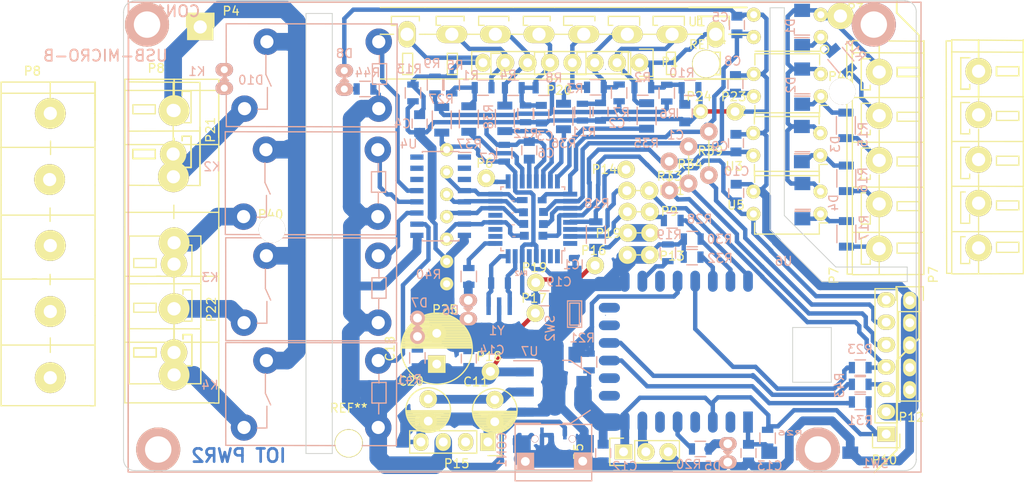
<source format=kicad_pcb>
(kicad_pcb (version 4) (host pcbnew "(after 2015-mar-04 BZR unknown)-product")
  (layers (0 F.Cu signal) (31 B.Cu signal) (34 B.Paste user) (35 F.Paste user) (36 B.SilkS user) (37 F.SilkS user) (38 B.Mask user) (39 F.Mask user) (44 Edge.Cuts user))
  (net 0 "")
  (net 1 "Net-(C6-Pad2)")
  (net 2 +5V)
  (net 3 +3V3)
  (net 4 /REST)
  (net 5 /NEUTRAL)
  (net 6 "Net-(D1-Pad2)")
  (net 7 "Net-(D2-Pad2)")
  (net 8 "Net-(D3-Pad2)")
  (net 9 "Net-(D4-Pad2)")
  (net 10 "Net-(D5-Pad1)")
  (net 11 /CH1_I)
  (net 12 /CH2_I)
  (net 13 /CH3_I)
  (net 14 /CH4_I)
  (net 15 "Net-(IC1-Pad17)")
  (net 16 /ACV_ADC0)
  (net 17 /CH4_O)
  (net 18 /CH3_O)
  (net 19 /CH2_O)
  (net 20 /CH1_O)
  (net 21 /RESET)
  (net 22 /PC_TX_MEGA)
  (net 23 /PC_RX_MEGA)
  (net 24 "Net-(K1-Pad1)")
  (net 25 /Channel4)
  (net 26 /PHASE_IN)
  (net 27 "Net-(K2-Pad1)")
  (net 28 /Channel3)
  (net 29 "Net-(K3-Pad1)")
  (net 30 /Channel2)
  (net 31 "Net-(K4-Pad1)")
  (net 32 /Channel1)
  (net 33 /PC_TX_ESP)
  (net 34 /SW1_IN)
  (net 35 /SW2_IN)
  (net 36 /SW3_IN)
  (net 37 /SW4_IN)
  (net 38 "Net-(R19-Pad1)")
  (net 39 /GPIO0)
  (net 40 "Net-(R28-Pad2)")
  (net 41 /PC_RX_ESP)
  (net 42 "Net-(R32-Pad2)")
  (net 43 /CT11)
  (net 44 /CT22)
  (net 45 /CT33)
  (net 46 /V11)
  (net 47 /CT1)
  (net 48 /CT3)
  (net 49 /CT2)
  (net 50 /V1)
  (net 51 /CT_ADC1)
  (net 52 /CT_ADC3)
  (net 53 /CT_ADC2)
  (net 54 "Net-(R1-Pad1)")
  (net 55 +5VA)
  (net 56 "Net-(D6-Pad1)")
  (net 57 /3V3_ESP)
  (net 58 "Net-(R20-Pad2)")
  (net 59 "Net-(IC1-Pad7)")
  (net 60 "Net-(IC1-Pad8)")
  (net 61 /DATA)
  (net 62 "Net-(P10-Pad3)")
  (net 63 /GP10)
  (net 64 /GP09)
  (net 65 /GP02)
  (net 66 "Net-(R43-Pad1)")
  (net 67 "Net-(IC1-Pad9)")
  (net 68 /CH31)
  (net 69 /CH41)
  (net 70 "Net-(D7-Pad1)")
  (net 71 GNDREF)
  (net 72 "Net-(D8-Pad1)")
  (module "POWER CARD_rly:TerminalBlock_WAGO-236_2Stift_RM5mm_5pol" (layer F.Cu) (at 197.8025 45.6946 270)
    (fp_text reference P7 (at 12.954 2.6035 270) (layer F.SilkS))
    (fp_text value CONN_01X05)
    (pad 1 thru_hole circle (at -10.16 -2.54) (size 2.99974 2.99974) (drill 1.5) (layers *.Cu *.Mask F.SilkS) (net 5 /NEUTRAL))
    (pad 2 thru_hole circle (at -5.207 -2.54) (size 2.99974 2.99974) (drill 1.5) (layers *.Cu *.Mask F.SilkS) (net 34 /SW1_IN))
    (pad 3 thru_hole circle (at -0.127 -2.54) (size 2.99974 2.99974) (drill 1.5) (layers *.Cu *.Mask F.SilkS) (net 35 /SW2_IN))
    (pad 4 thru_hole circle (at 4.826 -2.54) (size 2.99974 2.99974) (drill 1.5) (layers *.Cu *.Mask F.SilkS) (net 36 /SW3_IN))
    (pad 5 thru_hole circle (at 9.906 -2.54) (size 2.99974 2.99974) (drill 1.5) (layers *.Cu *.Mask F.SilkS) (net 37 /SW4_IN))
  )
  (module "POWER CARD_rly:TerminalBlock_WAGO-236_2Stift_RM5mm_5pol_OK" (layer F.Cu) (at 94.9071 40.3225 270)
    (fp_text reference P8 (at -4.8006 2.032 360) (layer F.SilkS))
    (fp_text value Teminal_Block_01X05)
    (pad 1 thru_hole circle (at 0 0) (size 3.5 3.5) (drill 1.5) (layers *.Cu *.Mask F.SilkS) (net 26 /PHASE_IN))
    (pad 2 thru_hole circle (at 7.5184 0.0762) (size 3.5 3.5) (drill 1.5) (layers *.Cu *.Mask F.SilkS) (net 25 /Channel4))
    (pad 3 thru_hole circle (at 15.0114 0) (size 3.5 3.5) (drill 1.5) (layers *.Cu *.Mask F.SilkS) (net 28 /Channel3))
    (pad 4 thru_hole circle (at 22.5044 0) (size 3.5 3.5) (drill 1.5) (layers *.Cu *.Mask F.SilkS) (net 30 /Channel2))
    (pad 5 thru_hole circle (at 30.0228 0) (size 3.5 3.5) (drill 1.5) (layers *.Cu *.Mask F.SilkS) (net 32 /Channel1))
  )
  (module "POWER CARD:Power_card_MegaSize_OK" (layer B.Cu) (at 103.7844 27.6987)
    (fp_text reference CON1 (at 5.57276 1.02362) (layer B.SilkS) (effects (font (size 1.27 1.27) (thickness 0.2032)) (justify mirror)))
    (fp_text value USB-MICRO-B (at -2.6162 6.0706) (layer B.SilkS) (effects (font (size 1.27 1.27) (thickness 0.2032)) (justify mirror)))
    (pad "" thru_hole circle (at 84.6582 2.54 90) (size 5 5) (drill 3) (layers *.Cu *.Mask B.SilkS))
    (pad "" thru_hole circle (at 78.3082 50.8 90) (size 5 5) (drill 3) (layers *.Cu *.SilkS *.Mask))
    (pad "" smd circle (at 54.1782 7.62 90) (size 0.1 0.1) (layers B.Cu B.Paste B.Mask))
    (pad "" smd circle (at 54.1782 35.56 90) (size 0.1 0.1) (layers B.Cu B.Paste B.Mask))
    (pad "" thru_hole circle (at 3.3782 50.8 90) (size 5 5) (drill 3) (layers *.Cu *.SilkS *.Mask))
    (pad "" thru_hole circle (at 2.1082 2.54 90) (size 5 5) (drill 3) (layers *.Cu *.SilkS *.Mask))
    (pad "" np_thru_hole circle (at 29.8196 27.2796 90) (size 0.01 0.01) (drill 0.01) (layers *.Cu *.Mask B.SilkS))
  )
  (module ESP8266:LED_0805_ok (layer B.Cu) (at 128.30048 36.51758 90)
    (fp_text reference D8 (at 3.00482 0.02032 180) (layer B.SilkS) (effects (justify mirror)))
    (fp_text value LED)
    (pad 2 thru_hole oval (at 1.04902 0 270) (size 1.5 2) (drill 0.8) (layers *.Cu *.Mask B.SilkS) (net 71 GNDREF))
    (pad 1 thru_hole oval (at -1.04902 0 270) (size 1.5 2) (drill 0.8) (layers *.Cu *.Mask B.SilkS) (net 72 "Net-(D8-Pad1)"))
  )
  (module ESP8266:LED_0805_ok (layer B.Cu) (at 114.66576 36.40582 90)
    (fp_text reference D10 (at -0.12954 3.02768 180) (layer B.SilkS) (effects (justify mirror)))
    (fp_text value LED)
    (pad 2 thru_hole oval (at 1.04902 0 270) (size 1.5 2) (drill 0.8) (layers *.Cu *.Mask B.SilkS) (net 71 GNDREF))
    (pad 1 thru_hole oval (at -1.04902 0 270) (size 1.5 2) (drill 0.8) (layers *.Cu *.Mask B.SilkS) (net 10 "Net-(D5-Pad1)"))
  )
  (module "POWER CARD_rly:Pin_Header_Straight_1x01_TP_SMD" (layer F.Cu) (at 184.85104 37.83076)
    (fp_text reference P40 (at -0.16002 -1.69672) (layer F.SilkS))
    (fp_text value CONN_01X01)
    (pad "" thru_hole circle (at 0 0) (size 3 3) (drill 3) (layers *.Cu *.Mask F.SilkS))
  )
  (module "POWER CARD_rly:Pin_Header_Straight_1x01_TP_SMD" (layer F.Cu) (at 120.08612 53.5051)
    (fp_text reference P40 (at -0.16002 -1.69672) (layer F.SilkS))
    (fp_text value CONN_01X01)
    (pad "" thru_hole circle (at 0 0) (size 3 3) (drill 3) (layers *.Cu *.Mask F.SilkS))
  )
  (module ESP8266:LED_0805_ok (layer B.Cu) (at 136.61136 64.6176 90)
    (fp_text reference D7 (at 2.77368 0.21336 180) (layer B.SilkS) (effects (justify mirror)))
    (fp_text value LED)
    (pad 2 thru_hole circle (at 1.04902 0 270) (size 1.7 1.7) (drill 1) (layers *.Cu *.Mask B.SilkS) (net 71 GNDREF))
    (pad 1 thru_hole circle (at -1.04902 0 270) (size 1.7 1.7) (drill 1) (layers *.Cu *.Mask B.SilkS) (net 70 "Net-(D7-Pad1)"))
  )
  (module Capacitors_ThroughHole:C_Radial_D5_L6_P2.5 (layer F.Cu) (at 145.3896 72.8472 270)
    (fp_text reference C11 (at -2.032 2.13106 360) (layer F.SilkS))
    (fp_text value 1000MFD,16V)
    (pad 1 thru_hole circle (at 0 0 270) (size 2 2) (drill 1) (layers *.Cu *.Mask F.SilkS) (net 3 +3V3))
    (pad 2 thru_hole circle (at 2.5 0 270) (size 2 2) (drill 1) (layers *.Cu *.Mask F.SilkS) (net 71 GNDREF))
  )
  (module Capacitors_ThroughHole:C_Radial_D5_L6_P2.5 (layer F.Cu) (at 137.8331 72.771 270)
    (fp_text reference C20 (at -2.03708 1.95326 360) (layer F.SilkS))
    (fp_text value 1000MFD,16V)
    (pad 1 thru_hole circle (at 0 0 270) (size 2 2) (drill 1) (layers *.Cu *.Mask F.SilkS) (net 3 +3V3))
    (pad 2 thru_hole circle (at 2.5 0 270) (size 2 2) (drill 1) (layers *.Cu *.Mask F.SilkS) (net 71 GNDREF))
  )
  (module Pin_Headers:Pin_Header_Straight_1x08 (layer F.Cu) (at 161.8234 34.5694 270)
    (fp_text reference P1 (at -0.0762 -3.4544 360) (layer F.SilkS))
    (fp_text value CONN_01X08)
    (pad 1 thru_hole circle (at 0 0 270) (size 2.032 2.032) (drill 1.016) (layers *.Cu *.Mask F.SilkS) (net 43 /CT11))
    (pad 2 thru_hole circle (at 0 2.54 270) (size 2.032 2.032) (drill 1.016) (layers *.Cu *.Mask F.SilkS) (net 47 /CT1))
    (pad 3 thru_hole circle (at 0 5.08 270) (size 2.032 2.032) (drill 1.016) (layers *.Cu *.Mask F.SilkS) (net 44 /CT22))
    (pad 4 thru_hole circle (at 0 7.62 270) (size 2.032 2.032) (drill 1.016) (layers *.Cu *.Mask F.SilkS) (net 49 /CT2))
    (pad 5 thru_hole circle (at 0 10.16 270) (size 2.032 2.032) (drill 1.016) (layers *.Cu *.Mask F.SilkS) (net 45 /CT33))
    (pad 6 thru_hole circle (at 0 12.7 270) (size 2.032 2.032) (drill 1.016) (layers *.Cu *.Mask F.SilkS) (net 48 /CT3))
    (pad 7 thru_hole circle (at 0 15.24 270) (size 2.032 2.032) (drill 1.016) (layers *.Cu *.Mask F.SilkS) (net 50 /V1))
    (pad 8 thru_hole oval (at 0 17.78 270) (size 2.032 1.7272) (drill 1.016) (layers *.Cu *.Mask F.SilkS) (net 46 /V11))
  )
  (module Terminal_Blocks:TerminalBlock_WAGO-236_2Stift_RM5mm_8pol (layer F.Cu) (at 152.7 28.8 180)
    (fp_text reference P20 (at 0 -8.89 180) (layer F.SilkS))
    (fp_text value CONN_01X08)
    (pad 1 thru_hole oval (at -17.78 -2.54 270) (size 3 2) (drill 1.5) (layers *.Cu *.Mask F.SilkS) (net 43 /CT11))
    (pad 2 thru_hole oval (at -12.827 -2.54 270) (size 2 3.5) (drill 1.5) (layers *.Cu *.Mask F.SilkS) (net 47 /CT1))
    (pad 3 thru_hole oval (at -7.747 -2.54 270) (size 2 3.5) (drill 1.5) (layers *.Cu *.Mask F.SilkS) (net 44 /CT22))
    (pad 4 thru_hole oval (at -2.794 -2.54 270) (size 2 3.5) (drill 1.5) (layers *.Cu *.Mask F.SilkS) (net 49 /CT2))
    (pad 5 thru_hole oval (at 2.286 -2.54 270) (size 2 3.5) (drill 1.5) (layers *.Cu *.Mask F.SilkS) (net 45 /CT33))
    (pad 6 thru_hole oval (at 7.239 -2.54 270) (size 2 3.5) (drill 1.5) (layers *.Cu *.Mask F.SilkS) (net 48 /CT3))
    (pad 7 thru_hole oval (at 12.192 -2.54 270) (size 2 3.5) (drill 1.5) (layers *.Cu *.Mask F.SilkS) (net 50 /V1))
    (pad 8 thru_hole oval (at 17.272 -2.54 270) (size 3 2) (drill 1.5) (layers *.Cu *.Mask F.SilkS) (net 46 /V11))
  )
  (module Mounting_Holes:MountingHole_3mm (layer F.Cu) (at 169.38752 34.70656)
    (fp_text reference REF** (at 0.2 -2.2) (layer F.SilkS))
    (fp_text value MountingHole_3mm)
    (pad "" thru_hole circle (at 0 0) (size 3.2 3.2) (drill 3) (layers *.Cu *.Mask F.SilkS))
  )
  (module Terminal_Blocks:TerminalBlock_WAGO-236_2Stift_RM5mm_2pol (layer F.Cu) (at 111.4 42.4 90)
    (fp_text reference P21 (at 0.2 1.7 90) (layer F.SilkS))
    (fp_text value CONN_01X02)
    (pad 1 thru_hole circle (at -2.54 -2.54 180) (size 2.99974 2.99974) (drill 1.5) (layers *.Cu *.Mask F.SilkS) (net 25 /Channel4))
    (pad 2 thru_hole circle (at 2.413 -2.54 180) (size 2.99974 2.99974) (drill 1.5) (layers *.Cu *.Mask F.SilkS) (net 26 /PHASE_IN))
  )
  (module Terminal_Blocks:TerminalBlock_WAGO-236_2Stift_RM5mm_3pol (layer F.Cu) (at 111.5 62.4 90)
    (fp_text reference P22 (at -0.2 1.7 90) (layer F.SilkS))
    (fp_text value CONN_01X03)
    (pad 1 thru_hole circle (at -5.08 -2.54 180) (size 2.99974 2.99974) (drill 1.5) (layers *.Cu *.Mask F.SilkS) (net 32 /Channel1))
    (pad 2 thru_hole circle (at -0.127 -2.54 180) (size 2.99974 2.99974) (drill 1.5) (layers *.Cu *.Mask F.SilkS) (net 30 /Channel2))
    (pad 3 thru_hole circle (at 4.953 -2.54 180) (size 2.99974 2.99974) (drill 1.5) (layers *.Cu *.Mask F.SilkS) (net 28 /Channel3))
  )
  (module Pin_Headers:Pin_Header_Straight_1x07 (layer F.Cu) (at 139.92352 59.67984 180)
    (fp_text reference P25 (at 0.2032 -2.9337 180) (layer F.SilkS))
    (fp_text value CONN_01X07)
    (pad 1 thru_hole circle (at 0 0 180) (size 1.5 1.5) (drill 0.8) (layers *.Cu *.Mask F.SilkS) (net 71 GNDREF))
    (pad 2 thru_hole circle (at 0 2.54 180) (size 1.5 1.5) (drill 0.8) (layers *.Cu *.Mask F.SilkS) (net 71 GNDREF))
    (pad 3 thru_hole circle (at 0 5.08 180) (size 1.5 1.5) (drill 0.8) (layers *.Cu *.Mask F.SilkS) (net 20 /CH1_O))
    (pad 4 thru_hole circle (at 0 7.62 180) (size 1.5 1.5) (drill 0.8) (layers *.Cu *.Mask F.SilkS) (net 19 /CH2_O))
    (pad 5 thru_hole circle (at 0 10.16 180) (size 1.5 1.5) (drill 0.8) (layers *.Cu *.Mask F.SilkS) (net 18 /CH3_O))
    (pad 6 thru_hole circle (at 0 12.7 180) (size 1.5 1.5) (drill 0.8) (layers *.Cu *.Mask F.SilkS) (net 17 /CH4_O))
    (pad 7 thru_hole circle (at 0 15.24 180) (size 1.5 1.5) (drill 0.8) (layers *.Cu *.Mask F.SilkS) (net 2 +5V))
  )
  (module "POWER CARD_rly:Pin_Header_Straight_1x01_TP_SMD" (layer F.Cu) (at 168.75252 40.10406)
    (fp_text reference P24 (at -0.16002 -1.69672) (layer F.SilkS))
    (fp_text value CONN_01X01)
    (pad 1 thru_hole circle (at 0 0) (size 1.7 1.7) (drill 1) (layers *.Cu *.Mask F.SilkS) (net 71 GNDREF))
  )
  (module "POWER CARD_rly:Pin_Header_Straight_1x01_TP_SMD" (layer F.Cu) (at 172.68444 40.12692)
    (fp_text reference P23 (at -0.16002 -1.69672) (layer F.SilkS))
    (fp_text value CONN_01X01)
    (pad 1 thru_hole circle (at 0 0) (size 2 2) (drill 1) (layers *.Cu *.Mask F.SilkS) (net 71 GNDREF))
  )
  (module ESP8266:LED_0805_ok (layer B.Cu) (at 142.38224 62.60592 270)
    (fp_text reference D6 (at 0.09144 2.0066 360) (layer B.SilkS) (effects (justify mirror)))
    (fp_text value LED)
    (pad 2 thru_hole oval (at 1.04902 0 90) (size 1.5 2) (drill 1) (layers *.Cu *.Mask B.SilkS) (net 71 GNDREF))
    (pad 1 thru_hole oval (at -1.04902 0 90) (size 1.5 2) (drill 1) (layers *.Cu *.Mask B.SilkS) (net 56 "Net-(D6-Pad1)"))
  )
  (module ESP8266:LED_0805_ok (layer B.Cu) (at 171.86148 78.88986 270)
    (fp_text reference D5 (at 1.47066 1.72212 360) (layer B.SilkS) (effects (justify mirror)))
    (fp_text value LED)
    (pad 2 thru_hole oval (at 1.04902 0 90) (size 1.5 2) (drill 1) (layers *.Cu *.Mask B.SilkS) (net 71 GNDREF))
    (pad 1 thru_hole oval (at -1.04902 0 90) (size 1.5 2) (drill 1) (layers *.Cu *.Mask B.SilkS) (net 10 "Net-(D5-Pad1)"))
  )
  (module Resonator_16MHz_arduino (layer B.Cu) (at 144.5895 62.22238 180)
    (fp_text reference Y1 (at -1.0287 -2.77622 180) (layer B.SilkS) (effects (justify mirror)))
    (fp_text value resonator_16MHz)
    (pad 1 smd rect (at -2.5 0 180) (size 0.5 2) (layers B.Cu B.Paste B.Mask) (net 59 "Net-(IC1-Pad7)"))
    (pad 3 smd rect (at -1.29794 0 180) (size 0.5 2) (layers B.Cu B.Paste B.Mask) (net 71 GNDREF))
    (pad 2 smd rect (at -0.09906 0 180) (size 0.5 2) (layers B.Cu B.Paste B.Mask) (net 60 "Net-(IC1-Pad8)"))
  )
  (module Pin_Headers:Pin_Header_Straight_1x02 (layer F.Cu) (at 160.5 53.9 90)
    (fp_text reference P19 (at -0.04826 -2.21996 180) (layer F.SilkS))
    (fp_text value CONN_01X02)
    (pad 1 thru_hole oval (at 0 0 90) (size 2.032 2.032) (drill 1.016) (layers *.Cu *.Mask F.SilkS) (net 2 +5V))
    (pad 2 thru_hole oval (at 0 2.54 90) (size 2.032 2.032) (drill 1.016) (layers *.Cu *.Mask F.SilkS) (net 2 +5V))
  )
  (module Resistors_SMD:R_0603 (layer B.Cu) (at 149.7838 50.1904 180)
    (fp_text reference R22 (at 2.3241 -0.0762 180) (layer B.SilkS) (effects (font (size 0.127 0.127) (thickness 0.03175)) (justify mirror)))
    (fp_text value 0E,0805)
    (pad 1 smd rect (at -0.98806 0 180) (size 1 0.7) (layers B.Cu B.Paste B.Mask) (net 14 /CH4_I))
    (pad 2 smd rect (at 1.27 0.02032 180) (size 1.2 0.7) (layers B.Cu B.Paste B.Mask) (net 17 /CH4_O))
  )
  (module Buttons_Switches_SMD:SW_SPST_FSMSM (layer B.Cu) (at 181.1655 78.867)
    (fp_text reference SW1 (at 7.45998 1.2192) (layer B.SilkS) (effects (justify mirror)))
    (fp_text value SW_PUSH)
    (pad 1 smd rect (at -4.60243 0.00232) (size 1.8 1.4) (layers B.Cu B.Paste B.Mask) (net 4 /REST))
    (pad 2 smd rect (at 4.60243 -0.00232) (size 1.8 1.4) (layers B.Cu B.Paste B.Mask) (net 71 GNDREF))
  )
  (module Buttons_Switches_SMD:SW_SPST_FSMSM (layer B.Cu) (at 154.4574 63.1317 90)
    (fp_text reference SW2 (at -1.6002 -2.7813 90) (layer B.SilkS) (effects (justify mirror)))
    (fp_text value SW_PUSH)
    (pad 1 smd rect (at -4.60243 0.00232 90) (size 1.8 1.4) (layers B.Cu B.Paste B.Mask) (net 39 /GPIO0))
    (pad 2 smd rect (at 4.60243 -0.00232 90) (size 1.8 1.6) (layers B.Cu B.Paste B.Mask) (net 71 GNDREF))
  )
  (module Resistors_SMD:R_0805 (layer B.Cu) (at 145.93062 59.59602)
    (fp_text reference R42 (at 2.46126 -1.08966) (layer B.SilkS) (effects (font (size 0.5 0.5) (thickness 0.125)) (justify mirror)))
    (fp_text value 1M,0805)
    (pad 1 smd rect (at -0.95 0) (size 0.7 1.3) (layers B.Cu B.Paste B.Mask) (net 60 "Net-(IC1-Pad8)"))
    (pad 2 smd rect (at 0.95 0) (size 0.7 1.3) (layers B.Cu B.Paste B.Mask) (net 59 "Net-(IC1-Pad7)"))
  )
  (module TO_SOT_Packages_SMD:SOT-223 (layer B.Cu) (at 152.10536 71.97344 90)
    (fp_text reference U7 (at 4.61264 -2.75336 180) (layer B.SilkS) (effects (justify mirror)))
    (fp_text value AP1117)
    (pad 4 smd rect (at 0 3.302 90) (size 3.6576 1.5) (layers B.Cu B.Paste B.Mask) (net 57 /3V3_ESP))
    (pad 2 smd rect (at 0 -3.302 90) (size 1.016 2.032) (layers B.Cu B.Paste B.Mask) (net 3 +3V3))
    (pad 3 smd rect (at 2.286 -3.302 90) (size 1.016 2.032) (layers B.Cu B.Paste B.Mask) (net 2 +5V))
    (pad 1 smd rect (at -2.286 -3.302 90) (size 1.016 2.032) (layers B.Cu B.Paste B.Mask) (net 71 GNDREF))
  )
  (module Resistors_SMD:R_0603 (layer B.Cu) (at 149.7838 51.5366 180)
    (fp_text reference R24 (at 2.3876 -0.1143 180) (layer B.SilkS) (effects (font (size 0.127 0.127) (thickness 0.03175)) (justify mirror)))
    (fp_text value 0E,0805)
    (pad 1 smd rect (at -1.14554 0.01524 180) (size 1 0.9) (layers B.Cu B.Paste B.Mask) (net 13 /CH3_I))
    (pad 2 smd rect (at 1.13284 -0.02286 180) (size 1 0.9) (layers B.Cu B.Paste B.Mask) (net 18 /CH3_O))
  )
  (module Resistors_SMD:R_0603 (layer B.Cu) (at 149.8092 52.8828 180)
    (fp_text reference R25 (at 2.3241 -0.1016 180) (layer B.SilkS) (effects (font (size 0.127 0.127) (thickness 0.03175)) (justify mirror)))
    (fp_text value 0E,0805)
    (pad 1 smd rect (at -1.10744 -0.01016 180) (size 1 0.9) (layers B.Cu B.Paste B.Mask) (net 12 /CH2_I))
    (pad 2 smd rect (at 1.12776 0.00254 180) (size 1 0.9) (layers B.Cu B.Paste B.Mask) (net 19 /CH2_O))
  )
  (module Resistors_SMD:R_0603 (layer B.Cu) (at 149.8092 54.229 180)
    (fp_text reference R29 (at 2.2352 -0.0889 180) (layer B.SilkS) (effects (font (size 0.127 0.127) (thickness 0.03175)) (justify mirror)))
    (fp_text value 0E,0805)
    (pad 1 smd rect (at -1.04648 0.00762 180) (size 1 0.9) (layers B.Cu B.Paste B.Mask) (net 11 /CH1_I))
    (pad 2 smd rect (at 1.06426 0.00508 180) (size 1 0.9) (layers B.Cu B.Paste B.Mask) (net 20 /CH1_O))
  )
  (module Mounting_Holes:MountingHole_3mm (layer F.Cu) (at 128.8 77.8)
    (fp_text reference REF** (at 0 -4) (layer F.SilkS))
    (fp_text value MountingHole_3mm)
    (pad "" thru_hole circle (at 0 0) (size 3.2 3.2) (drill 3) (layers *.Cu *.Mask F.SilkS))
  )
  (module "POWER CARD_rly:TerminalBlock_WAGO-236_2Stift_RM5mm_5pol_OK" (layer F.Cu) (at 108.966 40.005 270)
    (fp_text reference P8 (at -4.8006 2.032 360) (layer F.SilkS))
    (fp_text value Teminal_Block_01X05)
    (pad 1 thru_hole circle (at 0 0) (size 3.5 3.5) (drill 1.5) (layers *.Cu *.Mask F.SilkS) (net 26 /PHASE_IN))
    (pad 2 thru_hole circle (at 7.5184 0.0762) (size 3.5 3.5) (drill 1.5) (layers *.Cu *.Mask F.SilkS) (net 25 /Channel4))
    (pad 3 thru_hole circle (at 15.0114 0) (size 3.5 3.5) (drill 1.5) (layers *.Cu *.Mask F.SilkS) (net 28 /Channel3))
    (pad 4 thru_hole circle (at 22.5044 0) (size 3.5 3.5) (drill 1.5) (layers *.Cu *.Mask F.SilkS) (net 30 /Channel2))
    (pad 5 thru_hole circle (at 30.0228 0) (size 3.5 3.5) (drill 1.5) (layers *.Cu *.Mask F.SilkS) (net 32 /Channel1))
  )
  (module "POWER CARD_rly:Pin_Header_Straight_1x01_TP_SMD" (layer F.Cu) (at 149.9997 63.0174)
    (fp_text reference P17 (at -0.16002 -1.69672) (layer F.SilkS))
    (fp_text value CONN_01X01)
    (pad 1 thru_hole circle (at 0 0) (size 2 2) (drill 1) (layers *.Cu *.Mask F.SilkS) (net 2 +5V))
  )
  (module "POWER CARD_rly:Pin_Header_Straight_1x01_TP_SMD" (layer F.Cu) (at 144.90192 69.63156)
    (fp_text reference P18 (at -0.16002 -1.69672) (layer F.SilkS))
    (fp_text value CONN_01X01)
    (pad 1 thru_hole circle (at 0 0) (size 2 2) (drill 1) (layers *.Cu *.Mask F.SilkS) (net 2 +5V))
  )
  (module "POWER CARD_rly:Pin_Header_Straight_1x01_TP_SMD" (layer F.Cu) (at 150.05304 59.54268)
    (fp_text reference P19 (at -0.16002 -1.69672) (layer F.SilkS))
    (fp_text value CONN_01X01)
    (pad 1 thru_hole circle (at 0 0) (size 2 2) (drill 1) (layers *.Cu *.Mask F.SilkS) (net 2 +5V))
  )
  (module "POWER CARD_rly:Pin_Header_Straight_1x01_TP_SMD" (layer F.Cu) (at 156.78912 57.59196)
    (fp_text reference P16 (at -0.16002 -1.69672) (layer F.SilkS))
    (fp_text value CONN_01X01)
    (pad 1 thru_hole circle (at 0 0) (size 2 2) (drill 1) (layers *.Cu *.Mask F.SilkS) (net 2 +5V))
  )
  (module Capacitors_SMD:C_0805 (layer B.Cu) (at 150.67788 40.41648 270)
    (fp_text reference C3 (at 2.48352 -0.42212 360) (layer B.SilkS) (effects (justify mirror)))
    (fp_text value 10MFD,10V,0805)
    (pad 1 smd rect (at -1 0 270) (size 0.8 1.25) (layers B.Cu B.Paste B.Mask) (net 45 /CT33))
    (pad 2 smd rect (at 1 0 270) (size 0.8 1.25) (layers B.Cu B.Paste B.Mask) (net 71 GNDREF))
  )
  (module Pin_Headers:Pin_Header_Straight_1x01 (layer F.Cu) (at 111.9378 30.5054)
    (fp_text reference P4 (at 3.5052 -1.8034) (layer F.SilkS))
    (fp_text value CONN_01X01)
    (pad 1 thru_hole rect (at 0 0) (size 3 3) (drill 1.5) (layers *.Cu *.Mask F.SilkS) (net 26 /PHASE_IN))
  )
  (module Capacitors_ThroughHole:C_Radial_D8_L11.5_P3.5 (layer F.Cu) (at 138.8 68.8 90)
    (fp_text reference C18 (at 1.75 -5.3 90) (layer F.SilkS))
    (fp_text value 1000MFD,16V)
    (pad 2 thru_hole circle (at 3.5 0 90) (size 2 2) (drill 1) (layers *.Cu *.Mask F.SilkS) (net 71 GNDREF))
    (pad 1 thru_hole rect (at 0 0 90) (size 2 2) (drill 1) (layers *.Cu *.Mask F.SilkS) (net 2 +5V))
  )
  (module Pin_Headers:Pin_Header_Straight_1x01 (layer F.Cu) (at 184.64784 29.2608)
    (fp_text reference P3 (at 1.7272 -0.87376) (layer F.SilkS))
    (fp_text value CONN_01X01)
    (pad 1 thru_hole circle (at 0 0) (size 3 3) (drill 1.5) (layers *.Cu *.Mask F.SilkS) (net 5 /NEUTRAL))
  )
  (module "POWER CARD_rly:SMA_1N4007" (layer B.Cu) (at 180.3273 50.292 90)
    (fp_text reference D4 (at -0.18288 3.54838 90) (layer B.SilkS) (effects (justify mirror)))
    (fp_text value 1N4007)
    (pad 2 smd rect (at -1.99898 0 90) (size 1.5 1.80086) (layers B.Cu B.Paste B.Mask) (net 9 "Net-(D4-Pad2)"))
    (pad 1 smd rect (at 1.99898 0 90) (size 1.5 1.80086) (layers B.Cu B.Paste B.Mask) (net 5 /NEUTRAL))
  )
  (module "POWER CARD_rly:SMA_1N4007" (layer B.Cu) (at 180.26888 43.80992 90)
    (fp_text reference D3 (at 0 3.81 90) (layer B.SilkS) (effects (justify mirror)))
    (fp_text value 1N4007)
    (pad 2 smd rect (at -1.99898 0 90) (size 1.5 1.80086) (layers B.Cu B.Paste B.Mask) (net 8 "Net-(D3-Pad2)"))
    (pad 1 smd rect (at 1.99898 0 90) (size 1.5 1.80086) (layers B.Cu B.Paste B.Mask) (net 5 /NEUTRAL))
  )
  (module Housings_DIP:DIP-4_W7.62mm (layer F.Cu) (at 182.42026 31.65602 180)
    (fp_text reference U1 (at 14.06906 1.74498 180) (layer F.SilkS))
    (fp_text value PC817)
    (pad 1 thru_hole oval (at 0 0 180) (size 1.6 1.6) (drill 0.8) (layers *.Cu *.Mask F.SilkS) (net 6 "Net-(D1-Pad2)"))
    (pad 2 thru_hole oval (at 0 2.54 180) (size 1.6 1.6) (drill 0.8) (layers *.Cu *.Mask F.SilkS) (net 5 /NEUTRAL))
    (pad 3 thru_hole oval (at 7.62 2.54 180) (size 1.6 1.6) (drill 0.8) (layers *.Cu *.Mask F.SilkS) (net 71 GNDREF))
    (pad 4 thru_hole oval (at 7.62 0 180) (size 1.6 1.6) (drill 0.8) (layers *.Cu *.Mask F.SilkS) (net 14 /CH4_I))
  )
  (module "POWER CARD_rly:SMA_1N4007" (layer B.Cu) (at 180.29682 30.62224 90)
    (fp_text reference D1 (at 0.1397 -1.34112 90) (layer B.SilkS) (effects (justify mirror)))
    (fp_text value 1N4007)
    (pad 2 smd rect (at -1.99898 0 90) (size 1.5 1.80086) (layers B.Cu B.Paste B.Mask) (net 6 "Net-(D1-Pad2)"))
    (pad 1 smd rect (at 1.99898 0 90) (size 1.5 1.80086) (layers B.Cu B.Paste B.Mask) (net 5 /NEUTRAL))
  )
  (module "POWER CARD_rly:SMA_1N4007" (layer B.Cu) (at 180.29936 37.2872 90)
    (fp_text reference D2 (at 0.19304 -1.27508 90) (layer B.SilkS) (effects (justify mirror)))
    (fp_text value 1N4007)
    (pad 2 smd rect (at -1.99898 0 90) (size 1.5 1.80086) (layers B.Cu B.Paste B.Mask) (net 7 "Net-(D2-Pad2)"))
    (pad 1 smd rect (at 1.99898 0 90) (size 1.5 1.80086) (layers B.Cu B.Paste B.Mask) (net 5 /NEUTRAL))
  )
  (module "POWER CARD_rly:Pin_Header_Straight_1x01_TP_SMD" (layer F.Cu) (at 160.3 46.7)
    (fp_text reference P14 (at -2.44856 -0.01524) (layer F.SilkS))
    (fp_text value CONN_01X01)
    (pad 1 thru_hole circle (at 0 0) (size 2 2) (drill 1) (layers *.Cu *.Mask F.SilkS) (net 21 /RESET))
  )
  (module Pin_Headers:Pin_Header_Straight_1x02 (layer F.Cu) (at 163 56.4 270)
    (fp_text reference P13 (at 0.127 -2.5146 360) (layer F.SilkS))
    (fp_text value CONN_01X02)
    (pad 1 thru_hole oval (at 0 0 270) (size 2.032 2.032) (drill 1.016) (layers *.Cu *.Mask F.SilkS) (net 71 GNDREF))
    (pad 2 thru_hole oval (at 0 2.54 270) (size 2.032 2.032) (drill 1.016) (layers *.Cu *.Mask F.SilkS) (net 71 GNDREF))
  )
  (module Pin_Headers:Pin_Header_Straight_1x02 (layer F.Cu) (at 160.4 49.1 90)
    (fp_text reference P11 (at 0.02032 5.10032 180) (layer F.SilkS))
    (fp_text value CONN_01X02)
    (pad 1 thru_hole circle (at 0 0 90) (size 2.032 2.032) (drill 1.016) (layers *.Cu *.Mask F.SilkS) (net 22 /PC_TX_MEGA))
    (pad 2 thru_hole oval (at 0 2.54 90) (size 2.032 2.032) (drill 1.016) (layers *.Cu *.Mask F.SilkS) (net 41 /PC_RX_ESP))
  )
  (module "POWER CARD_rly:Pin_Header_Straight_1x01_TP_SMD" (layer F.Cu) (at 144.41424 47.68596)
    (fp_text reference P6 (at -0.16002 -1.69672) (layer F.SilkS))
    (fp_text value CONN_01X01)
    (pad 1 thru_hole circle (at 0 0) (size 2 2) (drill 1) (layers *.Cu *.Mask F.SilkS) (net 15 "Net-(IC1-Pad17)"))
  )
  (module Pin_Headers:Pin_Header_Straight_1x02 (layer F.Cu) (at 163 51.5 270)
    (fp_text reference P9 (at -0.04826 -2.21996 360) (layer F.SilkS))
    (fp_text value CONN_01X02)
    (pad 1 thru_hole oval (at 0 0 270) (size 2.032 2.032) (drill 1.016) (layers *.Cu *.Mask F.SilkS) (net 33 /PC_TX_ESP))
    (pad 2 thru_hole oval (at 0 2.54 270) (size 2.032 2.032) (drill 1.016) (layers *.Cu *.Mask F.SilkS) (net 23 /PC_RX_MEGA))
  )
  (module Resistors_ThroughHole:Resistor_Horizontal_RM7mm (layer F.Cu) (at 169.7 50 90)
    (fp_text reference R39 (at 5.41782 0.17272 180) (layer F.SilkS))
    (fp_text value 0E,1206)
    (pad 1 thru_hole circle (at 2.66446 0.00508 90) (size 1.99898 1.99898) (drill 1.00076) (layers *.Cu *.SilkS *.Mask) (net 69 /CH41))
    (pad 2 thru_hole circle (at 7.62 0 90) (size 1.99898 1.99898) (drill 1.00076) (layers *.Cu *.SilkS *.Mask) (net 14 /CH4_I))
  )
  (module Resistors_ThroughHole:Resistor_Horizontal_RM7mm (layer F.Cu) (at 167.4 51.7 90)
    (fp_text reference R34 (at 5.58546 0.16764 180) (layer F.SilkS))
    (fp_text value 0E,1206)
    (pad 1 thru_hole circle (at 3.42646 -0.00508 90) (size 1.99898 1.99898) (drill 1.00076) (layers *.Cu *.SilkS *.Mask) (net 68 /CH31))
    (pad 2 thru_hole circle (at 7.62 0 90) (size 1.99898 1.99898) (drill 1.00076) (layers *.Cu *.SilkS *.Mask) (net 13 /CH3_I))
  )
  (module Resistors_ThroughHole:Resistor_Horizontal_RM7mm (layer F.Cu) (at 165.2 53.4 90)
    (fp_text reference R33 (at 5.93598 0.0381 180) (layer F.SilkS))
    (fp_text value 0E,1206)
    (pad 1 thru_hole circle (at 4.33832 0.02794 90) (size 1.99898 1.99898) (drill 1.00076) (layers *.Cu *.SilkS *.Mask) (net 65 /GP02))
    (pad 2 thru_hole circle (at 7.62 0 90) (size 1.99898 1.99898) (drill 1.00076) (layers *.Cu *.SilkS *.Mask) (net 12 /CH2_I))
  )
  (module Pin_Headers:Pin_Header_Straight_1x05 (layer F.Cu) (at 192.5193 61.5696)
    (fp_text reference P12 (at 0.17526 13.26896) (layer F.SilkS))
    (fp_text value CONN_01X05)
    (pad 1 thru_hole oval (at 0 0) (size 1.5 2) (drill 1) (layers *.Cu *.Mask F.SilkS) (net 71 GNDREF))
    (pad 2 thru_hole oval (at 0 2.54) (size 1.5 2) (drill 1) (layers *.Cu *.Mask F.SilkS) (net 71 GNDREF))
    (pad 3 thru_hole oval (at 0 5.08) (size 1.5 2) (drill 1) (layers *.Cu *.Mask F.SilkS) (net 71 GNDREF))
    (pad 4 thru_hole oval (at 0 7.62) (size 1.5 2) (drill 1) (layers *.Cu *.Mask F.SilkS) (net 71 GNDREF))
    (pad 5 thru_hole oval (at 0 10.16) (size 1.5 2) (drill 1) (layers *.Cu *.Mask F.SilkS) (net 71 GNDREF))
  )
  (module Pin_Headers:Pin_Header_Straight_1x07 (layer F.Cu) (at 189.84722 76.74864 180)
    (fp_text reference P10 (at 0.2032 -2.9337 180) (layer F.SilkS))
    (fp_text value CONN_01X07)
    (pad 1 thru_hole rect (at 0 0 180) (size 2.032 1.7272) (drill 1.016) (layers *.Cu *.Mask F.SilkS) (net 57 /3V3_ESP))
    (pad 2 thru_hole oval (at 0 2.54 180) (size 2.032 1.7272) (drill 1.016) (layers *.Cu *.Mask F.SilkS) (net 71 GNDREF))
    (pad 3 thru_hole oval (at 0 5.08 180) (size 2.032 1.7272) (drill 1.016) (layers *.Cu *.Mask F.SilkS) (net 62 "Net-(P10-Pad3)"))
    (pad 4 thru_hole oval (at 0 7.62 180) (size 2.032 1.7272) (drill 1.016) (layers *.Cu *.Mask F.SilkS) (net 65 /GP02))
    (pad 5 thru_hole oval (at 0 10.16 180) (size 2.032 1.7272) (drill 1.016) (layers *.Cu *.Mask F.SilkS) (net 68 /CH31))
    (pad 6 thru_hole oval (at 0 12.7 180) (size 2.032 1.7272) (drill 1.016) (layers *.Cu *.Mask F.SilkS) (net 69 /CH41))
    (pad 7 thru_hole oval (at 0 15.24 180) (size 2.032 1.7272) (drill 1.016) (layers *.Cu *.Mask F.SilkS) (net 11 /CH1_I))
  )
  (module Pin_Headers:Pin_Header_Straight_1x03 (layer F.Cu) (at 160.01238 78.76286 90)
    (fp_text reference P5 (at 0 -5.1 90) (layer F.SilkS))
    (fp_text value "CONN_01X03(DHT11)")
    (pad 1 thru_hole rect (at 0 0 90) (size 1.7 2) (drill 1.016) (layers *.Cu *.Mask F.SilkS) (net 57 /3V3_ESP))
    (pad 2 thru_hole circle (at 0 2.54 90) (size 2 2) (drill 1.016) (layers *.Cu *.Mask F.SilkS) (net 61 /DATA))
    (pad 3 thru_hole circle (at 0 5.08 90) (size 2 2) (drill 1.016) (layers *.Cu *.Mask F.SilkS) (net 71 GNDREF))
  )
  (module Pin_Headers:Pin_Header_Straight_1x04 (layer F.Cu) (at 144.61744 77.64526 270)
    (fp_text reference P15 (at 2.45618 3.556 360) (layer F.SilkS))
    (fp_text value CONN_02X02)
    (pad 1 thru_hole rect (at 0 0 270) (size 2.032 1.7272) (drill 1.016) (layers *.Cu *.Mask F.SilkS) (net 71 GNDREF))
    (pad 2 thru_hole oval (at 0 2.54 270) (size 2.032 1.7272) (drill 1.016) (layers *.Cu *.Mask F.SilkS))
    (pad 3 thru_hole oval (at 0 5.08 270) (size 2.032 1.7272) (drill 1.016) (layers *.Cu *.Mask F.SilkS) (net 2 +5V))
    (pad 4 thru_hole oval (at 0 7.62 270) (size 2.032 1.7272) (drill 1.016) (layers *.Cu *.Mask F.SilkS) (net 71 GNDREF))
  )
  (module Capacitors_SMD:C_0805 (layer B.Cu) (at 157.4038 40.132 270)
    (fp_text reference C2 (at 1.3208 -1.8542 360) (layer B.SilkS) (effects (justify mirror)))
    (fp_text value 10MFD,10V,0805)
    (pad 1 smd rect (at -1 0 270) (size 0.75 1.25) (layers B.Cu B.Paste B.Mask) (net 44 /CT22))
    (pad 2 smd rect (at 1 0 270) (size 0.75 1.25) (layers B.Cu B.Paste B.Mask) (net 71 GNDREF))
  )
  (module "POWER CARD_rly:TerminalBlock_WAGO-236_2Stift_RM5mm_5pol" (layer F.Cu) (at 186.5122 45.7835 270)
    (fp_text reference P7 (at 12.954 2.6035 270) (layer F.SilkS))
    (fp_text value CONN_01X05)
    (pad 1 thru_hole circle (at -10.16 -2.54) (size 2.99974 2.99974) (drill 1.5) (layers *.Cu *.Mask F.SilkS) (net 5 /NEUTRAL))
    (pad 2 thru_hole circle (at -5.207 -2.54) (size 2.99974 2.99974) (drill 1.5) (layers *.Cu *.Mask F.SilkS) (net 34 /SW1_IN))
    (pad 3 thru_hole circle (at -0.127 -2.54) (size 2.99974 2.99974) (drill 1.5) (layers *.Cu *.Mask F.SilkS) (net 35 /SW2_IN))
    (pad 4 thru_hole circle (at 4.826 -2.54) (size 2.99974 2.99974) (drill 1.5) (layers *.Cu *.Mask F.SilkS) (net 36 /SW3_IN))
    (pad 5 thru_hole circle (at 9.906 -2.54) (size 2.99974 2.99974) (drill 1.5) (layers *.Cu *.Mask F.SilkS) (net 37 /SW4_IN))
  )
  (module Resistors_SMD:R_1206 (layer B.Cu) (at 156.8704 54.0893 270)
    (fp_text reference R18 (at -3.53822 -0.11684 360) (layer B.SilkS) (effects (justify mirror)))
    (fp_text value 10K,1206)
    (pad 1 smd rect (at -1.45 0 270) (size 0.8 1.5) (layers B.Cu B.Paste B.Mask) (net 21 /RESET))
    (pad 2 smd rect (at 1.45 0 270) (size 0.8 1.5) (layers B.Cu B.Paste B.Mask) (net 2 +5V))
  )
  (module Resistors_SMD:R_1206 (layer B.Cu) (at 142.44066 40.96512 90)
    (fp_text reference R37 (at -2.83488 0.05934 180) (layer B.SilkS) (effects (justify mirror)))
    (fp_text value 0E,1206)
    (pad 1 smd rect (at -1.45 0 90) (size 0.9 1.7) (layers B.Cu B.Paste B.Mask) (net 16 /ACV_ADC0))
    (pad 2 smd rect (at 1.45 0 90) (size 0.9 1.7) (layers B.Cu B.Paste B.Mask) (net 54 "Net-(R1-Pad1)"))
  )
  (module Resistors_SMD:R_0805 (layer B.Cu) (at 148.88464 40.37584 90)
    (fp_text reference R12 (at -2.22416 0.01536 180) (layer B.SilkS) (effects (justify mirror)))
    (fp_text value 470K,0805)
    (pad 1 smd rect (at -0.95 0 90) (size 0.7 1.3) (layers B.Cu B.Paste B.Mask) (net 71 GNDREF))
    (pad 2 smd rect (at 0.95 0 90) (size 0.7 1.3) (layers B.Cu B.Paste B.Mask) (net 45 /CT33))
  )
  (module Capacitors_SMD:C_0805 (layer B.Cu) (at 166.96944 40.29456 270)
    (fp_text reference C1 (at 2.48412 1.03632 360) (layer B.SilkS) (effects (justify mirror)))
    (fp_text value 10MFD,10V,0805)
    (pad 1 smd rect (at -1 0 270) (size 1 1.25) (layers B.Cu B.Paste B.Mask) (net 43 /CT11))
    (pad 2 smd rect (at 1 0 270) (size 1 1.25) (layers B.Cu B.Paste B.Mask) (net 71 GNDREF))
  )
  (module Capacitors_SMD:C_0805 (layer B.Cu) (at 136.8552 41.47312 270)
    (fp_text reference C4 (at 0.02688 1.9552 360) (layer B.SilkS) (effects (justify mirror)))
    (fp_text value 10MFD,10V,0805)
    (pad 1 smd rect (at -1 0 270) (size 1 1.25) (layers B.Cu B.Paste B.Mask) (net 46 /V11))
    (pad 2 smd rect (at 1 0 270) (size 1 1.25) (layers B.Cu B.Paste B.Mask) (net 71 GNDREF))
  )
  (module Capacitors_SMD:C_0805 (layer B.Cu) (at 172.89272 30.28696 90)
    (fp_text reference C5 (at 0.88696 -1.89272 180) (layer B.SilkS) (effects (justify mirror)))
    (fp_text value 1mfd)
    (pad 1 smd rect (at -1 0 90) (size 1 1.25) (layers B.Cu B.Paste B.Mask) (net 14 /CH4_I))
    (pad 2 smd rect (at 1 0 90) (size 1 1.25) (layers B.Cu B.Paste B.Mask) (net 71 GNDREF))
  )
  (module Capacitors_SMD:C_0805 (layer B.Cu) (at 149.31136 44.52112 270)
    (fp_text reference C6 (at 0.32512 -1.89992 360) (layer B.SilkS) (effects (justify mirror)))
    (fp_text value 103,60V)
    (pad 1 smd rect (at -1 0 270) (size 1 1.25) (layers B.Cu B.Paste B.Mask) (net 71 GNDREF))
    (pad 2 smd rect (at 1 0 270) (size 1 1.25) (layers B.Cu B.Paste B.Mask) (net 1 "Net-(C6-Pad2)"))
  )
  (module Capacitors_SMD:C_0805 (layer B.Cu) (at 172.72508 37.0205 90)
    (fp_text reference C8 (at 2.6416 -0.3048 180) (layer B.SilkS) (effects (justify mirror)))
    (fp_text value 1mfd)
    (pad 1 smd rect (at -1 0 90) (size 1 1.25) (layers B.Cu B.Paste B.Mask) (net 13 /CH3_I))
    (pad 2 smd rect (at 1 0 90) (size 1 1.25) (layers B.Cu B.Paste B.Mask) (net 71 GNDREF))
  )
  (module Capacitors_SMD:C_0805 (layer B.Cu) (at 172.7835 43.7007 90)
    (fp_text reference C9 (at -0.37338 -1.83642 180) (layer B.SilkS) (effects (justify mirror)))
    (fp_text value 1mfd)
    (pad 1 smd rect (at -1 0 90) (size 1 1.25) (layers B.Cu B.Paste B.Mask) (net 12 /CH2_I))
    (pad 2 smd rect (at 1 0 90) (size 1 1.25) (layers B.Cu B.Paste B.Mask) (net 71 GNDREF))
  )
  (module Capacitors_SMD:C_0805 (layer B.Cu) (at 172.8089 49.36998 90)
    (fp_text reference C10 (at 2.47142 0.05334 180) (layer B.SilkS) (effects (justify mirror)))
    (fp_text value 1mfd)
    (pad 1 smd rect (at -1 0 90) (size 1 1.25) (layers B.Cu B.Paste B.Mask) (net 11 /CH1_I))
    (pad 2 smd rect (at 1 0 90) (size 1 1.25) (layers B.Cu B.Paste B.Mask) (net 71 GNDREF))
  )
  (module Capacitors_SMD:C_0805 (layer B.Cu) (at 157.7 78.9 90)
    (fp_text reference C12 (at -1.50624 2.4724 180) (layer B.SilkS) (effects (justify mirror)))
    (fp_text value 104,60V)
    (pad 1 smd rect (at -1 0 90) (size 1 1.25) (layers B.Cu B.Paste B.Mask) (net 71 GNDREF))
    (pad 2 smd rect (at 1 0 90) (size 1 1.25) (layers B.Cu B.Paste B.Mask) (net 57 /3V3_ESP))
  )
  (module Capacitors_SMD:C_0805 (layer B.Cu) (at 174.20844 78.91272 90)
    (fp_text reference C13 (at -1.43256 2.413 180) (layer B.SilkS) (effects (justify mirror)))
    (fp_text value 104,60V)
    (pad 1 smd rect (at -1 0 90) (size 1 1.25) (layers B.Cu B.Paste B.Mask) (net 71 GNDREF))
    (pad 2 smd rect (at 1 0 90) (size 1 1.25) (layers B.Cu B.Paste B.Mask) (net 4 /REST))
  )
  (module Capacitors_SMD:C_0805 (layer B.Cu) (at 142.4432 68.1736 270)
    (fp_text reference C14 (at -0.95504 -2.62128 360) (layer B.SilkS) (effects (justify mirror)))
    (fp_text value 104,60V)
    (pad 1 smd rect (at -1 0 270) (size 1 1.25) (layers B.Cu B.Paste B.Mask) (net 71 GNDREF))
    (pad 2 smd rect (at 1 0 270) (size 1 1.25) (layers B.Cu B.Paste B.Mask) (net 2 +5V))
  )
  (module Capacitors_SMD:C_0805 (layer B.Cu) (at 151.04364 61.3283 180)
    (fp_text reference C19 (at -1.64084 1.87198 360) (layer B.SilkS) (effects (justify mirror)))
    (fp_text value 103,60V)
    (pad 1 smd rect (at -1 0 180) (size 1 1.25) (layers B.Cu B.Paste B.Mask) (net 71 GNDREF))
    (pad 2 smd rect (at 1 0 180) (size 1 1.25) (layers B.Cu B.Paste B.Mask) (net 2 +5V))
  )
  (module Housings_QFP:TQFP-32_7x7mm_Pitch0.8mm (layer B.Cu) (at 149.7076 52.2986 90)
    (fp_text reference IC1 (at -5.207 4.63296 180) (layer B.SilkS) (effects (justify mirror)))
    (fp_text value ATMEGA328P-TQFP)
    (pad 1 smd rect (at -4.25 2.8 90) (size 1.6 0.55) (layers B.Cu B.Paste B.Mask))
    (pad 2 smd rect (at -4.25 2 90) (size 1.6 0.55) (layers B.Cu B.Paste B.Mask))
    (pad 3 smd rect (at -4.25 1.2 90) (size 1.6 0.55) (layers B.Cu B.Paste B.Mask) (net 71 GNDREF))
    (pad 4 smd rect (at -4.25 0.4 90) (size 1.6 0.55) (layers B.Cu B.Paste B.Mask) (net 2 +5V))
    (pad 5 smd rect (at -4.25 -0.4 90) (size 1.6 0.55) (layers B.Cu B.Paste B.Mask) (net 71 GNDREF))
    (pad 6 smd rect (at -4.25 -1.2 90) (size 1.6 0.55) (layers B.Cu B.Paste B.Mask) (net 2 +5V))
    (pad 7 smd rect (at -4.25 -2 90) (size 1.6 0.55) (layers B.Cu B.Paste B.Mask) (net 59 "Net-(IC1-Pad7)"))
    (pad 8 smd rect (at -4.25 -2.8 90) (size 1.6 0.55) (layers B.Cu B.Paste B.Mask) (net 60 "Net-(IC1-Pad8)"))
    (pad 9 smd rect (at -2.8 -4.25) (size 1.6 0.55) (layers B.Cu B.Paste B.Mask) (net 67 "Net-(IC1-Pad9)"))
    (pad 10 smd rect (at -2 -4.25) (size 1.6 0.55) (layers B.Cu B.Paste B.Mask))
    (pad 11 smd rect (at -1.2 -4.25) (size 1.6 0.55) (layers B.Cu B.Paste B.Mask))
    (pad 12 smd rect (at -0.4 -4.25) (size 1.6 0.55) (layers B.Cu B.Paste B.Mask) (net 20 /CH1_O))
    (pad 13 smd rect (at 0.4 -4.25) (size 1.6 0.55) (layers B.Cu B.Paste B.Mask))
    (pad 14 smd rect (at 1.2 -4.25) (size 1.6 0.55) (layers B.Cu B.Paste B.Mask) (net 19 /CH2_O))
    (pad 15 smd rect (at 2 -4.25) (size 1.6 0.55) (layers B.Cu B.Paste B.Mask) (net 18 /CH3_O))
    (pad 16 smd rect (at 2.8 -4.25) (size 1.6 0.55) (layers B.Cu B.Paste B.Mask) (net 17 /CH4_O))
    (pad 17 smd rect (at 4.25 -2.8 90) (size 1.6 0.55) (layers B.Cu B.Paste B.Mask) (net 15 "Net-(IC1-Pad17)"))
    (pad 18 smd rect (at 4.25 -2 90) (size 1.6 0.55) (layers B.Cu B.Paste B.Mask) (net 2 +5V))
    (pad 19 smd rect (at 4.25 -1.2 90) (size 1.6 0.55) (layers B.Cu B.Paste B.Mask) (net 16 /ACV_ADC0))
    (pad 20 smd rect (at 4.25 -0.4 90) (size 1.6 0.55) (layers B.Cu B.Paste B.Mask) (net 1 "Net-(C6-Pad2)"))
    (pad 21 smd rect (at 4.25 0.4 90) (size 1.6 0.55) (layers B.Cu B.Paste B.Mask) (net 71 GNDREF))
    (pad 22 smd rect (at 4.25 1.2 90) (size 1.6 0.55) (layers B.Cu B.Paste B.Mask) (net 52 /CT_ADC3))
    (pad 23 smd rect (at 4.25 2 90) (size 1.6 0.55) (layers B.Cu B.Paste B.Mask) (net 53 /CT_ADC2))
    (pad 24 smd rect (at 4.25 2.8 90) (size 1.6 0.55) (layers B.Cu B.Paste B.Mask) (net 51 /CT_ADC1))
    (pad 25 smd rect (at 2.8 4.25) (size 1.6 0.55) (layers B.Cu B.Paste B.Mask) (net 14 /CH4_I))
    (pad 26 smd rect (at 2 4.25) (size 1.6 0.55) (layers B.Cu B.Paste B.Mask) (net 13 /CH3_I))
    (pad 27 smd rect (at 1.2 4.25) (size 1.6 0.55) (layers B.Cu B.Paste B.Mask) (net 12 /CH2_I))
    (pad 28 smd rect (at 0.4 4.25) (size 1.6 0.55) (layers B.Cu B.Paste B.Mask) (net 11 /CH1_I))
    (pad 29 smd rect (at -0.4 4.25) (size 1.6 0.55) (layers B.Cu B.Paste B.Mask) (net 21 /RESET))
    (pad 30 smd rect (at -1.2 4.25) (size 1.6 0.55) (layers B.Cu B.Paste B.Mask) (net 22 /PC_TX_MEGA))
    (pad 31 smd rect (at -2 4.25) (size 1.6 0.55) (layers B.Cu B.Paste B.Mask) (net 23 /PC_RX_MEGA))
    (pad 32 smd rect (at -2.8 4.25) (size 1.6 0.55) (layers B.Cu B.Paste B.Mask))
  )
  (module Resistors_SMD:R_0805 (layer B.Cu) (at 144.06372 37.39896)
    (fp_text reference R1 (at -1.43764 -1.3716) (layer B.SilkS) (effects (justify mirror)))
    (fp_text value 100K,0805)
    (pad 1 smd rect (at -0.95 0) (size 0.7 1.3) (layers B.Cu B.Paste B.Mask) (net 54 "Net-(R1-Pad1)"))
    (pad 2 smd rect (at 0.95 0) (size 0.7 1.3) (layers B.Cu B.Paste B.Mask) (net 50 /V1))
  )
  (module Resistors_SMD:R_0805 (layer B.Cu) (at 162.2044 37.3888 180)
    (fp_text reference R2 (at 0.0254 1.143 180) (layer B.SilkS) (effects (justify mirror)))
    (fp_text value 1K,1206)
    (pad 1 smd rect (at -0.95 0 180) (size 0.7 1.3) (layers B.Cu B.Paste B.Mask) (net 43 /CT11))
    (pad 2 smd rect (at 0.95 0 180) (size 0.7 1.3) (layers B.Cu B.Paste B.Mask) (net 47 /CT1))
  )
  (module Resistors_SMD:R_0805 (layer B.Cu) (at 156.8196 37.3634 180)
    (fp_text reference R3 (at 2.3196 -0.1366 180) (layer B.SilkS) (effects (justify mirror)))
    (fp_text value 1K,1206)
    (pad 1 smd rect (at -0.95 0 180) (size 0.7 1.3) (layers B.Cu B.Paste B.Mask) (net 44 /CT22))
    (pad 2 smd rect (at 0.95 0 180) (size 0.7 1.3) (layers B.Cu B.Paste B.Mask) (net 49 /CT2))
  )
  (module Resistors_SMD:R_0805 (layer B.Cu) (at 147.49272 37.4142 180)
    (fp_text reference R4 (at 0.5842 1.4478 180) (layer B.SilkS) (effects (justify mirror)))
    (fp_text value 1K,1206)
    (pad 1 smd rect (at -0.95 0 180) (size 0.7 1.3) (layers B.Cu B.Paste B.Mask) (net 45 /CT33))
    (pad 2 smd rect (at 0.95 0 180) (size 0.7 1.3) (layers B.Cu B.Paste B.Mask) (net 48 /CT3))
  )
  (module Resistors_SMD:R_0805 (layer B.Cu) (at 140.5 37.1 270)
    (fp_text reference R5 (at -2.2474 -0.376 360) (layer B.SilkS) (effects (justify mirror)))
    (fp_text value 10K,0805)
    (pad 1 smd rect (at -0.95 0 270) (size 0.7 1.3) (layers B.Cu B.Paste B.Mask) (net 46 /V11))
    (pad 2 smd rect (at 0.95 0 270) (size 0.7 1.3) (layers B.Cu B.Paste B.Mask) (net 54 "Net-(R1-Pad1)"))
  )
  (module Resistors_SMD:R_0805 (layer B.Cu) (at 164.9222 38.0238 270)
    (fp_text reference R6 (at 2.3368 -0.127 360) (layer B.SilkS) (effects (justify mirror)))
    (fp_text value 470K,0805)
    (pad 1 smd rect (at -0.95 0 270) (size 0.7 1.3) (layers B.Cu B.Paste B.Mask) (net 43 /CT11))
    (pad 2 smd rect (at 0.95 0 270) (size 0.7 1.3) (layers B.Cu B.Paste B.Mask) (net 55 +5VA))
  )
  (module Resistors_SMD:R_0805 (layer B.Cu) (at 159.512 37.9984 270)
    (fp_text reference R7 (at 2.2352 -0.254 360) (layer B.SilkS) (effects (justify mirror)))
    (fp_text value 470K,0805)
    (pad 1 smd rect (at -0.95 0 270) (size 0.7 1.3) (layers B.Cu B.Paste B.Mask) (net 44 /CT22))
    (pad 2 smd rect (at 0.95 0 270) (size 0.7 1.3) (layers B.Cu B.Paste B.Mask) (net 55 +5VA))
  )
  (module Resistors_SMD:R_0805 (layer B.Cu) (at 150.9776 37.40912)
    (fp_text reference R8 (at 1.1224 -1.10912 180) (layer B.SilkS) (effects (justify mirror)))
    (fp_text value 470K,0805)
    (pad 1 smd rect (at -0.95 0) (size 0.7 1.3) (layers B.Cu B.Paste B.Mask) (net 45 /CT33))
    (pad 2 smd rect (at 0.95 0) (size 0.7 1.3) (layers B.Cu B.Paste B.Mask) (net 55 +5VA))
  )
  (module Resistors_SMD:R_0805 (layer B.Cu) (at 138.6 37.1 270)
    (fp_text reference R9 (at -2.4474 0.3396 360) (layer B.SilkS) (effects (justify mirror)))
    (fp_text value 470K,0805)
    (pad 1 smd rect (at -0.95 0 270) (size 0.7 1.3) (layers B.Cu B.Paste B.Mask) (net 46 /V11))
    (pad 2 smd rect (at 0.95 0 270) (size 0.7 1.3) (layers B.Cu B.Paste B.Mask) (net 55 +5VA))
  )
  (module Resistors_SMD:R_0805 (layer B.Cu) (at 167.5638 37.4142 180)
    (fp_text reference R10 (at 0.92456 1.68402 180) (layer B.SilkS) (effects (justify mirror)))
    (fp_text value 470K,0805)
    (pad 1 smd rect (at -0.95 0 180) (size 0.7 1.3) (layers B.Cu B.Paste B.Mask) (net 71 GNDREF))
    (pad 2 smd rect (at 0.95 0 180) (size 0.7 1.3) (layers B.Cu B.Paste B.Mask) (net 43 /CT11))
  )
  (module Resistors_SMD:R_0805 (layer B.Cu) (at 155.3464 40.1828 90)
    (fp_text reference R11 (at -2.2352 0.127 180) (layer B.SilkS) (effects (justify mirror)))
    (fp_text value 470K,0805)
    (pad 1 smd rect (at -0.95 0 90) (size 0.7 1.3) (layers B.Cu B.Paste B.Mask) (net 71 GNDREF))
    (pad 2 smd rect (at 0.95 0 90) (size 0.7 1.3) (layers B.Cu B.Paste B.Mask) (net 44 /CT22))
  )
  (module Resistors_SMD:R_0805 (layer B.Cu) (at 136.1 38 90)
    (fp_text reference R13 (at 2.72448 -0.42336 180) (layer B.SilkS) (effects (justify mirror)))
    (fp_text value 470K,0805)
    (pad 1 smd rect (at -0.95 0 90) (size 0.7 1.3) (layers B.Cu B.Paste B.Mask) (net 71 GNDREF))
    (pad 2 smd rect (at 0.95 0 90) (size 0.7 1.3) (layers B.Cu B.Paste B.Mask) (net 46 /V11))
  )
  (module Resistors_SMD:R_0805 (layer B.Cu) (at 165.0492 56.1594 90)
    (fp_text reference R19 (at 2.0594 0.1508 180) (layer B.SilkS) (effects (justify mirror)))
    (fp_text value 10K,0805)
    (pad 1 smd rect (at -0.95 0 90) (size 0.7 1.3) (layers B.Cu B.Paste B.Mask) (net 38 "Net-(R19-Pad1)"))
    (pad 2 smd rect (at 0.95 0 90) (size 0.7 1.3) (layers B.Cu B.Paste B.Mask) (net 71 GNDREF))
  )
  (module Resistors_SMD:R_0805 (layer B.Cu) (at 168.73728 78.44028 180)
    (fp_text reference R20 (at 1.32588 -1.73736 360) (layer B.SilkS) (effects (justify mirror)))
    (fp_text value 1K,0805)
    (pad 1 smd rect (at -0.95 0 180) (size 0.7 1.3) (layers B.Cu B.Paste B.Mask) (net 10 "Net-(D5-Pad1)"))
    (pad 2 smd rect (at 0.95 0 180) (size 0.7 1.3) (layers B.Cu B.Paste B.Mask) (net 58 "Net-(R20-Pad2)"))
  )
  (module Resistors_SMD:R_0805 (layer B.Cu) (at 156.09824 68.55968 270)
    (fp_text reference R21 (at -2.73304 0.77978 360) (layer B.SilkS) (effects (justify mirror)))
    (fp_text value 10K,0805)
    (pad 1 smd rect (at -0.95 0 270) (size 0.7 1.3) (layers B.Cu B.Paste B.Mask) (net 39 /GPIO0))
    (pad 2 smd rect (at 0.95 0 270) (size 0.7 1.3) (layers B.Cu B.Paste B.Mask) (net 57 /3V3_ESP))
  )
  (module Resistors_SMD:R_0805 (layer B.Cu) (at 165.54704 52.48656)
    (fp_text reference R28 (at 3.10896 -0.16256) (layer B.SilkS) (effects (justify mirror)))
    (fp_text value 1K2,0805)
    (pad 1 smd rect (at -0.95 0) (size 0.7 1.3) (layers B.Cu B.Paste B.Mask) (net 33 /PC_TX_ESP))
    (pad 2 smd rect (at 0.95 0) (size 0.7 1.3) (layers B.Cu B.Paste B.Mask) (net 40 "Net-(R28-Pad2)"))
  )
  (module Resistors_SMD:R_0805 (layer B.Cu) (at 167.82288 54.59984)
    (fp_text reference R30 (at 3.10896 0 180) (layer B.SilkS) (effects (justify mirror)))
    (fp_text value 2K7,0805)
    (pad 1 smd rect (at -0.95 0) (size 0.7 1.3) (layers B.Cu B.Paste B.Mask) (net 71 GNDREF))
    (pad 2 smd rect (at 0.95 0) (size 0.7 1.3) (layers B.Cu B.Paste B.Mask) (net 40 "Net-(R28-Pad2)"))
  )
  (module Resistors_SMD:R_0805 (layer B.Cu) (at 167.80256 56.65216)
    (fp_text reference R32 (at 3.16738 0.13208) (layer B.SilkS) (effects (justify mirror)))
    (fp_text value 10K,0805)
    (pad 1 smd rect (at -0.95 0) (size 0.7 1.3) (layers B.Cu B.Paste B.Mask) (net 71 GNDREF))
    (pad 2 smd rect (at 0.95 0) (size 0.7 1.3) (layers B.Cu B.Paste B.Mask) (net 42 "Net-(R32-Pad2)"))
  )
  (module Housings_DIP:DIP-4_W7.62mm (layer F.Cu) (at 182.42026 38.38956 180)
    (fp_text reference U2 (at 9.4488 -1.6637 180) (layer F.SilkS))
    (fp_text value PC817)
    (pad 1 thru_hole oval (at 0 0 180) (size 1.6 1.6) (drill 0.8) (layers *.Cu *.Mask F.SilkS) (net 7 "Net-(D2-Pad2)"))
    (pad 2 thru_hole oval (at 0 2.54 180) (size 1.6 1.6) (drill 0.8) (layers *.Cu *.Mask F.SilkS) (net 5 /NEUTRAL))
    (pad 3 thru_hole oval (at 7.62 2.54 180) (size 1.6 1.6) (drill 0.8) (layers *.Cu *.Mask F.SilkS) (net 71 GNDREF))
    (pad 4 thru_hole oval (at 7.62 0 180) (size 1.6 1.6) (drill 0.8) (layers *.Cu *.Mask F.SilkS) (net 13 /CH3_I))
  )
  (module Housings_DIP:DIP-4_W7.62mm (layer F.Cu) (at 182.36438 45.09516 180)
    (fp_text reference U3 (at 9.779 -1.2446 180) (layer F.SilkS))
    (fp_text value PC817)
    (pad 1 thru_hole oval (at 0 0 180) (size 1.6 1.6) (drill 0.8) (layers *.Cu *.Mask F.SilkS) (net 8 "Net-(D3-Pad2)"))
    (pad 2 thru_hole oval (at 0 2.54 180) (size 1.6 1.6) (drill 0.8) (layers *.Cu *.Mask F.SilkS) (net 5 /NEUTRAL))
    (pad 3 thru_hole oval (at 7.62 2.54 180) (size 1.6 1.6) (drill 0.8) (layers *.Cu *.Mask F.SilkS) (net 71 GNDREF))
    (pad 4 thru_hole oval (at 7.62 0 180) (size 1.6 1.6) (drill 0.8) (layers *.Cu *.Mask F.SilkS) (net 12 /CH2_I))
  )
  (module Housings_SOIC:SOIC-16_3.9x9.9mm_Pitch1.27mm (layer B.Cu) (at 139.2428 49.7332 180)
    (fp_text reference U4 (at 3.6428 5.9332 180) (layer B.SilkS) (effects (justify mirror)))
    (fp_text value ULN2003)
    (pad 1 smd rect (at -2.7 4.445 180) (size 1.5 0.6) (layers B.Cu B.Paste B.Mask))
    (pad 2 smd rect (at -2.7 3.175 180) (size 1.5 0.6) (layers B.Cu B.Paste B.Mask))
    (pad 3 smd rect (at -2.7 1.905 180) (size 1.5 0.6) (layers B.Cu B.Paste B.Mask))
    (pad 4 smd rect (at -2.7 0.635 180) (size 1.5 0.6) (layers B.Cu B.Paste B.Mask) (net 17 /CH4_O))
    (pad 5 smd rect (at -2.7 -0.635 180) (size 1.5 0.6) (layers B.Cu B.Paste B.Mask) (net 18 /CH3_O))
    (pad 6 smd rect (at -2.7 -1.905 180) (size 1.5 0.6) (layers B.Cu B.Paste B.Mask) (net 19 /CH2_O))
    (pad 7 smd rect (at -2.7 -3.175 180) (size 1.5 0.6) (layers B.Cu B.Paste B.Mask) (net 20 /CH1_O))
    (pad 8 smd rect (at -2.7 -4.445 180) (size 1.5 0.6) (layers B.Cu B.Paste B.Mask) (net 71 GNDREF))
    (pad 9 smd rect (at 2.7 -4.445 180) (size 1.5 0.6) (layers B.Cu B.Paste B.Mask) (net 2 +5V))
    (pad 10 smd rect (at 2.7 -3.175 180) (size 1.5 0.6) (layers B.Cu B.Paste B.Mask) (net 31 "Net-(K4-Pad1)"))
    (pad 11 smd rect (at 2.7 -1.905 180) (size 1.5 0.6) (layers B.Cu B.Paste B.Mask) (net 29 "Net-(K3-Pad1)"))
    (pad 12 smd rect (at 2.7 -0.635 180) (size 1.5 0.6) (layers B.Cu B.Paste B.Mask) (net 27 "Net-(K2-Pad1)"))
    (pad 13 smd rect (at 2.7 0.635 180) (size 1.5 0.6) (layers B.Cu B.Paste B.Mask) (net 24 "Net-(K1-Pad1)"))
    (pad 14 smd rect (at 2.7 1.905 180) (size 1.5 0.6) (layers B.Cu B.Paste B.Mask))
    (pad 15 smd rect (at 2.7 3.175 180) (size 1.5 0.6) (layers B.Cu B.Paste B.Mask))
    (pad 16 smd rect (at 2.7 4.445 180) (size 1.5 0.6) (layers B.Cu B.Paste B.Mask))
  )
  (module Housings_DIP:DIP-4_W7.62mm (layer F.Cu) (at 182.3847 51.7398 180)
    (fp_text reference U5 (at 9.6012 1.0033 180) (layer F.SilkS))
    (fp_text value PC817)
    (pad 1 thru_hole oval (at 0 0 180) (size 1.6 1.6) (drill 0.8) (layers *.Cu *.Mask F.SilkS) (net 9 "Net-(D4-Pad2)"))
    (pad 2 thru_hole oval (at 0 2.54 180) (size 1.6 1.6) (drill 0.8) (layers *.Cu *.Mask F.SilkS) (net 5 /NEUTRAL))
    (pad 3 thru_hole oval (at 7.62 2.54 180) (size 1.6 1.6) (drill 0.8) (layers *.Cu *.Mask F.SilkS) (net 71 GNDREF))
    (pad 4 thru_hole oval (at 7.62 0 180) (size 1.6 1.6) (drill 0.8) (layers *.Cu *.Mask F.SilkS) (net 11 /CH1_I))
  )
  (module ESP8266:ESP-12E (layer B.Cu) (at 174.1551 75.3872 90)
    (fp_text reference U6 (at 18.2753 4.0386 180) (layer B.SilkS) (effects (justify mirror)))
    (fp_text value ESP-12E)
    (pad 9 smd oval (at 2.99 -15.75) (size 2.4 1.1) (layers B.Cu B.Paste B.Mask))
    (pad 10 smd oval (at 4.99 -15.75) (size 2.4 1.1) (layers B.Cu B.Paste B.Mask))
    (pad 11 smd oval (at 6.99 -15.75) (size 2.4 1.1) (layers B.Cu B.Paste B.Mask) (net 64 /GP09))
    (pad 12 smd oval (at 8.99 -15.75) (size 2.4 1.1) (layers B.Cu B.Paste B.Mask) (net 63 /GP10))
    (pad 13 smd oval (at 10.99 -15.75) (size 2.4 1.1) (layers B.Cu B.Paste B.Mask))
    (pad 14 smd oval (at 12.99 -15.75) (size 2.4 1.1) (layers B.Cu B.Paste B.Mask))
    (pad 1 smd rect (at 0 0 90) (size 2.4 1.1) (layers B.Cu B.Paste B.Mask) (net 4 /REST))
    (pad 2 smd oval (at 0 -2 90) (size 2.4 1.1) (layers B.Cu B.Paste B.Mask))
    (pad 3 smd oval (at 0 -4 90) (size 2.4 1.1) (layers B.Cu B.Paste B.Mask) (net 57 /3V3_ESP))
    (pad 4 smd oval (at 0 -6 90) (size 2.4 1.1) (layers B.Cu B.Paste B.Mask))
    (pad 5 smd oval (at 0 -8 90) (size 2.4 1.1) (layers B.Cu B.Paste B.Mask) (net 58 "Net-(R20-Pad2)"))
    (pad 6 smd oval (at 0 -10 90) (size 2.4 1.1) (layers B.Cu B.Paste B.Mask))
    (pad 7 smd oval (at 0 -12 90) (size 2.4 1.1) (layers B.Cu B.Paste B.Mask) (net 61 /DATA))
    (pad 8 smd oval (at 0 -14 90) (size 2.4 1.1) (layers B.Cu B.Paste B.Mask) (net 57 /3V3_ESP))
    (pad 15 smd oval (at 16 -14 90) (size 2.4 1.1) (layers B.Cu B.Paste B.Mask) (net 71 GNDREF))
    (pad 16 smd oval (at 16 -12 90) (size 2.4 1.1) (layers B.Cu B.Paste B.Mask) (net 38 "Net-(R19-Pad1)"))
    (pad 17 smd oval (at 16 -10 90) (size 2.4 1.1) (layers B.Cu B.Paste B.Mask))
    (pad 18 smd oval (at 16 -8 90) (size 2.4 1.1) (layers B.Cu B.Paste B.Mask) (net 39 /GPIO0))
    (pad 19 smd oval (at 16 -6 90) (size 2.4 1.1) (layers B.Cu B.Paste B.Mask) (net 66 "Net-(R43-Pad1)"))
    (pad 20 smd oval (at 16 -4 90) (size 2.4 1.1) (layers B.Cu B.Paste B.Mask) (net 42 "Net-(R32-Pad2)"))
    (pad 21 smd oval (at 16 -2 90) (size 2.4 1.1) (layers B.Cu B.Paste B.Mask) (net 40 "Net-(R28-Pad2)"))
    (pad 22 smd oval (at 16 0 90) (size 2.4 1.1) (layers B.Cu B.Paste B.Mask) (net 41 /PC_RX_ESP))
  )
  (module Resistors_SMD:R_1206 (layer B.Cu) (at 162.6362 40.6146 90)
    (fp_text reference R35 (at -3.0854 -0.0362 180) (layer B.SilkS) (effects (justify mirror)))
    (fp_text value 0E,1206)
    (pad 1 smd rect (at -1.45 0 90) (size 0.9 1.7) (layers B.Cu B.Paste B.Mask) (net 51 /CT_ADC1))
    (pad 2 smd rect (at 1.45 0 90) (size 0.9 1.7) (layers B.Cu B.Paste B.Mask) (net 47 /CT1))
  )
  (module Resistors_SMD:R_1206 (layer B.Cu) (at 153.19248 40.67556 90)
    (fp_text reference R36 (at -3.048 0.0254 180) (layer B.SilkS) (effects (justify mirror)))
    (fp_text value 0E,1206)
    (pad 1 smd rect (at -1.45 0 90) (size 0.9 1.7) (layers B.Cu B.Paste B.Mask) (net 53 /CT_ADC2))
    (pad 2 smd rect (at 1.45 0 90) (size 0.9 1.7) (layers B.Cu B.Paste B.Mask) (net 49 /CT2))
  )
  (module Resistors_SMD:R_1206 (layer B.Cu) (at 146.5326 40.88892 90)
    (fp_text reference R38 (at 0.18892 -1.8326 270) (layer B.SilkS) (effects (justify mirror)))
    (fp_text value 0E,1206)
    (pad 1 smd rect (at -1.45 0 90) (size 0.9 1.7) (layers B.Cu B.Paste B.Mask) (net 52 /CT_ADC3))
    (pad 2 smd rect (at 1.45 0 90) (size 0.9 1.7) (layers B.Cu B.Paste B.Mask) (net 48 /CT3))
  )
  (module Resistors_SMD:R_0805 (layer B.Cu) (at 146.46656 44.84624 270)
    (fp_text reference C7 (at 0.55376 1.86656 360) (layer B.SilkS) (effects (justify mirror)))
    (fp_text value 103,60V)
    (pad 1 smd rect (at -0.95 0 270) (size 0.7 1.3) (layers B.Cu B.Paste B.Mask) (net 71 GNDREF))
    (pad 2 smd rect (at 0.95 0 270) (size 0.7 1.3) (layers B.Cu B.Paste B.Mask) (net 2 +5V))
  )
  (module Resistors_SMD:R_1206 (layer B.Cu) (at 139.3698 41.05656 270)
    (fp_text reference R27 (at -2.35656 0.0698 360) (layer B.SilkS) (effects (justify mirror)))
    (fp_text value 0E,1206)
    (pad 1 smd rect (at -1.45 0 270) (size 0.9 1.7) (layers B.Cu B.Paste B.Mask) (net 55 +5VA))
    (pad 2 smd rect (at 1.45 0 270) (size 0.9 1.7) (layers B.Cu B.Paste B.Mask) (net 2 +5V))
  )
  (module Resistors_SMD:R_0805 (layer B.Cu) (at 176.3776 77.216 90)
    (fp_text reference R26 (at 0.58928 2.5654 180) (layer B.SilkS) (effects (font (size 0.5 1) (thickness 0.125)) (justify mirror)))
    (fp_text value 10K,0805)
    (pad 1 smd rect (at -0.95 0 90) (size 0.7 1.3) (layers B.Cu B.Paste B.Mask) (net 4 /REST))
    (pad 2 smd rect (at 0.95 0 90) (size 0.7 1.3) (layers B.Cu B.Paste B.Mask) (net 57 /3V3_ESP))
  )
  (module Resistors_SMD:R_0805 (layer B.Cu) (at 142.43812 58.84164 270)
    (fp_text reference R40 (at -0.2286 4.56184 360) (layer B.SilkS) (effects (justify mirror)))
    (fp_text value 10K,0805)
    (pad 1 smd rect (at -0.95 0 270) (size 0.7 1.3) (layers B.Cu B.Paste B.Mask) (net 67 "Net-(IC1-Pad9)"))
    (pad 2 smd rect (at 0.95 0 270) (size 0.7 1.3) (layers B.Cu B.Paste B.Mask) (net 56 "Net-(D6-Pad1)"))
  )
  (module "POWER CARD_rly:Relay_KYOTA_KT-594" (layer B.Cu) (at 132.21208 32.18688)
    (fp_text reference K1 (at -20.65528 3.37312) (layer B.SilkS) (effects (justify mirror)))
    (fp_text value RELAY_POWER)
    (pad 4 thru_hole circle (at -12.70508 0 270) (size 3 3) (drill 1.5) (layers *.Cu *.Mask) (net 26 /PHASE_IN))
    (pad 1 thru_hole circle (at -0.00034 0.00028 270) (size 3 3) (drill 1.5) (layers *.Cu *.Mask) (net 24 "Net-(K1-Pad1)"))
    (pad 2 thru_hole circle (at -0.00254 7.59714 270) (size 3 3) (drill 1.5) (layers *.Cu *.Mask) (net 2 +5V))
    (pad 3 thru_hole circle (at -15.24508 7.59968 270) (size 3 3) (drill 1.5) (layers *.Cu *.Mask) (net 25 /Channel4))
  )
  (module "POWER CARD_rly:Relay_KYOTA_KT-594" (layer B.Cu) (at 132.1054 44.45)
    (fp_text reference K2 (at -18.83664 1.9304) (layer B.SilkS) (effects (justify mirror)))
    (fp_text value RELAY_POWER)
    (pad 4 thru_hole circle (at -12.70508 0 270) (size 3 3) (drill 1.5) (layers *.Cu *.Mask) (net 26 /PHASE_IN))
    (pad 1 thru_hole circle (at -0.00034 0.00028 270) (size 3 3) (drill 1.5) (layers *.Cu *.Mask) (net 27 "Net-(K2-Pad1)"))
    (pad 2 thru_hole circle (at -0.00254 7.59714 270) (size 3 3) (drill 1.5) (layers *.Cu *.Mask) (net 2 +5V))
    (pad 3 thru_hole circle (at -15.24508 7.59968 270) (size 3 3) (drill 1.5) (layers *.Cu *.Mask) (net 28 /Channel3))
  )
  (module "POWER CARD_rly:Relay_KYOTA_KT-594" (layer B.Cu) (at 132.1562 56.49468)
    (fp_text reference K3 (at -19.11096 2.45872) (layer B.SilkS) (effects (justify mirror)))
    (fp_text value RELAY_POWER)
    (pad 4 thru_hole circle (at -12.70508 0 270) (size 3 3) (drill 1.5) (layers *.Cu *.Mask) (net 26 /PHASE_IN))
    (pad 1 thru_hole circle (at -0.00034 0.00028 270) (size 3 3) (drill 1.5) (layers *.Cu *.Mask) (net 29 "Net-(K3-Pad1)"))
    (pad 2 thru_hole circle (at -0.00254 7.59714 270) (size 3 3) (drill 1.5) (layers *.Cu *.Mask) (net 2 +5V))
    (pad 3 thru_hole circle (at -15.24508 7.59968 270) (size 3 3) (drill 1.5) (layers *.Cu *.Mask) (net 30 /Channel2))
  )
  (module "POWER CARD_rly:Relay_KYOTA_KT-594" (layer B.Cu) (at 132.1562 68.39712)
    (fp_text reference K4 (at -19.11096 2.794) (layer B.SilkS) (effects (justify mirror)))
    (fp_text value RELAY_POWER)
    (pad 4 thru_hole circle (at -12.70508 0 270) (size 3 3) (drill 1.5) (layers *.Cu *.Mask) (net 26 /PHASE_IN))
    (pad 1 thru_hole circle (at -0.00034 0.00028 270) (size 3 3) (drill 1.5) (layers *.Cu *.Mask) (net 31 "Net-(K4-Pad1)"))
    (pad 2 thru_hole circle (at -0.00254 7.59714 270) (size 3 3) (drill 1.5) (layers *.Cu *.Mask) (net 2 +5V))
    (pad 3 thru_hole circle (at -15.24508 7.59968 270) (size 3 3) (drill 1.5) (layers *.Cu *.Mask) (net 32 /Channel1))
  )
  (module Resistors_SMD:R_1206 (layer B.Cu) (at 184.69356 34.29 130)
    (fp_text reference R14 (at -0.126901 2.032167 130) (layer B.SilkS) (effects (justify mirror)))
    (fp_text value 270K,1206)
    (pad 1 smd rect (at -1.45 0 130) (size 0.9 1.7) (layers B.Cu B.Paste B.Mask) (net 34 /SW1_IN))
    (pad 2 smd rect (at 1.45 0 130) (size 0.9 1.7) (layers B.Cu B.Paste B.Mask) (net 6 "Net-(D1-Pad2)"))
  )
  (module Resistors_SMD:R_1206 (layer B.Cu) (at 185.27014 41.68648 90)
    (fp_text reference R15 (at -1.04648 1.93802 90) (layer B.SilkS) (effects (justify mirror)))
    (fp_text value 270K,1206)
    (pad 1 smd rect (at -1.45 0 90) (size 0.9 1.7) (layers B.Cu B.Paste B.Mask) (net 35 /SW2_IN))
    (pad 2 smd rect (at 1.45 0 90) (size 0.9 1.7) (layers B.Cu B.Paste B.Mask) (net 7 "Net-(D2-Pad2)"))
  )
  (module Resistors_SMD:R_1206 (layer B.Cu) (at 185.3184 47.7012 90)
    (fp_text reference R16 (at -0.17272 1.86944 90) (layer B.SilkS) (effects (justify mirror)))
    (fp_text value 270K,1206)
    (pad 1 smd rect (at -1.45 0 90) (size 0.9 1.7) (layers B.Cu B.Paste B.Mask) (net 36 /SW3_IN))
    (pad 2 smd rect (at 1.45 0 90) (size 0.9 1.7) (layers B.Cu B.Paste B.Mask) (net 8 "Net-(D3-Pad2)"))
  )
  (module Resistors_SMD:R_1206 (layer B.Cu) (at 185.32602 54.00802 90)
    (fp_text reference R17 (at 0.70866 2.00406 90) (layer B.SilkS) (effects (justify mirror)))
    (fp_text value 270K,1206)
    (pad 1 smd rect (at -1.45 0 90) (size 0.9 1.7) (layers B.Cu B.Paste B.Mask) (net 37 /SW4_IN))
    (pad 2 smd rect (at 1.45 0 90) (size 0.9 1.7) (layers B.Cu B.Paste B.Mask) (net 9 "Net-(D4-Pad2)"))
  )
  (module Resistors_SMD:R_0805 (layer B.Cu) (at 186.9 71.1 180)
    (fp_text reference R23 (at 0.02032 3.98272 180) (layer B.SilkS) (effects (justify mirror)))
    (fp_text value 0E,0805)
    (pad 1 smd rect (at -0.95 0 180) (size 0.7 1.3) (layers B.Cu B.Paste B.Mask) (net 62 "Net-(P10-Pad3)"))
    (pad 2 smd rect (at 0.95 0 180) (size 0.7 1.3) (layers B.Cu B.Paste B.Mask) (net 63 /GP10))
  )
  (module Resistors_SMD:R_0805 (layer B.Cu) (at 186.9 73.1)
    (fp_text reference R31 (at 0 2.1) (layer B.SilkS) (effects (justify mirror)))
    (fp_text value 0E,0805)
    (pad 1 smd rect (at -0.95 0) (size 0.7 1.3) (layers B.Cu B.Paste B.Mask) (net 64 /GP09))
    (pad 2 smd rect (at 0.95 0) (size 0.7 1.3) (layers B.Cu B.Paste B.Mask) (net 57 /3V3_ESP))
  )
  (module Resistors_SMD:R_0805 (layer B.Cu) (at 186.9 69.2)
    (fp_text reference R43 (at -2.35712 2.0066 90) (layer B.SilkS) (effects (justify mirror)))
    (fp_text value 10K,0805)
    (pad 1 smd rect (at -0.95 0) (size 0.7 1.3) (layers B.Cu B.Paste B.Mask) (net 66 "Net-(R43-Pad1)"))
    (pad 2 smd rect (at 0.95 0) (size 0.7 1.3) (layers B.Cu B.Paste B.Mask) (net 65 /GP02))
  )
  (module Resistors_SMD:R_0805 (layer B.Cu) (at 136.6 68.1 90)
    (fp_text reference R41 (at -2.4485 -0.92336 180) (layer B.SilkS) (effects (justify mirror)))
    (fp_text value 1K,0805)
    (pad 1 smd rect (at -0.95 0 90) (size 0.7 1.3) (layers B.Cu B.Paste B.Mask) (net 2 +5V))
    (pad 2 smd rect (at 0.95 0 90) (size 0.7 1.3) (layers B.Cu B.Paste B.Mask) (net 70 "Net-(D7-Pad1)"))
  )
  (module "POWER CARD_ESP12:USB_Micro-B_new" (layer B.Cu) (at 152.04948 78.24216 180)
    (fp_text reference CON1 (at 5.8547 -0.28194 270) (layer B.SilkS) (effects (justify mirror)))
    (fp_text value USB-MICRO-B)
    (pad 1 smd rect (at -1.3009 1.56254 90) (size 1.35 0.4) (layers B.Cu B.Paste B.Mask))
    (pad 5 smd rect (at 1.2991 1.56254 90) (size 1.35 0.4) (layers B.Cu B.Paste B.Mask))
    (pad 8 thru_hole circle (at -2.14376 0.94488 90) (size 0.8 0.8) (drill 0.7) (layers *.Cu *.Mask B.SilkS))
    (pad 9 thru_hole circle (at 2.10312 0.94488 90) (size 0.8 0.8) (drill 0.7) (layers *.Cu *.Mask B.SilkS))
    (pad 6 thru_hole rect (at -3.32994 -1.58242 90) (size 2 2) (drill 1) (layers *.Cu *.Mask B.SilkS))
    (pad 7 thru_hole rect (at 3.1877 -1.61544 90) (size 2 2) (drill 1) (layers *.Cu *.Mask B.SilkS))
    (pad 7 smd rect (at 3.57632 0.35052 90) (size 2 2) (layers B.Cu B.Paste B.Mask))
    (pad 6 smd rect (at -3.59156 0.38608 90) (size 2 2) (layers B.Cu B.Paste B.Mask))
  )
  (module Resistors_SMD:R_0805 (layer B.Cu) (at 130.65252 37.55136 180)
    (fp_text reference R44 (at -0.28956 1.84912 180) (layer B.SilkS) (effects (justify mirror)))
    (fp_text value 1K,0805)
    (pad 1 smd rect (at -0.95 0 180) (size 0.7 1.3) (layers B.Cu B.Paste B.Mask) (net 2 +5V))
    (pad 2 smd rect (at 0.95 0 180) (size 0.7 1.3) (layers B.Cu B.Paste B.Mask) (net 72 "Net-(D8-Pad1)"))
  )
  (gr_line (start 103.22306 28.87472) (end 103.2383 28.87472) (angle 90) (layer Edge.Cuts) (width 0.1))
  (gr_line (start 103.22306 79.6163) (end 103.22306 28.87472) (angle 90) (layer Edge.Cuts) (width 0.1))
  (gr_line (start 104.4956 80.89646) (end 104.49306 80.899) (angle 90) (layer Edge.Cuts) (width 0.1))
  (gr_line (start 191.9732 80.89646) (end 104.4956 80.89646) (angle 90) (layer Edge.Cuts) (width 0.1))
  (gr_line (start 193.25844 79.629) (end 193.28638 79.629) (angle 90) (layer Edge.Cuts) (width 0.1))
  (gr_line (start 193.25844 28.82392) (end 193.25844 79.629) (angle 90) (layer Edge.Cuts) (width 0.1))
  (gr_line (start 191.99352 27.5209) (end 191.99352 27.54376) (angle 90) (layer Edge.Cuts) (width 0.1))
  (gr_line (start 104.54132 27.5209) (end 191.99352 27.5209) (angle 90) (layer Edge.Cuts) (width 0.1))
  (gr_arc (start 104.4956 79.62392) (end 104.4956 80.89392) (angle 90) (layer Edge.Cuts) (width 0.1))
  (gr_arc (start 191.98336 79.61376) (end 193.2686 79.61376) (angle 90) (layer Edge.Cuts) (width 0.1))
  (gr_arc (start 191.98844 28.81376) (end 191.98336 27.5336) (angle 90) (layer Edge.Cuts) (width 0.1))
  (gr_arc (start 104.5464 28.84424) (end 103.2256 28.86964) (angle 90) (layer Edge.Cuts) (width 0.1))
  (gr_line (start 179.2224 64.643) (end 179.2224 70.866) (angle 90) (layer Edge.Cuts) (width 0.1))
  (gr_line (start 183.6166 64.643) (end 179.2224 64.643) (angle 90) (layer Edge.Cuts) (width 0.1))
  (gr_line (start 183.6166 70.866) (end 183.6166 64.643) (angle 90) (layer Edge.Cuts) (width 0.1))
  (gr_line (start 179.2478 70.866) (end 183.6166 70.866) (angle 90) (layer Edge.Cuts) (width 0.1))
  (gr_line (start 123.94692 78.95844) (end 123.96216 78.95844) (angle 90) (layer Edge.Cuts) (width 0.1))
  (gr_line (start 123.94692 28.97632) (end 123.94692 78.95844) (angle 90) (layer Edge.Cuts) (width 0.1))
  (gr_line (start 126.9365 28.97632) (end 123.94692 28.97632) (angle 90) (layer Edge.Cuts) (width 0.1))
  (gr_line (start 126.9365 78.95844) (end 126.9365 28.97632) (angle 90) (layer Edge.Cuts) (width 0.1))
  (gr_line (start 123.94184 78.95844) (end 126.9365 78.95844) (angle 90) (layer Edge.Cuts) (width 0.1))
  (gr_line (start 192.23482 59.36742) (end 192.23736 59.36742) (angle 90) (layer Edge.Cuts) (width 0.1))
  (gr_line (start 192.23482 59.436) (end 192.23482 59.36742) (angle 90) (layer Edge.Cuts) (width 0.1))
  (gr_line (start 182.5371 59.436) (end 192.23482 59.436) (angle 90) (layer Edge.Cuts) (width 0.1))
  (gr_line (start 176.66208 53.56098) (end 182.5371 59.436) (angle 90) (layer Edge.Cuts) (width 0.1))
  (gr_line (start 176.66208 28.32608) (end 176.66208 53.56098) (angle 90) (layer Edge.Cuts) (width 0.1))
  (gr_line (start 178.27752 28.32608) (end 176.66208 28.32608) (angle 90) (layer Edge.Cuts) (width 0.1))
  (gr_line (start 178.27752 51.92776) (end 178.27752 28.32608) (angle 90) (layer Edge.Cuts) (width 0.1))
  (gr_line (start 184.1246 57.77484) (end 178.27752 51.92776) (angle 90) (layer Edge.Cuts) (width 0.1))
  (gr_line (start 192.2399 57.77484) (end 184.1246 57.77484) (angle 90) (layer Edge.Cuts) (width 0.1))
  (gr_line (start 192.2399 59.3344) (end 192.2399 57.77484) (angle 90) (layer Edge.Cuts) (width 0.1))
  (gr_text "IOT PWR2" (at 116.3 79.2) (layer B.Cu) (effects (font (size 1.5 1.5) (thickness 0.3)) (justify mirror)))
  (segment (start 149.3076 48.0486) (end 149.3076 45.52488) (width 0.5) (layer B.Cu) (net 1))
  (segment (start 149.3076 45.52488) (end 149.31136 45.52112) (width 0.5) (layer B.Cu) (net 1))
  (segment (start 139.89304 44.09948) (end 139.3698 43.57624) (width 0.5) (layer B.Cu) (net 2))
  (segment (start 140.843 44.09948) (end 139.89304 44.09948) (width 0.5) (layer B.Cu) (net 2))
  (segment (start 160.5 53.9) (end 163.04 53.9) (width 2) (layer B.Cu) (net 2))
  (segment (start 131.15036 71.63816) (end 131.15036 72.86752) (width 2) (layer B.Cu) (net 2))
  (segment (start 132.20192 73.91908) (end 132.15366 73.91908) (width 2) (layer B.Cu) (net 2))
  (segment (start 131.15036 72.86752) (end 132.20192 73.91908) (width 2) (layer B.Cu) (net 2))
  (segment (start 129.032 71.63816) (end 131.15036 71.63816) (width 2) (layer B.Cu) (net 2))
  (segment (start 131.15036 71.63816) (end 134.48284 71.63816) (width 2) (layer B.Cu) (net 2))
  (segment (start 134.48284 71.63816) (end 136.10336 70.01764) (width 2) (layer B.Cu) (net 2))
  (segment (start 132.15366 75.99426) (end 132.15366 73.91908) (width 1) (layer B.Cu) (net 2))
  (segment (start 132.15366 73.91908) (end 132.15366 73.96734) (width 1) (layer B.Cu) (net 2))
  (segment (start 132.15366 73.96734) (end 137.321 68.8) (width 1) (layer B.Cu) (net 2))
  (segment (start 137.321 68.8) (end 138.8 68.8) (width 1) (layer B.Cu) (net 2))
  (segment (start 137.57656 70.01764) (end 136.10336 70.01764) (width 2) (layer B.Cu) (net 2))
  (segment (start 136.10336 70.01764) (end 132.15366 73.96734) (width 2) (layer B.Cu) (net 2))
  (segment (start 144.58442 70.12432) (end 137.57656 70.01764) (width 2) (layer B.Cu) (net 2))
  (segment (start 150.00224 63.01232) (end 147.59686 65.4177) (width 0.5) (layer F.Cu) (net 2))
  (segment (start 147.59686 65.4177) (end 144.8816 69.63664) (width 0.5) (layer F.Cu) (net 2))
  (via (at 144.8816 69.63664) (size 2) (drill 1) (layers F.Cu B.Cu) (net 2))
  (segment (start 131.55168 76.59624) (end 132.15366 75.99426) (width 1) (layer B.Cu) (net 2))
  (segment (start 132.33366 64.13472) (end 130.86052 64.13472) (width 1) (layer B.Cu) (net 2))
  (segment (start 132.28286 76.00922) (end 132.2197 76.0349) (width 0.5) (layer B.Cu) (net 2))
  (segment (start 129.13614 40.92956) (end 129.13614 50.92446) (width 2) (layer B.Cu) (net 2))
  (segment (start 129.13614 50.92446) (end 130.25882 52.04714) (width 2) (layer B.Cu) (net 2))
  (segment (start 130.28168 39.78402) (end 129.13614 40.92956) (width 2) (layer B.Cu) (net 2))
  (segment (start 130.6 39.78402) (end 130.28168 39.78402) (width 1) (layer B.Cu) (net 2))
  (segment (start 132.10286 52.04714) (end 130.64998 52.04714) (width 1) (layer B.Cu) (net 2))
  (segment (start 129.032 65.26276) (end 129.032 71.63816) (width 2) (layer B.Cu) (net 2))
  (segment (start 129.032 71.63816) (end 129.032 72.98136) (width 2) (layer B.Cu) (net 2))
  (segment (start 129.032 72.98136) (end 132.0449 75.99426) (width 2) (layer B.Cu) (net 2))
  (segment (start 132.0449 75.99426) (end 132.15366 75.99426) (width 2) (layer B.Cu) (net 2))
  (segment (start 130.20294 64.09182) (end 129.032 65.26276) (width 2) (layer B.Cu) (net 2))
  (segment (start 132.15366 64.09182) (end 130.20294 64.09182) (width 1) (layer B.Cu) (net 2))
  (segment (start 146.46656 45.79624) (end 146.52248 45.79624) (width 0.5) (layer B.Cu) (net 2))
  (segment (start 146.52248 45.79624) (end 147.7076 46.98136) (width 0.5) (layer B.Cu) (net 2))
  (segment (start 147.7076 46.98136) (end 147.7076 48.0486) (width 0.5) (layer B.Cu) (net 2))
  (segment (start 139.3698 43.57116) (end 139.3698 42.50656) (width 0.5) (layer B.Cu) (net 2))
  (segment (start 139.3698 43.57624) (end 139.3698 43.57116) (width 0.5) (layer B.Cu) (net 2))
  (segment (start 156.46908 55.58248) (end 156.46908 55.74792) (width 0.25) (layer B.Cu) (net 2))
  (segment (start 143.09852 44.09948) (end 140.843 44.09948) (width 0.5) (layer B.Cu) (net 2))
  (segment (start 146.46656 45.79624) (end 144.3076 45.79624) (width 0.5) (layer B.Cu) (net 2))
  (segment (start 143.49984 44.5008) (end 143.09852 44.09948) (width 0.5) (layer B.Cu) (net 2))
  (segment (start 143.49984 44.98848) (end 143.49984 44.5008) (width 0.5) (layer B.Cu) (net 2))
  (segment (start 144.3076 45.79624) (end 143.49984 44.98848) (width 0.5) (layer B.Cu) (net 2))
  (segment (start 132.15366 79.44358) (end 132.15366 75.99426) (width 2) (layer B.Cu) (net 2))
  (segment (start 132.9944 80.28432) (end 132.15366 79.44358) (width 2) (layer B.Cu) (net 2))
  (segment (start 138.60272 80.28432) (end 132.9944 80.28432) (width 2) (layer B.Cu) (net 2))
  (segment (start 139.53744 79.3496) (end 138.60272 80.28432) (width 2) (layer B.Cu) (net 2))
  (segment (start 139.53744 77.64526) (end 139.53744 79.3496) (width 2) (layer B.Cu) (net 2))
  (segment (start 147.7076 49.13528) (end 147.88134 49.30902) (width 0.5) (layer B.Cu) (net 2))
  (segment (start 147.88134 49.30902) (end 149.48154 49.30902) (width 0.5) (layer B.Cu) (net 2))
  (segment (start 149.48154 49.30902) (end 149.77872 49.6062) (width 0.5) (layer B.Cu) (net 2))
  (segment (start 149.77872 49.6062) (end 149.77872 55.00878) (width 0.5) (layer B.Cu) (net 2))
  (segment (start 149.77872 55.00878) (end 149.56536 55.22214) (width 0.5) (layer B.Cu) (net 2))
  (segment (start 149.56536 55.22214) (end 148.79574 55.22214) (width 0.5) (layer B.Cu) (net 2))
  (segment (start 148.79574 55.22214) (end 148.5076 55.51028) (width 0.5) (layer B.Cu) (net 2))
  (segment (start 148.5076 55.51028) (end 148.5076 56.5486) (width 0.5) (layer B.Cu) (net 2))
  (segment (start 147.7076 48.0486) (end 147.7076 49.13528) (width 0.5) (layer B.Cu) (net 2))
  (segment (start 149.94636 55.22214) (end 150.1076 55.38338) (width 0.5) (layer B.Cu) (net 2))
  (segment (start 150.1076 55.38338) (end 150.1076 56.5486) (width 0.5) (layer B.Cu) (net 2))
  (segment (start 149.56536 55.22214) (end 149.94636 55.22214) (width 0.5) (layer B.Cu) (net 2))
  (segment (start 156.94152 55.58028) (end 156.86532 55.56504) (width 0.5) (layer B.Cu) (net 2))
  (segment (start 149.07006 61.3283) (end 150.04364 61.3283) (width 0.5) (layer B.Cu) (net 2))
  (segment (start 148.5076 60.76584) (end 149.07006 61.3283) (width 0.5) (layer B.Cu) (net 2))
  (segment (start 148.5076 56.5486) (end 148.5076 60.76584) (width 0.5) (layer B.Cu) (net 2))
  (segment (start 132.60324 59.9313) (end 129.62128 59.9313) (width 1) (layer B.Cu) (net 2))
  (segment (start 136.5428 55.99174) (end 132.60324 59.9313) (width 1) (layer B.Cu) (net 2))
  (segment (start 129.62128 63.51016) (end 130.20294 64.09182) (width 1) (layer B.Cu) (net 2))
  (segment (start 129.62128 59.9313) (end 129.62128 63.51016) (width 1) (layer B.Cu) (net 2))
  (segment (start 136.6 54.4) (end 136.5428 55.99174) (width 1) (layer B.Cu) (net 2))
  (segment (start 129.159 53.14696) (end 129.159 62.9412) (width 2) (layer B.Cu) (net 2))
  (segment (start 129.159 62.9412) (end 130.30962 64.09182) (width 2) (layer B.Cu) (net 2))
  (segment (start 130.30962 64.09182) (end 132.15366 64.09182) (width 2) (layer B.Cu) (net 2))
  (segment (start 130.25882 52.04714) (end 129.159 53.14696) (width 2) (layer B.Cu) (net 2))
  (segment (start 132.10286 52.04714) (end 130.25882 52.04714) (width 2) (layer B.Cu) (net 2))
  (segment (start 132.15366 73.96734) (end 132.15366 75.99426) (width 2) (layer B.Cu) (net 2))
  (segment (start 150.04364 59.55106) (end 150.04288 59.5503) (width 0.5) (layer B.Cu) (net 2))
  (via (at 150.04288 59.5503) (size 2) (drill 1) (layers F.Cu B.Cu) (net 2))
  (segment (start 150.04288 59.5503) (end 150.40102 59.19216) (width 0.5) (layer F.Cu) (net 2))
  (segment (start 150.40102 59.19216) (end 154.86888 59.19216) (width 0.5) (layer F.Cu) (net 2))
  (segment (start 154.86888 59.19216) (end 156.46908 57.59196) (width 0.5) (layer F.Cu) (net 2))
  (segment (start 156.46908 57.59196) (end 156.78912 57.59196) (width 0.5) (layer F.Cu) (net 2))
  (via (at 156.78912 57.59196) (size 2) (drill 1) (layers F.Cu B.Cu) (net 2))
  (segment (start 156.78912 57.59196) (end 156.8704 57.51068) (width 0.5) (layer B.Cu) (net 2))
  (segment (start 156.8704 57.51068) (end 156.8704 55.5393) (width 0.5) (layer B.Cu) (net 2))
  (segment (start 150.04364 61.3283) (end 150.04364 59.55106) (width 0.5) (layer B.Cu) (net 2))
  (segment (start 150.04364 62.97092) (end 150.00224 63.01232) (width 0.5) (layer B.Cu) (net 2))
  (via (at 150.00224 63.01232) (size 2) (drill 1) (layers F.Cu B.Cu) (net 2))
  (segment (start 150.04364 61.3283) (end 150.04364 62.97092) (width 0.5) (layer B.Cu) (net 2))
  (segment (start 137.0076 69.44868) (end 137.57656 70.01764) (width 0.5) (layer B.Cu) (net 2))
  (segment (start 137.0076 69.20996) (end 137.0076 69.44868) (width 0.5) (layer B.Cu) (net 2))
  (segment (start 139.78236 70.01764) (end 140.7 69.9) (width 1) (layer B.Cu) (net 2))
  (segment (start 139.9 69.9) (end 139.78236 70.01764) (width 1) (layer B.Cu) (net 2))
  (segment (start 140.7 69.9) (end 139.9 69.9) (width 1) (layer B.Cu) (net 2))
  (segment (start 140.00996 69.20996) (end 140.7 69.9) (width 1) (layer B.Cu) (net 2))
  (segment (start 137.0076 69.20996) (end 140.00996 69.20996) (width 1) (layer B.Cu) (net 2))
  (segment (start 130.6 39.78402) (end 132.20954 39.78402) (width 2) (layer B.Cu) (net 2))
  (segment (start 160 53.9) (end 160.4 53.9) (width 0.5) (layer B.Cu) (net 2))
  (segment (start 158.3607 55.5393) (end 160 53.9) (width 0.5) (layer B.Cu) (net 2))
  (segment (start 156.8704 55.5393) (end 158.3607 55.5393) (width 0.5) (layer B.Cu) (net 2))
  (segment (start 160.4 53.9) (end 162.94 53.9) (width 0.5) (layer B.Cu) (net 2))
  (segment (start 140.69568 80.50784) (end 139.53744 79.3496) (width 0.25) (layer B.Cu) (net 2))
  (segment (start 148.74748 69.63156) (end 148.80336 69.68744) (width 0.25) (layer B.Cu) (net 2))
  (segment (start 144.90192 69.63156) (end 148.74748 69.63156) (width 0.25) (layer B.Cu) (net 2))
  (segment (start 139.1736 69.1736) (end 138.8 68.8) (width 0.25) (layer B.Cu) (net 2))
  (segment (start 142.4432 69.1736) (end 139.1736 69.1736) (width 0.25) (layer B.Cu) (net 2))
  (segment (start 139.53744 79.3496) (end 140.69568 80.50784) (width 1) (layer B.Cu) (net 2))
  (segment (start 139.53744 77.64526) (end 139.53744 79.3496) (width 0.5) (layer B.Cu) (net 2))
  (segment (start 144.9578 69.68744) (end 144.90192 69.63156) (width 1) (layer B.Cu) (net 2))
  (segment (start 148.80336 69.68744) (end 144.9578 69.68744) (width 1) (layer B.Cu) (net 2))
  (segment (start 153.35038 76.37314) (end 153.35038 76.86504) (width 0.5) (layer B.Cu) (net 2))
  (segment (start 145.98142 79.79918) (end 146.177 79.6036) (width 0.5) (layer B.Cu) (net 2))
  (segment (start 146.177 79.6036) (end 146.177 76.85532) (width 0.5) (layer B.Cu) (net 2))
  (segment (start 146.177 76.85532) (end 147.67052 75.3618) (width 0.5) (layer B.Cu) (net 2))
  (segment (start 147.67052 75.3618) (end 152.7048 75.3618) (width 0.5) (layer B.Cu) (net 2))
  (segment (start 152.7048 75.3618) (end 153.35038 76.00738) (width 0.5) (layer B.Cu) (net 2))
  (segment (start 153.35038 76.00738) (end 153.35038 76.86504) (width 0.5) (layer B.Cu) (net 2))
  (segment (start 140.69568 80.50784) (end 145.20672 80.50784) (width 0.5) (layer B.Cu) (net 2))
  (segment (start 145.20672 80.50784) (end 145.27276 80.50784) (width 0.5) (layer B.Cu) (net 2))
  (segment (start 139.3698 43.88612) (end 139.92352 44.43984) (width 0.5) (layer B.Cu) (net 2))
  (segment (start 139.3698 43.57116) (end 139.3698 43.88612) (width 0.5) (layer B.Cu) (net 2))
  (segment (start 145.27276 80.50784) (end 140.69568 80.50784) (width 1) (layer B.Cu) (net 2))
  (segment (start 145.98142 79.79918) (end 145.27276 80.50784) (width 1) (layer B.Cu) (net 2))
  (segment (start 132.20954 38.15838) (end 131.60252 37.55136) (width 0.5) (layer B.Cu) (net 2))
  (segment (start 132.20954 39.78402) (end 132.20954 38.15838) (width 0.5) (layer B.Cu) (net 2))
  (segment (start 145.9 72.8) (end 145.9 73.1) (width 0.5) (layer B.Cu) (net 3))
  (segment (start 144.8 72.8) (end 137.8621 72.8) (width 1) (layer B.Cu) (net 3))
  (segment (start 137.8621 72.8) (end 137.8331 72.771) (width 1) (layer B.Cu) (net 3))
  (segment (start 145.5 72.8) (end 144.8 72.8) (width 1) (layer B.Cu) (net 3))
  (segment (start 147.05584 71.97344) (end 148.80336 71.97344) (width 0.25) (layer B.Cu) (net 3))
  (segment (start 146.22928 72.8) (end 147.05584 71.97344) (width 0.25) (layer B.Cu) (net 3))
  (segment (start 147.05584 71.97344) (end 148.80336 71.97344) (width 1) (layer B.Cu) (net 3))
  (segment (start 146.22928 72.8) (end 147.05584 71.97344) (width 1) (layer B.Cu) (net 3))
  (segment (start 145.9 72.8) (end 146.22928 72.8) (width 1) (layer B.Cu) (net 3))
  (segment (start 174.1551 75.3872) (end 174.1551 77.85938) (width 0.5) (layer B.Cu) (net 4))
  (segment (start 174.1551 77.85938) (end 174.20844 77.91272) (width 0.5) (layer B.Cu) (net 4))
  (segment (start 176.12432 77.91272) (end 176.56307 78.35147) (width 0.5) (layer B.Cu) (net 4))
  (segment (start 174.20844 77.91272) (end 176.12432 77.91272) (width 0.5) (layer B.Cu) (net 4))
  (segment (start 176.56307 78.35147) (end 176.3776 78.166) (width 0.5) (layer B.Cu) (net 4))
  (segment (start 176.56307 78.86932) (end 176.56307 78.35147) (width 0.5) (layer B.Cu) (net 4))
  (segment (start 182.42026 29.11602) (end 184.50306 29.11602) (width 0.5) (layer B.Cu) (net 5))
  (segment (start 184.50306 29.11602) (end 184.64784 29.2608) (width 0.5) (layer B.Cu) (net 5))
  (segment (start 182.3847 49.1998) (end 182.3847 49.05248) (width 0.5) (layer B.Cu) (net 5))
  (segment (start 182.3847 49.05248) (end 181.62524 48.29302) (width 0.5) (layer B.Cu) (net 5))
  (segment (start 181.62524 48.29302) (end 180.3273 48.29302) (width 0.5) (layer B.Cu) (net 5))
  (segment (start 180.26888 41.81094) (end 179.12334 41.81094) (width 0.5) (layer B.Cu) (net 5))
  (segment (start 179.03952 48.29302) (end 180.3273 48.29302) (width 0.5) (layer B.Cu) (net 5))
  (segment (start 178.62804 47.88154) (end 179.03952 48.29302) (width 0.5) (layer B.Cu) (net 5))
  (segment (start 178.62804 42.30624) (end 178.62804 47.88154) (width 0.5) (layer B.Cu) (net 5))
  (segment (start 179.12334 41.81094) (end 178.62804 42.30624) (width 0.5) (layer B.Cu) (net 5))
  (segment (start 180.29936 35.28822) (end 179.16906 35.28822) (width 0.5) (layer B.Cu) (net 5))
  (segment (start 179.0319 41.81094) (end 180.26888 41.81094) (width 0.5) (layer B.Cu) (net 5))
  (segment (start 178.67376 41.4528) (end 179.0319 41.81094) (width 0.5) (layer B.Cu) (net 5))
  (segment (start 178.67376 35.78352) (end 178.67376 41.4528) (width 0.5) (layer B.Cu) (net 5))
  (segment (start 179.16906 35.28822) (end 178.67376 35.78352) (width 0.5) (layer B.Cu) (net 5))
  (segment (start 180.26888 41.81094) (end 181.62016 41.81094) (width 0.5) (layer B.Cu) (net 5))
  (segment (start 181.62016 41.81094) (end 182.36438 42.55516) (width 0.5) (layer B.Cu) (net 5))
  (segment (start 180.29936 35.28822) (end 181.85892 35.28822) (width 0.5) (layer B.Cu) (net 5))
  (segment (start 181.85892 35.28822) (end 182.42026 35.84956) (width 0.5) (layer B.Cu) (net 5))
  (segment (start 180.29682 28.62326) (end 179.35702 28.62326) (width 0.5) (layer B.Cu) (net 5))
  (segment (start 179.2605 35.28822) (end 180.29936 35.28822) (width 0.5) (layer B.Cu) (net 5))
  (segment (start 178.65852 34.68624) (end 179.2605 35.28822) (width 0.5) (layer B.Cu) (net 5))
  (segment (start 178.65852 29.32176) (end 178.65852 34.68624) (width 0.5) (layer B.Cu) (net 5))
  (segment (start 179.35702 28.62326) (end 178.65852 29.32176) (width 0.5) (layer B.Cu) (net 5))
  (segment (start 184.64784 29.2608) (end 184.64784 30.62478) (width 0.5) (layer B.Cu) (net 5))
  (segment (start 184.64784 30.62478) (end 189.0522 35.02914) (width 0.5) (layer B.Cu) (net 5))
  (segment (start 180.29682 28.62326) (end 181.9275 28.62326) (width 0.5) (layer B.Cu) (net 5))
  (segment (start 181.9275 28.62326) (end 182.42026 29.11602) (width 0.5) (layer B.Cu) (net 5))
  (segment (start 182.499 29.55036) (end 182.7276 29.32176) (width 0.5) (layer B.Cu) (net 5))
  (segment (start 189.0522 35.0266) (end 189.0522 35.02914) (width 0.5) (layer B.Cu) (net 5))
  (segment (start 182.56504 29.2608) (end 182.42026 29.11602) (width 1) (layer B.Cu) (net 5))
  (segment (start 184.64784 29.2608) (end 182.56504 29.2608) (width 1) (layer B.Cu) (net 5))
  (segment (start 180.29682 32.62122) (end 181.45506 32.62122) (width 0.5) (layer B.Cu) (net 6))
  (segment (start 181.45506 32.62122) (end 182.42026 31.65602) (width 0.5) (layer B.Cu) (net 6))
  (segment (start 182.42026 31.65602) (end 182.42026 31.88242) (width 0.5) (layer B.Cu) (net 6))
  (segment (start 182.42026 31.837978) (end 183.761518 33.179236) (width 0.5) (layer B.Cu) (net 6))
  (segment (start 182.42026 31.65602) (end 182.42026 31.837978) (width 0.5) (layer B.Cu) (net 6))
  (segment (start 182.42026 38.38956) (end 182.42026 38.93566) (width 0.5) (layer B.Cu) (net 7))
  (segment (start 182.42026 38.93566) (end 183.72108 40.23648) (width 0.5) (layer B.Cu) (net 7))
  (segment (start 183.72108 40.23648) (end 185.27014 40.23648) (width 0.5) (layer B.Cu) (net 7))
  (segment (start 180.29936 39.28618) (end 181.52364 39.28618) (width 0.5) (layer B.Cu) (net 7))
  (segment (start 181.52364 39.28618) (end 182.42026 38.38956) (width 0.5) (layer B.Cu) (net 7))
  (segment (start 182.36438 45.09516) (end 182.77078 45.09516) (width 0.5) (layer B.Cu) (net 8))
  (segment (start 182.77078 45.09516) (end 183.92682 46.2512) (width 0.5) (layer B.Cu) (net 8))
  (segment (start 183.92682 46.2512) (end 185.3184 46.2512) (width 0.5) (layer B.Cu) (net 8))
  (segment (start 180.26888 45.8089) (end 180.66766 45.8089) (width 0.5) (layer B.Cu) (net 8))
  (segment (start 180.66766 45.8089) (end 181.3814 45.09516) (width 0.5) (layer B.Cu) (net 8))
  (segment (start 181.3814 45.09516) (end 182.36438 45.09516) (width 0.5) (layer B.Cu) (net 8))
  (segment (start 182.6514 45.0596) (end 182.6514 44.7548) (width 0.5) (layer B.Cu) (net 8))
  (segment (start 182.3847 51.7398) (end 182.5498 51.7398) (width 0.5) (layer B.Cu) (net 9))
  (segment (start 182.5498 51.7398) (end 183.36802 52.55802) (width 0.5) (layer B.Cu) (net 9))
  (segment (start 183.36802 52.55802) (end 185.32602 52.55802) (width 0.5) (layer B.Cu) (net 9))
  (segment (start 180.3273 52.29098) (end 181.83352 52.29098) (width 0.5) (layer B.Cu) (net 9))
  (segment (start 181.83352 52.29098) (end 182.3847 51.7398) (width 0.5) (layer B.Cu) (net 9))
  (segment (start 169.68728 78.44028) (end 169.79646 78.44028) (width 0.5) (layer B.Cu) (net 10))
  (segment (start 169.79646 78.44028) (end 170.3959 77.84084) (width 0.5) (layer B.Cu) (net 10))
  (segment (start 169.79646 78.44028) (end 169.68728 78.44028) (width 1) (layer B.Cu) (net 10))
  (segment (start 170.3959 77.84084) (end 169.79646 78.44028) (width 1) (layer B.Cu) (net 10))
  (segment (start 171.86148 77.84084) (end 170.3959 77.84084) (width 1) (layer B.Cu) (net 10))
  (segment (start 181.88686 61.087) (end 189.8142 61.087) (width 0.5) (layer B.Cu) (net 11))
  (segment (start 176.73066 55.9308) (end 181.88686 61.087) (width 0.5) (layer B.Cu) (net 11))
  (segment (start 176.80432 55.9308) (end 176.73066 55.9308) (width 0.5) (layer B.Cu) (net 11))
  (segment (start 174.7647 53.89118) (end 176.80432 55.9308) (width 0.5) (layer B.Cu) (net 11))
  (segment (start 174.7647 51.7398) (end 174.7647 53.89118) (width 0.5) (layer B.Cu) (net 11))
  (segment (start 155.37434 51.8986) (end 153.9576 51.8986) (width 0.5) (layer B.Cu) (net 11))
  (segment (start 157.1244 50.14854) (end 155.37434 51.8986) (width 0.5) (layer B.Cu) (net 11))
  (segment (start 157.1244 48.45304) (end 157.1244 50.14854) (width 0.5) (layer B.Cu) (net 11))
  (segment (start 157.15488 48.42256) (end 157.1244 48.45304) (width 0.5) (layer B.Cu) (net 11))
  (segment (start 157.15488 46.0248) (end 157.15488 48.42256) (width 0.5) (layer B.Cu) (net 11))
  (segment (start 157.93974 45.23994) (end 157.15488 46.0248) (width 0.5) (layer B.Cu) (net 11))
  (segment (start 161.78022 45.23994) (end 157.93974 45.23994) (width 0.5) (layer B.Cu) (net 11))
  (segment (start 162.69462 46.15434) (end 161.78022 45.23994) (width 0.5) (layer B.Cu) (net 11))
  (segment (start 162.69462 46.14362) (end 162.69462 46.15434) (width 0.5) (layer B.Cu) (net 11))
  (segment (start 163.99312 47.44212) (end 162.69462 46.14362) (width 0.5) (layer B.Cu) (net 11))
  (segment (start 166.04158 47.44212) (end 163.99312 47.44212) (width 0.5) (layer B.Cu) (net 11))
  (segment (start 166.93566 46.54804) (end 166.04158 47.44212) (width 0.5) (layer B.Cu) (net 11))
  (segment (start 168.2797 46.54804) (end 166.93566 46.54804) (width 0.5) (layer B.Cu) (net 11))
  (segment (start 169.14584 45.6819) (end 168.2797 46.54804) (width 0.5) (layer B.Cu) (net 11))
  (segment (start 170.93692 45.6819) (end 169.14584 45.6819) (width 0.5) (layer B.Cu) (net 11))
  (segment (start 171.35602 46.101) (end 170.93692 45.6819) (width 0.5) (layer B.Cu) (net 11))
  (segment (start 171.35602 49.1744) (end 171.35602 46.101) (width 0.5) (layer B.Cu) (net 11))
  (segment (start 172.5516 50.36998) (end 171.35602 49.1744) (width 0.5) (layer B.Cu) (net 11))
  (segment (start 172.8089 50.36998) (end 172.5516 50.36998) (width 0.5) (layer B.Cu) (net 11))
  (segment (start 172.8089 51.10988) (end 173.43882 51.7398) (width 0.5) (layer B.Cu) (net 11))
  (segment (start 173.43882 51.7398) (end 174.7647 51.7398) (width 0.5) (layer B.Cu) (net 11))
  (segment (start 172.8089 50.36998) (end 172.8089 51.10988) (width 0.5) (layer B.Cu) (net 11))
  (segment (start 152.8014 51.8986) (end 152.7 52) (width 0.5) (layer B.Cu) (net 11))
  (segment (start 152.7 52) (end 152.7 54) (width 0.5) (layer B.Cu) (net 11))
  (segment (start 152.7 54) (end 152.47862 54.22138) (width 0.5) (layer B.Cu) (net 11))
  (segment (start 152.47862 54.22138) (end 150.85568 54.22138) (width 0.5) (layer B.Cu) (net 11))
  (segment (start 153.9576 51.8986) (end 152.8014 51.8986) (width 0.5) (layer B.Cu) (net 11))
  (segment (start 174.7868 45.3042) (end 175.0314 45.0596) (width 0.5) (layer B.Cu) (net 12))
  (segment (start 155.09324 51.0986) (end 156.16588 50.02596) (width 0.5) (layer B.Cu) (net 12))
  (segment (start 156.16588 50.02596) (end 156.16588 48.17204) (width 0.5) (layer B.Cu) (net 12))
  (segment (start 156.16588 48.17204) (end 156.09128 48.24664) (width 0.5) (layer B.Cu) (net 12))
  (segment (start 156.09128 48.24664) (end 156.09128 45.5136) (width 0.5) (layer B.Cu) (net 12))
  (segment (start 156.09128 45.5136) (end 157.16504 44.43984) (width 0.5) (layer B.Cu) (net 12))
  (segment (start 157.16504 44.43984) (end 162.93084 44.43984) (width 0.5) (layer B.Cu) (net 12))
  (segment (start 162.93084 44.43984) (end 164.2872 45.7962) (width 0.5) (layer B.Cu) (net 12))
  (segment (start 153.9576 51.0986) (end 155.09324 51.0986) (width 0.5) (layer B.Cu) (net 12))
  (segment (start 172.63796 44.84624) (end 172.7835 44.7007) (width 0.5) (layer B.Cu) (net 12))
  (segment (start 165.3286 45.7962) (end 165.4048 45.72) (width 0.5) (layer B.Cu) (net 12))
  (segment (start 165.4048 45.72) (end 168.05872 45.72) (width 0.5) (layer B.Cu) (net 12))
  (segment (start 168.05872 45.72) (end 168.93248 44.84624) (width 0.5) (layer B.Cu) (net 12))
  (segment (start 168.93248 44.84624) (end 172.63796 44.84624) (width 0.5) (layer B.Cu) (net 12))
  (segment (start 164.2872 45.7962) (end 165.3286 45.7962) (width 0.5) (layer B.Cu) (net 12))
  (segment (start 174.34992 44.7007) (end 174.74438 45.09516) (width 0.5) (layer B.Cu) (net 12))
  (segment (start 172.7835 44.7007) (end 174.34992 44.7007) (width 0.5) (layer B.Cu) (net 12))
  (segment (start 152.5014 51.0986) (end 153.9576 51.0986) (width 0.5) (layer B.Cu) (net 12))
  (segment (start 151.9 51.7) (end 152.5014 51.0986) (width 0.5) (layer B.Cu) (net 12))
  (segment (start 151.9 52.4) (end 151.9 51.7) (width 0.5) (layer B.Cu) (net 12))
  (segment (start 151.40704 52.89296) (end 151.9 52.4) (width 0.5) (layer B.Cu) (net 12))
  (segment (start 150.91664 52.89296) (end 151.40704 52.89296) (width 0.5) (layer B.Cu) (net 12))
  (segment (start 150.7 51.5) (end 150.99284 51.5366) (width 0.5) (layer B.Cu) (net 13))
  (segment (start 172.65726 38.0205) (end 172.72508 38.0205) (width 0.5) (layer B.Cu) (net 13))
  (segment (start 170.52544 44.0817) (end 171.18838 43.41876) (width 0.5) (layer B.Cu) (net 13))
  (segment (start 171.18838 43.41876) (end 171.18838 38.66896) (width 0.5) (layer B.Cu) (net 13))
  (segment (start 171.18838 38.66896) (end 171.83684 38.0205) (width 0.5) (layer B.Cu) (net 13))
  (segment (start 171.83684 38.0205) (end 172.72508 38.0205) (width 0.5) (layer B.Cu) (net 13))
  (segment (start 166.878 44.0817) (end 170.52544 44.0817) (width 0.5) (layer B.Cu) (net 13))
  (segment (start 174.4312 38.0205) (end 174.80026 38.38956) (width 0.5) (layer B.Cu) (net 13))
  (segment (start 172.72508 38.0205) (end 174.4312 38.0205) (width 0.5) (layer B.Cu) (net 13))
  (segment (start 167.192478 44.0817) (end 166.82822 43.717442) (width 0.5) (layer B.Cu) (net 13))
  (segment (start 166.82822 43.717442) (end 156.078958 43.717442) (width 0.5) (layer B.Cu) (net 13))
  (segment (start 156.078958 43.717442) (end 155.36926 44.42714) (width 0.5) (layer B.Cu) (net 13))
  (segment (start 155.36926 44.42714) (end 155.36926 49.81448) (width 0.5) (layer B.Cu) (net 13))
  (segment (start 155.36926 49.81448) (end 154.88514 50.2986) (width 0.5) (layer B.Cu) (net 13))
  (segment (start 154.88514 50.2986) (end 153.9576 50.2986) (width 0.5) (layer B.Cu) (net 13))
  (segment (start 166.878 44.0817) (end 167.192478 44.0817) (width 0.5) (layer B.Cu) (net 13))
  (segment (start 152.3014 50.2986) (end 153.9576 50.2986) (width 0.5) (layer B.Cu) (net 13))
  (segment (start 151.07864 51.52136) (end 152.3014 50.2986) (width 0.5) (layer B.Cu) (net 13))
  (segment (start 150.92934 51.52136) (end 151.07864 51.52136) (width 0.5) (layer B.Cu) (net 13))
  (segment (start 169.7 42.38) (end 169.7 41.6026) (width 0.5) (layer B.Cu) (net 14))
  (segment (start 169.7 41.6026) (end 170.32224 40.98036) (width 0.5) (layer B.Cu) (net 14))
  (segment (start 170.32224 40.98036) (end 170.32224 38.38956) (width 0.5) (layer B.Cu) (net 14))
  (segment (start 170.32224 38.38956) (end 171.3738 37.338) (width 0.5) (layer B.Cu) (net 14))
  (segment (start 171.3738 37.338) (end 171.3738 35.23488) (width 0.5) (layer B.Cu) (net 14))
  (segment (start 171.3738 35.23488) (end 172.89272 33.71596) (width 0.5) (layer B.Cu) (net 14))
  (segment (start 172.89272 33.71596) (end 172.89272 31.28696) (width 0.5) (layer B.Cu) (net 14))
  (segment (start 172.89272 31.28696) (end 174.4312 31.28696) (width 0.5) (layer B.Cu) (net 14))
  (segment (start 153.9576 49.4986) (end 151.25914 49.4986) (width 0.5) (layer B.Cu) (net 14))
  (segment (start 151.25914 49.4986) (end 150.5338 50.22394) (width 0.5) (layer B.Cu) (net 14))
  (segment (start 150.5338 50.22394) (end 150.5338 50.1904) (width 0.5) (layer B.Cu) (net 14))
  (segment (start 165.42512 42.42054) (end 169.37228 42.42054) (width 0.5) (layer B.Cu) (net 14))
  (segment (start 164.82822 43.01744) (end 165.42512 42.42054) (width 0.5) (layer B.Cu) (net 14))
  (segment (start 155.63088 43.01744) (end 164.82822 43.01744) (width 0.5) (layer B.Cu) (net 14))
  (segment (start 154.61742 44.0309) (end 155.63088 43.01744) (width 0.5) (layer B.Cu) (net 14))
  (segment (start 154.61742 46.7106) (end 154.61742 44.0309) (width 0.5) (layer B.Cu) (net 14))
  (segment (start 153.9576 47.37042) (end 154.61742 46.7106) (width 0.5) (layer B.Cu) (net 14))
  (segment (start 153.9576 49.4986) (end 153.9576 47.37042) (width 0.5) (layer B.Cu) (net 14))
  (segment (start 169.37228 42.42054) (end 169.37228 41.89476) (width 0.5) (layer B.Cu) (net 14))
  (segment (start 174.4312 31.28696) (end 174.80026 31.65602) (width 0.5) (layer B.Cu) (net 14))
  (segment (start 169.37228 42.42054) (end 169.37228 42.02772) (width 0.5) (layer B.Cu) (net 14))
  (segment (start 169.37228 42.42054) (end 169.37228 41.62772) (width 0.5) (layer B.Cu) (net 14))
  (segment (start 146.8486 48.1076) (end 146.9076 48.0486) (width 0.25) (layer B.Cu) (net 15))
  (segment (start 145.67916 48.1076) (end 146.8486 48.1076) (width 0.5) (layer B.Cu) (net 15))
  (segment (start 145.5166 48.1076) (end 145.67916 48.1076) (width 0.5) (layer B.Cu) (net 15))
  (segment (start 145.67916 48.1076) (end 144.83588 48.1076) (width 0.5) (layer B.Cu) (net 15))
  (segment (start 144.83588 48.1076) (end 144.41424 47.68596) (width 0.5) (layer B.Cu) (net 15))
  (segment (start 148.5076 48.0486) (end 148.5076 46.61296) (width 0.5) (layer B.Cu) (net 16))
  (segment (start 143.07092 43.12666) (end 142.43812 42.49386) (width 0.5) (layer B.Cu) (net 16))
  (segment (start 148.5076 46.61296) (end 147.88896 45.99432) (width 0.5) (layer B.Cu) (net 16))
  (segment (start 147.88896 45.99432) (end 147.88896 45.29328) (width 0.5) (layer B.Cu) (net 16))
  (segment (start 147.447 44.85132) (end 145.34388 44.85132) (width 0.5) (layer B.Cu) (net 16))
  (segment (start 147.88896 45.29328) (end 147.447 44.85132) (width 0.5) (layer B.Cu) (net 16))
  (segment (start 143.61922 43.12666) (end 143.07092 43.12666) (width 0.5) (layer B.Cu) (net 16))
  (segment (start 145.34388 44.85132) (end 143.61922 43.12666) (width 0.5) (layer B.Cu) (net 16))
  (segment (start 145.4576 49.4986) (end 146.94062 49.4986) (width 0.5) (layer B.Cu) (net 17))
  (segment (start 147.63242 50.1904) (end 148.7 50.2) (width 0.5) (layer B.Cu) (net 17))
  (segment (start 146.94062 49.4986) (end 147.63242 50.1904) (width 0.5) (layer B.Cu) (net 17))
  (segment (start 141.9428 49.0982) (end 143.15948 49.0982) (width 0.5) (layer B.Cu) (net 17))
  (segment (start 142.44828 49.0982) (end 141.9428 49.0982) (width 0.25) (layer B.Cu) (net 17))
  (segment (start 145.155 49.4986) (end 145.4576 49.4986) (width 0.25) (layer B.Cu) (net 17))
  (segment (start 143.55988 49.4986) (end 145.4576 49.4986) (width 0.5) (layer B.Cu) (net 17))
  (segment (start 143.15948 49.0982) (end 143.55988 49.4986) (width 0.5) (layer B.Cu) (net 17))
  (segment (start 139.92352 47.57928) (end 139.92352 46.97984) (width 0.5) (layer B.Cu) (net 17))
  (segment (start 141.44244 49.0982) (end 139.92352 47.57928) (width 0.5) (layer B.Cu) (net 17))
  (segment (start 141.9428 49.0982) (end 141.44244 49.0982) (width 0.5) (layer B.Cu) (net 17))
  (segment (start 145.4576 50.2986) (end 146.6789 50.2986) (width 0.5) (layer B.Cu) (net 18))
  (segment (start 147.78228 51.40198) (end 148.66538 51.36538) (width 0.5) (layer B.Cu) (net 18))
  (segment (start 146.6789 50.2986) (end 147.78228 51.40198) (width 0.5) (layer B.Cu) (net 18))
  (segment (start 148.66538 51.36538) (end 148.8 51.5) (width 0.5) (layer B.Cu) (net 18))
  (segment (start 142.0124 50.2986) (end 141.9428 50.3682) (width 0.5) (layer B.Cu) (net 18))
  (segment (start 145.4576 50.2986) (end 142.0124 50.2986) (width 0.5) (layer B.Cu) (net 18))
  (segment (start 140.77188 50.3682) (end 139.92352 49.51984) (width 0.5) (layer B.Cu) (net 18))
  (segment (start 141.9428 50.3682) (end 140.77188 50.3682) (width 0.5) (layer B.Cu) (net 18))
  (segment (start 145.4576 51.0986) (end 146.38924 51.0986) (width 0.5) (layer B.Cu) (net 19))
  (segment (start 148.209 52.8828) (end 148.9 52.9) (width 0.5) (layer B.Cu) (net 19))
  (segment (start 147.83562 52.50942) (end 148.209 52.8828) (width 0.5) (layer B.Cu) (net 19))
  (segment (start 147.83562 52.54498) (end 147.83562 52.50942) (width 0.5) (layer B.Cu) (net 19))
  (segment (start 146.38924 51.0986) (end 147.83562 52.54498) (width 0.5) (layer B.Cu) (net 19))
  (segment (start 141.9428 51.6382) (end 143.3576 51.6382) (width 0.5) (layer B.Cu) (net 19))
  (segment (start 143.8972 51.0986) (end 145.4576 51.0986) (width 0.5) (layer B.Cu) (net 19))
  (segment (start 143.3576 51.6382) (end 143.8972 51.0986) (width 0.5) (layer B.Cu) (net 19))
  (segment (start 140.34516 51.6382) (end 139.92352 52.05984) (width 0.5) (layer B.Cu) (net 19))
  (segment (start 141.9428 51.6382) (end 140.34516 51.6382) (width 0.5) (layer B.Cu) (net 19))
  (segment (start 143.94688 52.9082) (end 144.15648 52.6986) (width 0.5) (layer B.Cu) (net 20))
  (segment (start 145.4576 52.6986) (end 146.63796 52.6986) (width 0.5) (layer B.Cu) (net 20))
  (segment (start 147.44446 54.229) (end 148.9 54.2) (width 0.5) (layer B.Cu) (net 20))
  (segment (start 147.13458 53.91912) (end 147.44446 54.229) (width 0.5) (layer B.Cu) (net 20))
  (segment (start 147.13458 53.19522) (end 147.13458 53.91912) (width 0.5) (layer B.Cu) (net 20))
  (segment (start 146.63796 52.6986) (end 147.13458 53.19522) (width 0.5) (layer B.Cu) (net 20))
  (segment (start 141.9428 52.9082) (end 143.94688 52.9082) (width 0.5) (layer B.Cu) (net 20))
  (segment (start 144.15648 52.6986) (end 145.4576 52.6986) (width 0.5) (layer B.Cu) (net 20))
  (segment (start 142.60068 52.9082) (end 141.9428 52.9082) (width 0.25) (layer B.Cu) (net 20))
  (segment (start 140.96746 52.9082) (end 141.9428 52.9082) (width 0.5) (layer B.Cu) (net 20))
  (segment (start 139.92352 53.95214) (end 140.96746 52.9082) (width 0.5) (layer B.Cu) (net 20))
  (segment (start 139.92352 54.59984) (end 139.92352 53.95214) (width 0.5) (layer B.Cu) (net 20))
  (segment (start 153.9576 52.6986) (end 156.45296 52.6986) (width 0.25) (layer B.Cu) (net 21))
  (segment (start 156.45296 52.6986) (end 156.46908 52.68248) (width 0.25) (layer B.Cu) (net 21))
  (segment (start 154.0169 52.6393) (end 156.8704 52.6393) (width 0.5) (layer B.Cu) (net 21))
  (segment (start 153.9576 52.6986) (end 154.0169 52.6393) (width 0.5) (layer B.Cu) (net 21))
  (segment (start 156.8704 51.4296) (end 157.854882 50.445118) (width 0.5) (layer B.Cu) (net 21))
  (segment (start 157.854882 50.445118) (end 157.854882 47.445118) (width 0.5) (layer B.Cu) (net 21))
  (segment (start 157.854882 47.445118) (end 158.4 46.9) (width 0.5) (layer B.Cu) (net 21))
  (segment (start 158.4 46.9) (end 159.6 46.9) (width 0.5) (layer B.Cu) (net 21))
  (segment (start 156.8704 52.6393) (end 156.8704 51.4296) (width 0.5) (layer B.Cu) (net 21))
  (segment (start 153.9576 53.4986) (end 153.9641 53.5051) (width 0.5) (layer B.Cu) (net 22))
  (segment (start 159.3 49.1) (end 160.1 49.1) (width 0.5) (layer B.Cu) (net 22))
  (segment (start 157.8014 53.4986) (end 158.2 53.1) (width 0.5) (layer B.Cu) (net 22))
  (segment (start 158.2 53.1) (end 158.2 51.3) (width 0.5) (layer B.Cu) (net 22))
  (segment (start 158.2 51.3) (end 158.9 50.6) (width 0.5) (layer B.Cu) (net 22))
  (segment (start 158.9 50.6) (end 158.9 49.5) (width 0.5) (layer B.Cu) (net 22))
  (segment (start 158.9 49.5) (end 159.3 49.1) (width 0.5) (layer B.Cu) (net 22))
  (segment (start 153.9576 53.4986) (end 157.8014 53.4986) (width 0.5) (layer B.Cu) (net 22))
  (segment (start 154.7053 54.2986) (end 153.9576 54.2986) (width 0.25) (layer B.Cu) (net 23))
  (segment (start 153.9576 54.2986) (end 153.9637 54.2925) (width 0.5) (layer B.Cu) (net 23))
  (segment (start 158.2014 54.2986) (end 158.900002 53.599998) (width 0.5) (layer B.Cu) (net 23))
  (segment (start 158.900002 53.599998) (end 158.900002 52.759998) (width 0.5) (layer B.Cu) (net 23))
  (segment (start 158.900002 52.759998) (end 160.16 51.5) (width 0.5) (layer B.Cu) (net 23))
  (segment (start 153.9576 54.2986) (end 158.2014 54.2986) (width 0.5) (layer B.Cu) (net 23))
  (segment (start 136.5428 49.0982) (end 135.47852 49.0982) (width 0.5) (layer B.Cu) (net 24))
  (segment (start 132.60324 36.61156) (end 132.60324 32.57866) (width 0.5) (layer B.Cu) (net 24))
  (segment (start 134.35076 38.35908) (end 132.60324 36.61156) (width 0.5) (layer B.Cu) (net 24))
  (segment (start 132.60324 32.57866) (end 132.21174 32.18716) (width 0.5) (layer B.Cu) (net 24))
  (segment (start 134.35076 47.97044) (end 134.35076 38.35908) (width 0.5) (layer B.Cu) (net 24))
  (segment (start 135.47852 49.0982) (end 134.35076 47.97044) (width 0.5) (layer B.Cu) (net 24))
  (segment (start 109.23016 47.5234) (end 116.967 39.78656) (width 2) (layer B.Cu) (net 25))
  (segment (start 108.8898 47.5234) (end 109.23016 47.5234) (width 2) (layer B.Cu) (net 25))
  (segment (start 108.86 47.4936) (end 108.8898 47.5234) (width 0.5) (layer B.Cu) (net 25))
  (segment (start 108.86 47.4936) (end 108.8898 47.5234) (width 1) (layer B.Cu) (net 25))
  (segment (start 108.86 44.94) (end 108.86 47.4936) (width 1) (layer B.Cu) (net 25))
  (segment (start 108.8898 44.9698) (end 108.86 44.94) (width 2) (layer B.Cu) (net 25))
  (segment (start 108.8898 47.5234) (end 108.8898 44.9698) (width 2) (layer B.Cu) (net 25))
  (segment (start 111.9378 30.5054) (end 111.77016 30.5054) (width 2) (layer B.Cu) (net 26))
  (segment (start 119.507 32.18688) (end 119.70258 32.18688) (width 2) (layer B.Cu) (net 26))
  (segment (start 122.9 56.5) (end 122.9 67.3) (width 2) (layer B.Cu) (net 26))
  (segment (start 122.9 44.3) (end 122.9 56.5) (width 2) (layer B.Cu) (net 26))
  (segment (start 122.9 32.2) (end 122.9 44.3) (width 2) (layer B.Cu) (net 26))
  (segment (start 122.9 67.3) (end 121.80288 68.39712) (width 2) (layer B.Cu) (net 26))
  (segment (start 121.80288 68.39712) (end 119.45112 68.39712) (width 2) (layer B.Cu) (net 26))
  (segment (start 122.9 29.9) (end 122.9 32.2) (width 2) (layer B.Cu) (net 26))
  (segment (start 121.5 28.5) (end 122.9 29.9) (width 2) (layer B.Cu) (net 26))
  (segment (start 114.2 28.5) (end 121.5 28.5) (width 2) (layer B.Cu) (net 26))
  (segment (start 112.1946 30.5054) (end 114.2 28.5) (width 2) (layer B.Cu) (net 26))
  (segment (start 111.9378 30.5054) (end 112.1946 30.5054) (width 2) (layer B.Cu) (net 26))
  (segment (start 122.9 56.49468) (end 122.89468 56.5) (width 2) (layer B.Cu) (net 26))
  (segment (start 122.89468 56.5) (end 122 56.5) (width 2) (layer B.Cu) (net 26))
  (segment (start 122 56.5) (end 122.9 56.5) (width 2) (layer B.Cu) (net 26))
  (segment (start 119.45112 56.49468) (end 122.9 56.49468) (width 2) (layer B.Cu) (net 26))
  (segment (start 122.9 44.45) (end 122.75 44.3) (width 2) (layer B.Cu) (net 26))
  (segment (start 122.75 44.3) (end 122 44.3) (width 2) (layer B.Cu) (net 26))
  (segment (start 122 44.3) (end 122.9 44.3) (width 2) (layer B.Cu) (net 26))
  (segment (start 119.40032 44.45) (end 122.9 44.45) (width 2) (layer B.Cu) (net 26))
  (segment (start 122.9 32.18688) (end 122.88688 32.2) (width 2) (layer B.Cu) (net 26))
  (segment (start 122.88688 32.2) (end 121.9 32.2) (width 2) (layer B.Cu) (net 26))
  (segment (start 121.9 32.2) (end 122.9 32.2) (width 2) (layer B.Cu) (net 26))
  (segment (start 119.507 32.18688) (end 122.9 32.18688) (width 2) (layer B.Cu) (net 26))
  (segment (start 108.966 40.005) (end 108.966 39.22776) (width 2) (layer B.Cu) (net 26))
  (segment (start 108.86 33.5832) (end 111.9378 30.5054) (width 2) (layer B.Cu) (net 26))
  (segment (start 108.86 39.987) (end 108.86 33.5832) (width 2) (layer B.Cu) (net 26))
  (segment (start 132.33146 44.59986) (end 132.33146 48.68926) (width 0.5) (layer B.Cu) (net 27))
  (segment (start 132.33146 48.68926) (end 133.1722 49.53) (width 0.5) (layer B.Cu) (net 27))
  (segment (start 133.1722 49.53) (end 133.6294 49.53) (width 0.5) (layer B.Cu) (net 27))
  (segment (start 133.6294 49.53) (end 134.4676 50.3682) (width 0.5) (layer B.Cu) (net 27))
  (segment (start 134.4676 50.3682) (end 136.5428 50.3682) (width 0.5) (layer B.Cu) (net 27))
  (segment (start 108.966 55.0164) (end 109.32668 55.0164) (width 2) (layer B.Cu) (net 28))
  (segment (start 110.9472 55.0164) (end 113.91392 52.04968) (width 2) (layer B.Cu) (net 28))
  (segment (start 113.91392 52.04968) (end 116.86032 52.04968) (width 2) (layer B.Cu) (net 28))
  (segment (start 108.966 55.0164) (end 110.9472 55.0164) (width 2) (layer B.Cu) (net 28))
  (segment (start 108.96 55.0224) (end 108.966 55.0164) (width 2) (layer B.Cu) (net 28))
  (segment (start 108.96 57.447) (end 108.96 55.0224) (width 2) (layer B.Cu) (net 28))
  (segment (start 133.22554 56.53786) (end 132.33146 56.53786) (width 0.5) (layer B.Cu) (net 29))
  (segment (start 134.39394 55.36946) (end 133.22554 56.53786) (width 0.5) (layer B.Cu) (net 29))
  (segment (start 136.5428 51.6382) (end 135.4328 51.6382) (width 0.5) (layer B.Cu) (net 29))
  (segment (start 134.39394 52.67706) (end 134.39394 55.36946) (width 0.5) (layer B.Cu) (net 29))
  (segment (start 135.4328 51.6382) (end 134.39394 52.67706) (width 0.5) (layer B.Cu) (net 29))
  (segment (start 115.34376 62.527) (end 116.91112 64.09436) (width 2) (layer B.Cu) (net 30))
  (segment (start 108.96 62.527) (end 115.34376 62.527) (width 2) (layer B.Cu) (net 30))
  (segment (start 137.48512 52.9082) (end 136.5428 52.9082) (width 0.5) (layer B.Cu) (net 31))
  (segment (start 137.86104 53.28412) (end 137.48512 52.9082) (width 0.5) (layer B.Cu) (net 31))
  (segment (start 137.86104 56.92648) (end 137.86104 53.28412) (width 0.5) (layer B.Cu) (net 31))
  (segment (start 132.28066 68.41236) (end 133.21284 68.41236) (width 0.5) (layer B.Cu) (net 31))
  (segment (start 132.28066 68.41236) (end 134.17804 68.41236) (width 0.5) (layer B.Cu) (net 31))
  (segment (start 134.96036 59.82716) (end 137.86104 56.92648) (width 0.5) (layer B.Cu) (net 31))
  (segment (start 134.96036 67.63004) (end 134.96036 59.82716) (width 0.5) (layer B.Cu) (net 31))
  (segment (start 134.17804 68.41236) (end 134.96036 67.63004) (width 0.5) (layer B.Cu) (net 31))
  (segment (start 111.2139 70.0278) (end 108.966 70.0278) (width 2) (layer B.Cu) (net 32))
  (segment (start 116.91112 75.72502) (end 111.2139 70.0278) (width 2) (layer B.Cu) (net 32))
  (segment (start 116.91112 75.9968) (end 116.91112 75.72502) (width 2) (layer B.Cu) (net 32))
  (segment (start 108.966 67.486) (end 108.96 67.48) (width 2) (layer B.Cu) (net 32))
  (segment (start 108.966 70.0278) (end 108.966 67.486) (width 2) (layer B.Cu) (net 32))
  (segment (start 163.19032 52.09032) (end 164.59196 52.09032) (width 0.5) (layer B.Cu) (net 33))
  (segment (start 162.8 51.7) (end 163.19032 52.09032) (width 0.5) (layer B.Cu) (net 33))
  (segment (start 162.8 51.6) (end 162.8 51.7) (width 0.5) (layer B.Cu) (net 33))
  (segment (start 189.0522 39.9923) (end 189.0522 40.5765) (width 0.5) (layer B.Cu) (net 34))
  (segment (start 188.92994 40.45424) (end 189.0522 40.5765) (width 0.5) (layer B.Cu) (net 34))
  (segment (start 187.02528 38.54958) (end 189.0522 40.5765) (width 0.5) (layer B.Cu) (net 34))
  (segment (start 187.02528 36.957) (end 187.02528 38.54958) (width 0.5) (layer B.Cu) (net 34))
  (segment (start 185.625602 35.557322) (end 187.02528 36.957) (width 0.5) (layer B.Cu) (net 34))
  (segment (start 185.625602 35.400764) (end 185.625602 35.557322) (width 0.5) (layer B.Cu) (net 34))
  (segment (start 185.27014 43.13648) (end 186.53218 43.13648) (width 0.5) (layer B.Cu) (net 35))
  (segment (start 186.53218 43.13648) (end 189.0522 45.6565) (width 0.5) (layer B.Cu) (net 35))
  (segment (start 185.3184 49.1512) (end 187.5939 49.1512) (width 0.5) (layer B.Cu) (net 36))
  (segment (start 187.5939 49.1512) (end 189.0522 50.6095) (width 0.5) (layer B.Cu) (net 36))
  (segment (start 185.32602 55.45802) (end 188.82072 55.45802) (width 0.5) (layer B.Cu) (net 37))
  (segment (start 188.82072 55.45802) (end 189.0522 55.6895) (width 0.5) (layer B.Cu) (net 37))
  (segment (start 162.1551 59.3872) (end 162.1551 58.88082) (width 0.5) (layer B.Cu) (net 38))
  (segment (start 162.1551 59.3872) (end 162.1551 59.16968) (width 0.5) (layer B.Cu) (net 38))
  (segment (start 163.7 57.7) (end 164.4586 57.7) (width 0.5) (layer B.Cu) (net 38))
  (segment (start 164.4586 57.7) (end 165.0492 57.1094) (width 0.5) (layer B.Cu) (net 38))
  (segment (start 162.3551 59.0449) (end 163.7 57.7) (width 0.5) (layer B.Cu) (net 38))
  (segment (start 162.1551 59.3872) (end 162.1551 59.1449) (width 0.5) (layer B.Cu) (net 38))
  (segment (start 156.42336 67.28456) (end 156.09824 67.60968) (width 0.5) (layer B.Cu) (net 39))
  (segment (start 156.42336 64.57696) (end 156.42336 67.28456) (width 0.5) (layer B.Cu) (net 39))
  (segment (start 156.42336 61.91504) (end 156.42336 64.57696) (width 0.5) (layer B.Cu) (net 39))
  (segment (start 157.21584 61.12256) (end 156.42336 61.91504) (width 0.5) (layer B.Cu) (net 39))
  (segment (start 165.72992 61.12256) (end 157.21584 61.12256) (width 0.5) (layer B.Cu) (net 39))
  (segment (start 166.1551 60.69738) (end 165.72992 61.12256) (width 0.5) (layer B.Cu) (net 39))
  (segment (start 166.1551 59.3872) (end 166.1551 60.69738) (width 0.5) (layer B.Cu) (net 39))
  (segment (start 155.97379 67.73413) (end 156.09824 67.60968) (width 0.5) (layer B.Cu) (net 39))
  (segment (start 154.45972 67.73413) (end 155.97379 67.73413) (width 0.5) (layer B.Cu) (net 39))
  (segment (start 154.45972 66.5406) (end 156.42336 64.57696) (width 0.5) (layer B.Cu) (net 39))
  (segment (start 154.45972 67.73413) (end 154.45972 66.5406) (width 0.5) (layer B.Cu) (net 39))
  (segment (start 154.45972 67.06638) (end 156.11094 65.41516) (width 0.5) (layer B.Cu) (net 39))
  (segment (start 154.45972 67.73413) (end 154.45972 67.06638) (width 0.5) (layer B.Cu) (net 39))
  (segment (start 154.45972 67.54644) (end 156.11094 65.89522) (width 0.5) (layer B.Cu) (net 39))
  (segment (start 154.45972 67.73413) (end 154.45972 67.54644) (width 0.5) (layer B.Cu) (net 39))
  (segment (start 155.90012 66.6877) (end 156.15666 66.43116) (width 0.5) (layer B.Cu) (net 39))
  (segment (start 154.85369 67.73413) (end 155.90012 66.6877) (width 0.5) (layer B.Cu) (net 39))
  (segment (start 154.45972 67.73413) (end 154.85369 67.73413) (width 0.5) (layer B.Cu) (net 39))
  (segment (start 155.90012 66.99758) (end 156.10078 67.19824) (width 0.5) (layer B.Cu) (net 39))
  (segment (start 155.90012 66.6877) (end 155.90012 66.99758) (width 0.5) (layer B.Cu) (net 39))
  (segment (start 172.1551 58.0583) (end 172.1551 59.3872) (width 0.5) (layer B.Cu) (net 40))
  (segment (start 168.77288 54.67608) (end 172.1551 58.0583) (width 0.5) (layer B.Cu) (net 40))
  (segment (start 168.77288 54.59984) (end 168.77288 54.67608) (width 0.5) (layer B.Cu) (net 40))
  (segment (start 168.77288 54.18586) (end 168.77288 54.59984) (width 0.5) (layer B.Cu) (net 40))
  (segment (start 167.07358 52.48656) (end 168.77288 54.18586) (width 0.5) (layer B.Cu) (net 40))
  (segment (start 166.49704 52.48656) (end 167.07358 52.48656) (width 0.5) (layer B.Cu) (net 40))
  (segment (start 174.1551 59.3872) (end 174.1551 58.67908) (width 0.5) (layer B.Cu) (net 41))
  (segment (start 162.8 49.1) (end 162.64 49.1) (width 0.5) (layer B.Cu) (net 41))
  (segment (start 170.4 55) (end 170.4 54.4) (width 0.5) (layer B.Cu) (net 41))
  (segment (start 170.4 54.4) (end 167.1 51.1) (width 0.5) (layer B.Cu) (net 41))
  (segment (start 167.1 51.1) (end 164.8 51.1) (width 0.5) (layer B.Cu) (net 41))
  (segment (start 164.8 51.1) (end 162.8 49.1) (width 0.5) (layer B.Cu) (net 41))
  (segment (start 174.1551 58.7551) (end 170.4 55) (width 0.5) (layer B.Cu) (net 41))
  (segment (start 174.1551 59.3872) (end 174.1551 58.7551) (width 0.5) (layer B.Cu) (net 41))
  (segment (start 170.1551 57.80582) (end 170.1551 59.3872) (width 0.5) (layer B.Cu) (net 42))
  (segment (start 169.00144 56.65216) (end 170.1551 57.80582) (width 0.5) (layer B.Cu) (net 42))
  (segment (start 168.75256 56.65216) (end 169.00144 56.65216) (width 0.5) (layer B.Cu) (net 42))
  (segment (start 170.48 31.34) (end 169.2819 31.34) (width 0.5) (layer B.Cu) (net 43))
  (segment (start 169.2819 31.34) (end 167.53586 33.08604) (width 0.5) (layer B.Cu) (net 43))
  (segment (start 167.53586 33.08604) (end 167.12184 33.08604) (width 0.5) (layer B.Cu) (net 43))
  (segment (start 167.12184 33.08604) (end 165.63848 34.5694) (width 0.5) (layer B.Cu) (net 43))
  (segment (start 165.63848 34.5694) (end 161.8234 34.5694) (width 0.5) (layer B.Cu) (net 43))
  (segment (start 163.1544 37.3888) (end 163.1544 35.0622) (width 0.5) (layer B.Cu) (net 43))
  (segment (start 163.1544 35.0622) (end 162.6616 34.5694) (width 0.5) (layer B.Cu) (net 43))
  (segment (start 162.6616 34.5694) (end 161.8234 34.5694) (width 0.5) (layer B.Cu) (net 43))
  (segment (start 164.6072 37.3888) (end 164.9222 37.0738) (width 0.25) (layer B.Cu) (net 43))
  (segment (start 163.1544 37.3888) (end 164.6072 37.3888) (width 0.5) (layer B.Cu) (net 43))
  (segment (start 166.2734 37.0738) (end 166.6138 37.4142) (width 0.25) (layer B.Cu) (net 43))
  (segment (start 164.9222 37.0738) (end 166.2734 37.0738) (width 0.5) (layer B.Cu) (net 43))
  (segment (start 166.6138 38.93892) (end 166.96944 39.29456) (width 0.5) (layer B.Cu) (net 43))
  (segment (start 166.6138 37.4142) (end 166.6138 38.93892) (width 0.5) (layer B.Cu) (net 43))
  (segment (start 156.7434 34.5694) (end 156.7434 35.6108) (width 0.5) (layer B.Cu) (net 44))
  (segment (start 157.7696 36.637) (end 157.7696 37.3634) (width 0.5) (layer B.Cu) (net 44))
  (segment (start 156.7434 35.6108) (end 157.7696 36.637) (width 0.5) (layer B.Cu) (net 44))
  (segment (start 157.303 39.2328) (end 157.4038 39.132) (width 0.25) (layer B.Cu) (net 44))
  (segment (start 157.7696 38.6486) (end 157.7696 37.3634) (width 0.5) (layer B.Cu) (net 44))
  (segment (start 157.4038 39.0144) (end 157.7696 38.6486) (width 0.25) (layer B.Cu) (net 44))
  (segment (start 157.4038 39.132) (end 157.4038 39.0144) (width 0.25) (layer B.Cu) (net 44))
  (segment (start 159.197 37.3634) (end 159.512 37.0484) (width 0.25) (layer B.Cu) (net 44))
  (segment (start 157.7696 37.3634) (end 159.197 37.3634) (width 0.5) (layer B.Cu) (net 44))
  (segment (start 155.3464 39.2328) (end 157.303 39.2328) (width 0.5) (layer B.Cu) (net 44))
  (segment (start 156.7434 33.4566) (end 158.86 31.34) (width 0.5) (layer B.Cu) (net 44))
  (segment (start 158.86 31.34) (end 160.447 31.34) (width 0.5) (layer B.Cu) (net 44))
  (segment (start 156.7434 34.5694) (end 156.7434 33.4566) (width 0.5) (layer B.Cu) (net 44))
  (segment (start 151.6634 34.5694) (end 151.6634 35.0266) (width 0.5) (layer B.Cu) (net 45))
  (segment (start 151.6634 35.0266) (end 150.0276 36.6624) (width 0.5) (layer B.Cu) (net 45))
  (segment (start 150.0276 36.6624) (end 150.0276 37.40912) (width 0.5) (layer B.Cu) (net 45))
  (segment (start 148.88464 39.42584) (end 150.84632 39.42584) (width 0.5) (layer B.Cu) (net 45))
  (segment (start 148.44272 37.4142) (end 148.44272 38.98392) (width 0.5) (layer B.Cu) (net 45))
  (segment (start 148.44272 38.98392) (end 148.88464 39.42584) (width 0.5) (layer B.Cu) (net 45))
  (segment (start 148.44272 37.4142) (end 150.02252 37.4142) (width 0.5) (layer B.Cu) (net 45))
  (segment (start 150.02252 37.4142) (end 150.0276 37.40912) (width 0.5) (layer B.Cu) (net 45))
  (segment (start 148.5908 39.6646) (end 148.844 39.4114) (width 0.25) (layer B.Cu) (net 45))
  (segment (start 150.84632 39.42584) (end 150.95728 39.31488) (width 0.5) (layer B.Cu) (net 45))
  (segment (start 151.6634 32.5894) (end 150.414 31.34) (width 0.5) (layer B.Cu) (net 45))
  (segment (start 151.6634 34.5694) (end 151.6634 32.5894) (width 0.5) (layer B.Cu) (net 45))
  (segment (start 136.1 37.05) (end 136.1 36.6) (width 0.5) (layer B.Cu) (net 46))
  (segment (start 136.55 36.15) (end 138.6 36.15) (width 0.5) (layer B.Cu) (net 46))
  (segment (start 136.1 36.6) (end 136.55 36.15) (width 0.5) (layer B.Cu) (net 46))
  (segment (start 140.5 36.15) (end 138.6 36.15) (width 0.5) (layer B.Cu) (net 46))
  (segment (start 144.0434 34.5694) (end 141.3306 34.5694) (width 0.5) (layer B.Cu) (net 46))
  (segment (start 140.5 35.4) (end 140.5 36.15) (width 0.5) (layer B.Cu) (net 46))
  (segment (start 141.3306 34.5694) (end 140.5 35.4) (width 0.5) (layer B.Cu) (net 46))
  (segment (start 136.8552 40.47312) (end 136.8552 40.2448) (width 0.5) (layer B.Cu) (net 46))
  (segment (start 136.8552 40.2448) (end 137.3 39.8) (width 0.5) (layer B.Cu) (net 46))
  (segment (start 137.3 39.8) (end 137.3 38.4) (width 0.5) (layer B.Cu) (net 46))
  (segment (start 137.3 38.4) (end 136.1 37.2) (width 0.5) (layer B.Cu) (net 46))
  (segment (start 136.1 37.2) (end 136.1 37.05) (width 0.5) (layer B.Cu) (net 46))
  (segment (start 143.474 34) (end 144.0434 34.5694) (width 0.5) (layer B.Cu) (net 46))
  (segment (start 137.6 34) (end 143.474 34) (width 0.5) (layer B.Cu) (net 46))
  (segment (start 135.428 31.828) (end 137.6 34) (width 0.5) (layer B.Cu) (net 46))
  (segment (start 135.428 31.34) (end 135.428 31.828) (width 0.5) (layer B.Cu) (net 46))
  (segment (start 159.2834 34.5694) (end 159.2834 34.798) (width 0.5) (layer B.Cu) (net 47))
  (segment (start 159.2834 34.798) (end 161.2544 36.769) (width 0.5) (layer B.Cu) (net 47))
  (segment (start 161.2544 36.769) (end 161.2544 37.3888) (width 0.5) (layer B.Cu) (net 47))
  (segment (start 161.2544 38.7756) (end 161.6434 39.1646) (width 0.5) (layer B.Cu) (net 47))
  (segment (start 161.2544 37.3888) (end 161.2544 38.7756) (width 0.5) (layer B.Cu) (net 47))
  (segment (start 161.6434 39.1646) (end 162.6362 39.1646) (width 0.5) (layer B.Cu) (net 47))
  (segment (start 165.527 32.273) (end 165.527 31.34) (width 0.5) (layer B.Cu) (net 47))
  (segment (start 159.2834 33.5166) (end 159.8 33) (width 0.5) (layer B.Cu) (net 47))
  (segment (start 159.8 33) (end 164.8 33) (width 0.5) (layer B.Cu) (net 47))
  (segment (start 164.8 33) (end 165.527 32.273) (width 0.5) (layer B.Cu) (net 47))
  (segment (start 159.2834 34.5694) (end 159.2834 33.5166) (width 0.5) (layer B.Cu) (net 47))
  (segment (start 146.54272 37.4142) (end 146.54272 39.4288) (width 0.5) (layer B.Cu) (net 48))
  (segment (start 146.54272 39.4288) (end 146.5326 39.43892) (width 0.5) (layer B.Cu) (net 48))
  (segment (start 149.1234 34.5694) (end 149.01164 34.5694) (width 0.5) (layer B.Cu) (net 48))
  (segment (start 149.01164 34.5694) (end 146.54272 37.03832) (width 0.5) (layer B.Cu) (net 48))
  (segment (start 146.54272 37.03832) (end 146.54272 37.4142) (width 0.5) (layer B.Cu) (net 48))
  (segment (start 149.1234 34.925) (end 149.1234 34.5694) (width 0.5) (layer B.Cu) (net 48))
  (segment (start 149.1234 33.5234) (end 149.1234 34.5694) (width 0.5) (layer B.Cu) (net 48))
  (segment (start 146.94 31.34) (end 149.1234 33.5234) (width 0.5) (layer B.Cu) (net 48))
  (segment (start 145.461 31.34) (end 146.94 31.34) (width 0.5) (layer B.Cu) (net 48))
  (segment (start 154.2034 34.5694) (end 154.2034 37.1348) (width 0.5) (layer B.Cu) (net 49))
  (segment (start 154.432 37.3634) (end 155.8696 37.3634) (width 0.5) (layer B.Cu) (net 49))
  (segment (start 154.2034 37.1348) (end 154.432 37.3634) (width 0.5) (layer B.Cu) (net 49))
  (segment (start 153.2382 37.973) (end 153.8478 37.3634) (width 0.5) (layer B.Cu) (net 49))
  (segment (start 153.2382 39.3678) (end 153.2382 37.973) (width 0.5) (layer B.Cu) (net 49))
  (segment (start 153.8478 37.3634) (end 155.8696 37.3634) (width 0.5) (layer B.Cu) (net 49))
  (segment (start 154.2034 32.6306) (end 155.494 31.34) (width 0.5) (layer B.Cu) (net 49))
  (segment (start 154.2034 34.5694) (end 154.2034 32.6306) (width 0.5) (layer B.Cu) (net 49))
  (segment (start 146.5834 34.5694) (end 146.5834 34.58972) (width 0.5) (layer B.Cu) (net 50))
  (segment (start 146.5834 34.58972) (end 145.01372 36.1594) (width 0.5) (layer B.Cu) (net 50))
  (segment (start 145.01372 36.1594) (end 145.01372 37.39896) (width 0.5) (layer B.Cu) (net 50))
  (segment (start 146.5834 34.5694) (end 146.5834 35.2552) (width 0.5) (layer B.Cu) (net 50))
  (segment (start 146.5834 33.5834) (end 146.5834 34.5694) (width 0.5) (layer B.Cu) (net 50))
  (segment (start 146 33) (end 146.5834 33.5834) (width 0.5) (layer B.Cu) (net 50))
  (segment (start 142.5 33) (end 146 33) (width 0.5) (layer B.Cu) (net 50))
  (segment (start 140.84 31.34) (end 142.5 33) (width 0.5) (layer B.Cu) (net 50))
  (segment (start 140.508 31.34) (end 140.84 31.34) (width 0.5) (layer B.Cu) (net 50))
  (segment (start 152.5076 48.0486) (end 152.5076 47.60884) (width 0.5) (layer B.Cu) (net 51))
  (segment (start 152.5076 47.60884) (end 153.87066 46.24578) (width 0.5) (layer B.Cu) (net 51))
  (segment (start 153.87066 46.24578) (end 153.87066 43.69054) (width 0.5) (layer B.Cu) (net 51))
  (segment (start 152.5076 48.0486) (end 152.5076 48.14004) (width 0.5) (layer B.Cu) (net 51))
  (segment (start 153.87066 43.69054) (end 155.4966 42.0646) (width 0.5) (layer B.Cu) (net 51))
  (segment (start 155.4966 42.0646) (end 162.6362 42.0646) (width 0.5) (layer B.Cu) (net 51))
  (segment (start 150.9076 48.0486) (end 150.9076 46.82632) (width 0.5) (layer B.Cu) (net 52))
  (segment (start 151.21348 42.33892) (end 146.5326 42.33892) (width 0.5) (layer B.Cu) (net 52))
  (segment (start 151.85136 42.9768) (end 151.21348 42.33892) (width 0.5) (layer B.Cu) (net 52))
  (segment (start 151.85136 45.88256) (end 151.85136 42.9768) (width 0.5) (layer B.Cu) (net 52))
  (segment (start 150.9076 46.82632) (end 151.85136 45.88256) (width 0.5) (layer B.Cu) (net 52))
  (segment (start 151.7076 47.10626) (end 152.94966 45.8642) (width 0.5) (layer B.Cu) (net 53))
  (segment (start 151.7076 48.0486) (end 151.7076 47.10626) (width 0.5) (layer B.Cu) (net 53))
  (segment (start 152.94966 43.57014) (end 153.2382 43.2816) (width 0.5) (layer B.Cu) (net 53))
  (segment (start 153.2382 43.2816) (end 153.2382 42.2678) (width 0.5) (layer B.Cu) (net 53))
  (segment (start 152.94966 45.8642) (end 152.94966 43.57014) (width 0.5) (layer B.Cu) (net 53))
  (segment (start 143.11372 37.39896) (end 143.11372 38.84206) (width 0.5) (layer B.Cu) (net 54))
  (segment (start 143.11372 38.84206) (end 142.44066 39.51512) (width 0.5) (layer B.Cu) (net 54))
  (segment (start 143.11372 37.39896) (end 140.90104 37.39896) (width 0.5) (layer B.Cu) (net 54))
  (segment (start 140.90104 37.39896) (end 140.5 37.8) (width 0.5) (layer B.Cu) (net 54))
  (segment (start 140.5 37.8) (end 140.5 38.05) (width 0.5) (layer B.Cu) (net 54))
  (segment (start 138.6 38.05) (end 138.6 39) (width 0.5) (layer B.Cu) (net 55))
  (segment (start 138.6 39) (end 139.20656 39.60656) (width 0.5) (layer B.Cu) (net 55))
  (segment (start 139.20656 39.60656) (end 139.3698 39.60656) (width 0.5) (layer B.Cu) (net 55))
  (segment (start 151.88184 40.17264) (end 151.88184 37.45488) (width 0.5) (layer B.Cu) (net 55))
  (segment (start 151.88184 37.45488) (end 151.9276 37.40912) (width 0.5) (layer B.Cu) (net 55))
  (segment (start 159.512 39.3954) (end 159.512 39.70528) (width 0.5) (layer B.Cu) (net 55))
  (segment (start 139.2936 40.19296) (end 139.2936 39.68276) (width 0.5) (layer B.Cu) (net 55))
  (segment (start 139.60856 40.50792) (end 139.2936 40.19296) (width 0.5) (layer B.Cu) (net 55))
  (segment (start 147.828 40.50792) (end 139.60856 40.50792) (width 0.5) (layer B.Cu) (net 55))
  (segment (start 147.97532 40.3606) (end 147.828 40.50792) (width 0.5) (layer B.Cu) (net 55))
  (segment (start 151.69388 40.3606) (end 147.97532 40.3606) (width 0.5) (layer B.Cu) (net 55))
  (segment (start 151.88184 40.17264) (end 151.69388 40.3606) (width 0.5) (layer B.Cu) (net 55))
  (segment (start 159.04464 40.17264) (end 151.88184 40.17264) (width 0.5) (layer B.Cu) (net 55))
  (segment (start 159.512 39.70528) (end 159.04464 40.17264) (width 0.5) (layer B.Cu) (net 55))
  (segment (start 139.2936 39.68276) (end 139.3698 39.60656) (width 0.5) (layer B.Cu) (net 55))
  (segment (start 159.512 39.9034) (end 159.512 39.8272) (width 0.5) (layer B.Cu) (net 55))
  (segment (start 159.766 40.1574) (end 159.512 39.9034) (width 0.5) (layer B.Cu) (net 55))
  (segment (start 164.5412 40.1574) (end 159.766 40.1574) (width 0.5) (layer B.Cu) (net 55))
  (segment (start 164.9222 39.7764) (end 164.5412 40.1574) (width 0.5) (layer B.Cu) (net 55))
  (segment (start 164.9222 38.9738) (end 164.9222 39.7764) (width 0.5) (layer B.Cu) (net 55))
  (segment (start 159.512 39.8272) (end 159.512 39.3954) (width 0.5) (layer B.Cu) (net 55))
  (segment (start 159.512 39.3954) (end 159.512 38.9484) (width 0.5) (layer B.Cu) (net 55))
  (segment (start 142.3543 59.87546) (end 142.43812 59.79164) (width 0.5) (layer B.Cu) (net 56))
  (segment (start 142.3543 61.39688) (end 142.3543 59.87546) (width 0.5) (layer B.Cu) (net 56))
  (segment (start 142.38224 59.84752) (end 142.43812 59.79164) (width 1) (layer B.Cu) (net 56))
  (segment (start 142.38224 61.5569) (end 142.38224 59.84752) (width 1) (layer B.Cu) (net 56))
  (segment (start 160.1551 75.3872) (end 160.1551 74.3377) (width 0.5) (layer B.Cu) (net 57))
  (segment (start 160.1551 74.3377) (end 161.86912 72.62368) (width 0.5) (layer B.Cu) (net 57))
  (segment (start 169.28592 72.62368) (end 170.1551 73.49286) (width 0.5) (layer B.Cu) (net 57))
  (segment (start 161.86912 72.62368) (end 169.28592 72.62368) (width 0.5) (layer B.Cu) (net 57))
  (segment (start 176.46396 76.07296) (end 176.46396 74.60488) (width 0.5) (layer B.Cu) (net 57))
  (segment (start 170.1551 73.15658) (end 170.1551 73.49286) (width 0.5) (layer B.Cu) (net 57))
  (segment (start 170.1551 73.49286) (end 170.1551 75.3872) (width 0.5) (layer B.Cu) (net 57))
  (segment (start 170.72864 72.58304) (end 170.1551 73.15658) (width 0.5) (layer B.Cu) (net 57))
  (segment (start 174.44212 72.58304) (end 170.72864 72.58304) (width 0.5) (layer B.Cu) (net 57))
  (segment (start 176.46396 74.60488) (end 174.44212 72.58304) (width 0.5) (layer B.Cu) (net 57))
  (segment (start 160.1551 75.3872) (end 160.1551 77.13472) (width 1) (layer B.Cu) (net 57))
  (segment (start 160.1551 77.13472) (end 160.1551 78.62014) (width 1) (layer B.Cu) (net 57))
  (segment (start 160.1551 75.3872) (end 160.1551 78.62014) (width 0.5) (layer B.Cu) (net 57))
  (segment (start 160.1551 78.62014) (end 160.01238 78.76286) (width 0.5) (layer B.Cu) (net 57))
  (segment (start 189.84722 76.74864) (end 188.22416 76.74864) (width 0.5) (layer B.Cu) (net 57))
  (segment (start 184.21604 74.041) (end 186.92368 76.74864) (width 0.5) (layer B.Cu) (net 57))
  (segment (start 186.92368 76.74864) (end 188.22416 76.74864) (width 0.5) (layer B.Cu) (net 57))
  (segment (start 176.46396 76.07296) (end 176.46396 75.8698) (width 0.5) (layer B.Cu) (net 57))
  (segment (start 187.85 75.75) (end 187.85 73.1) (width 0.5) (layer B.Cu) (net 57))
  (segment (start 188.84864 76.74864) (end 187.85 75.75) (width 0.5) (layer B.Cu) (net 57))
  (segment (start 189.84722 76.74864) (end 188.84864 76.74864) (width 0.5) (layer B.Cu) (net 57))
  (segment (start 157.97276 75.3872) (end 160.1551 75.3872) (width 0.25) (layer B.Cu) (net 57))
  (segment (start 157.78226 75.3872) (end 157.97276 75.3872) (width 0.25) (layer B.Cu) (net 57))
  (segment (start 155.40736 73.0123) (end 157.78226 75.3872) (width 0.25) (layer B.Cu) (net 57))
  (segment (start 155.40736 71.97344) (end 155.40736 73.0123) (width 0.25) (layer B.Cu) (net 57))
  (segment (start 157.97276 77.62724) (end 157.7 77.9) (width 0.25) (layer B.Cu) (net 57))
  (segment (start 157.97276 75.3872) (end 157.97276 77.62724) (width 0.25) (layer B.Cu) (net 57))
  (segment (start 156.09824 71.28256) (end 155.40736 71.97344) (width 0.5) (layer B.Cu) (net 57))
  (segment (start 156.09824 69.50968) (end 156.09824 71.28256) (width 0.5) (layer B.Cu) (net 57))
  (segment (start 159.07512 75.3872) (end 160.1551 75.3872) (width 1) (layer B.Cu) (net 57))
  (segment (start 157.43936 75.3872) (end 159.07512 75.3872) (width 1) (layer B.Cu) (net 57))
  (segment (start 155.40736 73.3552) (end 157.43936 75.3872) (width 1) (layer B.Cu) (net 57))
  (segment (start 157.7 75.64784) (end 157.43936 75.3872) (width 1) (layer B.Cu) (net 57))
  (segment (start 157.7 77.9) (end 157.7 75.64784) (width 1) (layer B.Cu) (net 57))
  (segment (start 157.43936 75.3872) (end 159.07512 75.3872) (width 2) (layer B.Cu) (net 57))
  (segment (start 155.40736 73.3552) (end 157.43936 75.3872) (width 2) (layer B.Cu) (net 57))
  (segment (start 155.40736 71.97344) (end 155.40736 73.3552) (width 2) (layer B.Cu) (net 57))
  (segment (start 177.546 75.8698) (end 179.3748 74.041) (width 0.5) (layer B.Cu) (net 57))
  (segment (start 179.3748 74.041) (end 184.21604 74.041) (width 0.5) (layer B.Cu) (net 57))
  (segment (start 176.46396 75.8698) (end 177.546 75.8698) (width 0.5) (layer B.Cu) (net 57))
  (segment (start 166.1551 75.3872) (end 166.1551 76.8081) (width 0.5) (layer B.Cu) (net 58))
  (segment (start 166.1551 76.8081) (end 167.78728 78.44028) (width 0.5) (layer B.Cu) (net 58))
  (segment (start 147.7076 57.9562) (end 146.88062 58.78318) (width 0.5) (layer B.Cu) (net 59))
  (segment (start 146.88062 58.78318) (end 146.88062 59.59602) (width 0.5) (layer B.Cu) (net 59))
  (segment (start 147.7076 56.5486) (end 147.7076 57.9562) (width 0.5) (layer B.Cu) (net 59))
  (segment (start 146.88062 60.48506) (end 147.0895 60.69394) (width 0.5) (layer B.Cu) (net 59))
  (segment (start 147.0895 60.69394) (end 147.0895 62.22238) (width 0.5) (layer B.Cu) (net 59))
  (segment (start 146.88062 59.59602) (end 146.88062 60.48506) (width 0.5) (layer B.Cu) (net 59))
  (segment (start 144.68856 60.8076) (end 144.98062 60.51554) (width 0.5) (layer B.Cu) (net 60))
  (segment (start 144.68856 62.22238) (end 144.68856 60.8076) (width 0.5) (layer B.Cu) (net 60))
  (segment (start 144.98062 57.6047) (end 146.03672 56.5486) (width 0.5) (layer B.Cu) (net 60))
  (segment (start 146.03672 56.5486) (end 146.9076 56.5486) (width 0.5) (layer B.Cu) (net 60))
  (segment (start 144.98062 59.59602) (end 144.98062 57.6047) (width 0.5) (layer B.Cu) (net 60))
  (segment (start 144.98062 60.51554) (end 144.98062 59.59602) (width 0.5) (layer B.Cu) (net 60))
  (segment (start 162.1551 75.3872) (end 162.1551 77.22258) (width 0.5) (layer B.Cu) (net 61))
  (segment (start 162.55238 77.61986) (end 162.55238 78.76286) (width 0.5) (layer B.Cu) (net 61))
  (segment (start 162.1551 77.22258) (end 162.55238 77.61986) (width 0.5) (layer B.Cu) (net 61))
  (segment (start 162.1551 78.36558) (end 162.55238 78.76286) (width 1) (layer B.Cu) (net 61))
  (segment (start 162.1551 75.3872) (end 162.1551 78.36558) (width 1) (layer B.Cu) (net 61))
  (segment (start 189.7634 71.628) (end 189.7888 71.6534) (width 0.5) (layer B.Cu) (net 62))
  (segment (start 189.25794 71.07936) (end 189.84722 71.66864) (width 0.5) (layer B.Cu) (net 62))
  (segment (start 189.27858 71.1) (end 189.84722 71.66864) (width 0.5) (layer B.Cu) (net 62))
  (segment (start 187.85 71.1) (end 189.27858 71.1) (width 0.5) (layer B.Cu) (net 62))
  (segment (start 185.50632 71.07936) (end 185.500373 71.079388) (width 0.5) (layer B.Cu) (net 63))
  (segment (start 163.41852 70.13448) (end 159.68124 66.3972) (width 0.5) (layer B.Cu) (net 63))
  (segment (start 159.68124 66.3972) (end 158.4051 66.3972) (width 0.5) (layer B.Cu) (net 63))
  (segment (start 174.7266 70.13448) (end 163.41852 70.13448) (width 0.5) (layer B.Cu) (net 63))
  (segment (start 174.7012 70.13448) (end 174.7266 70.13448) (width 0.5) (layer B.Cu) (net 63))
  (segment (start 185.929388 71.079388) (end 185.95 71.1) (width 0.5) (layer B.Cu) (net 63))
  (segment (start 185.500373 71.079388) (end 185.929388 71.079388) (width 0.5) (layer B.Cu) (net 63))
  (segment (start 175.4251 70.7771) (end 176.9364 72.2884) (width 0.5) (layer B.Cu) (net 63))
  (segment (start 174.7012 70.0532) (end 175.4251 70.7771) (width 0.5) (layer B.Cu) (net 63))
  (segment (start 176.9364 72.2884) (end 184.291361 72.2884) (width 0.5) (layer B.Cu) (net 63))
  (segment (start 184.291361 72.2884) (end 185.479761 71.1) (width 0.5) (layer B.Cu) (net 63))
  (segment (start 185.479761 71.1) (end 185.95 71.1) (width 0.5) (layer B.Cu) (net 63))
  (segment (start 174.7012 70.13448) (end 174.7012 70.0532) (width 0.5) (layer B.Cu) (net 63))
  (segment (start 174.78248 70.13448) (end 174.78248 70.17512) (width 0.5) (layer B.Cu) (net 63))
  (segment (start 174.78248 70.17512) (end 174.7266 70.231) (width 0.5) (layer B.Cu) (net 63))
  (segment (start 174.7266 70.231) (end 174.7266 70.13448) (width 0.5) (layer B.Cu) (net 63))
  (segment (start 175.4251 70.7771) (end 174.78248 70.13448) (width 0.5) (layer B.Cu) (net 63))
  (segment (start 159.77624 68.3972) (end 162.70224 71.3232) (width 0.5) (layer B.Cu) (net 64))
  (segment (start 162.70224 71.3232) (end 174.498 71.3232) (width 0.5) (layer B.Cu) (net 64))
  (segment (start 185.4 73.23328) (end 185.52664 73.23328) (width 0.5) (layer B.Cu) (net 64))
  (segment (start 158.4051 68.3972) (end 159.77624 68.3972) (width 0.5) (layer B.Cu) (net 64))
  (segment (start 185.81672 73.23328) (end 185.95 73.1) (width 0.5) (layer B.Cu) (net 64))
  (segment (start 185.4 73.23328) (end 185.81672 73.23328) (width 0.5) (layer B.Cu) (net 64))
  (segment (start 174.6504 71.3232) (end 176.56048 73.23328) (width 0.5) (layer B.Cu) (net 64))
  (segment (start 176.56048 73.23328) (end 185.4 73.23328) (width 0.5) (layer B.Cu) (net 64))
  (segment (start 174.498 71.3232) (end 174.6504 71.3232) (width 0.5) (layer B.Cu) (net 64))
  (segment (start 175.7569 58.88736) (end 180.90087 64.03133) (width 0.5) (layer B.Cu) (net 65))
  (segment (start 175.78832 58.88736) (end 175.7569 58.88736) (width 0.5) (layer B.Cu) (net 65))
  (segment (start 171.88688 54.98592) (end 175.78832 58.88736) (width 0.5) (layer B.Cu) (net 65))
  (segment (start 171.88688 54.47792) (end 171.88688 54.98592) (width 0.5) (layer B.Cu) (net 65))
  (segment (start 167.47236 50.0634) (end 171.88688 54.47792) (width 0.5) (layer B.Cu) (net 65))
  (segment (start 166.2 50.1) (end 167.47236 50.0634) (width 0.5) (layer B.Cu) (net 65))
  (segment (start 165.25334 49.1) (end 166.2 50.1) (width 0.5) (layer B.Cu) (net 65))
  (segment (start 165.2 49.1) (end 165.25334 49.1) (width 0.5) (layer B.Cu) (net 65))
  (segment (start 189.74054 69.23532) (end 189.84722 69.12864) (width 0.5) (layer B.Cu) (net 65))
  (segment (start 189.77586 69.2) (end 189.84722 69.12864) (width 0.5) (layer B.Cu) (net 65))
  (segment (start 187.85 69.2) (end 189.77586 69.2) (width 0.5) (layer B.Cu) (net 65))
  (segment (start 186.35773 64.03133) (end 186.7916 64.4652) (width 0.5) (layer B.Cu) (net 65))
  (segment (start 186.7916 64.4652) (end 186.7916 65.1764) (width 0.5) (layer B.Cu) (net 65))
  (segment (start 186.7916 65.1764) (end 187.6298 66.0146) (width 0.5) (layer B.Cu) (net 65))
  (segment (start 187.6298 66.0146) (end 187.6298 66.91122) (width 0.5) (layer B.Cu) (net 65))
  (segment (start 187.6298 66.91122) (end 189.84722 69.12864) (width 0.5) (layer B.Cu) (net 65))
  (segment (start 180.90087 64.03133) (end 186.35773 64.03133) (width 0.5) (layer B.Cu) (net 65))
  (segment (start 185.4 69.23532) (end 185.52664 69.23532) (width 0.5) (layer B.Cu) (net 66))
  (segment (start 168.1551 64.80504) (end 172.16628 68.81622) (width 0.5) (layer B.Cu) (net 66))
  (segment (start 168.1551 59.3872) (end 168.1551 64.80504) (width 0.5) (layer B.Cu) (net 66))
  (segment (start 185.91468 69.23532) (end 185.95 69.2) (width 0.5) (layer B.Cu) (net 66))
  (segment (start 185.4 69.23532) (end 185.91468 69.23532) (width 0.5) (layer B.Cu) (net 66))
  (segment (start 175.006 69.1134) (end 177.480998 71.588398) (width 0.5) (layer B.Cu) (net 66))
  (segment (start 177.480998 71.588398) (end 183.935602 71.588398) (width 0.5) (layer B.Cu) (net 66))
  (segment (start 183.935602 71.588398) (end 185.0898 70.4342) (width 0.5) (layer B.Cu) (net 66))
  (segment (start 185.0898 70.4342) (end 185.0898 69.54552) (width 0.5) (layer B.Cu) (net 66))
  (segment (start 185.0898 69.54552) (end 185.43532 69.2) (width 0.5) (layer B.Cu) (net 66))
  (segment (start 185.43532 69.2) (end 185.95 69.2) (width 0.5) (layer B.Cu) (net 66))
  (segment (start 172.46346 69.1134) (end 172.16628 68.81622) (width 0.5) (layer B.Cu) (net 66))
  (segment (start 175.006 69.1134) (end 172.46346 69.1134) (width 0.5) (layer B.Cu) (net 66))
  (segment (start 142.43812 56.94172) (end 144.28124 55.0986) (width 0.5) (layer B.Cu) (net 67))
  (segment (start 144.28124 55.0986) (end 145.4576 55.0986) (width 0.5) (layer B.Cu) (net 67))
  (segment (start 142.43812 57.89164) (end 142.43812 56.94172) (width 0.5) (layer B.Cu) (net 67))
  (segment (start 175.77054 57.75198) (end 181.06898 63.05042) (width 0.5) (layer B.Cu) (net 68))
  (segment (start 175.77054 57.75198) (end 175.77054 57.75198) (width 0.5) (layer B.Cu) (net 68))
  (segment (start 172.89272 54.87416) (end 175.77054 57.75198) (width 0.5) (layer B.Cu) (net 68))
  (segment (start 172.89272 54.03596) (end 172.89272 54.87416) (width 0.5) (layer B.Cu) (net 68))
  (segment (start 167.132 48.27524) (end 172.89272 54.03596) (width 0.5) (layer B.Cu) (net 68))
  (segment (start 166.87292 48.27524) (end 167.132 48.27524) (width 0.5) (layer B.Cu) (net 68))
  (segment (start 187.12942 63.05042) (end 187.5282 63.4492) (width 0.5) (layer B.Cu) (net 68))
  (segment (start 187.5282 63.4492) (end 187.5282 64.516) (width 0.5) (layer B.Cu) (net 68))
  (segment (start 187.5282 64.516) (end 188.341 65.3288) (width 0.5) (layer B.Cu) (net 68))
  (segment (start 188.341 65.3288) (end 188.341 66.1924) (width 0.5) (layer B.Cu) (net 68))
  (segment (start 188.341 66.1924) (end 188.73724 66.58864) (width 0.5) (layer B.Cu) (net 68))
  (segment (start 188.73724 66.58864) (end 189.84722 66.58864) (width 0.5) (layer B.Cu) (net 68))
  (segment (start 181.06898 63.05042) (end 187.12942 63.05042) (width 0.5) (layer B.Cu) (net 68))
  (segment (start 176.25822 56.896) (end 181.39791 62.03569) (width 0.5) (layer B.Cu) (net 69))
  (segment (start 176.25568 56.896) (end 176.25822 56.896) (width 0.5) (layer B.Cu) (net 69))
  (segment (start 173.8376 54.47792) (end 176.25568 56.896) (width 0.5) (layer B.Cu) (net 69))
  (segment (start 173.8376 53.5432) (end 173.8376 54.47792) (width 0.5) (layer B.Cu) (net 69))
  (segment (start 170.52036 50.22596) (end 173.8376 53.5432) (width 0.5) (layer B.Cu) (net 69))
  (segment (start 170.52036 48.82896) (end 170.52036 50.22596) (width 0.5) (layer B.Cu) (net 69))
  (segment (start 169.37736 47.68596) (end 170.52036 48.82896) (width 0.5) (layer B.Cu) (net 69))
  (segment (start 169.37736 47.37608) (end 169.37736 47.68596) (width 0.5) (layer B.Cu) (net 69))
  (segment (start 187.94349 62.03569) (end 188.3918 62.484) (width 0.5) (layer B.Cu) (net 69))
  (segment (start 188.3918 62.484) (end 188.3918 63.754) (width 0.5) (layer B.Cu) (net 69))
  (segment (start 188.3918 63.754) (end 188.68644 64.04864) (width 0.5) (layer B.Cu) (net 69))
  (segment (start 188.68644 64.04864) (end 189.84722 64.04864) (width 0.5) (layer B.Cu) (net 69))
  (segment (start 181.39791 62.03569) (end 187.94349 62.03569) (width 0.5) (layer B.Cu) (net 69))
  (segment (start 136.6 67.15) (end 136.6 65.14902) (width 0.5) (layer B.Cu) (net 70))
  (segment (start 145.3896 75.3472) (end 146.14334 75.3472) (width 1) (layer B.Cu) (net 71))
  (segment (start 146.14334 75.3472) (end 147.2311 74.25944) (width 1) (layer B.Cu) (net 71))
  (segment (start 147.2311 74.25944) (end 148.07692 74.25944) (width 1) (layer B.Cu) (net 71))
  (segment (start 148.07692 74.25944) (end 148.80336 74.25944) (width 1) (layer B.Cu) (net 71))
  (segment (start 168.75252 40.10406) (end 172.66158 40.10406) (width 0.5) (layer F.Cu) (net 71))
  (segment (start 172.66158 40.10406) (end 172.68444 40.12692) (width 0.5) (layer F.Cu) (net 71))
  (segment (start 172.68444 40.12692) (end 176.2125 40.12692) (width 0.5) (layer B.Cu) (net 71))
  (segment (start 176.2125 40.12692) (end 176.276 40.06342) (width 0.5) (layer B.Cu) (net 71))
  (segment (start 168.5138 37.4142) (end 168.5138 38.24228) (width 0.5) (layer B.Cu) (net 71))
  (segment (start 168.75252 38.481) (end 168.75252 40.10406) (width 0.5) (layer B.Cu) (net 71))
  (segment (start 168.5138 38.24228) (end 168.75252 38.481) (width 0.5) (layer B.Cu) (net 71))
  (segment (start 166.96944 41.29456) (end 167.56202 41.29456) (width 0.5) (layer B.Cu) (net 71))
  (segment (start 167.56202 41.29456) (end 168.75252 40.10406) (width 0.5) (layer B.Cu) (net 71))
  (segment (start 160.46 56.4) (end 163 56.4) (width 2) (layer B.Cu) (net 71))
  (segment (start 136.1 38.95) (end 136.1 39.2) (width 0.5) (layer B.Cu) (net 71))
  (segment (start 136.1 39.2) (end 135.5 39.8) (width 0.5) (layer B.Cu) (net 71))
  (segment (start 135.5 39.8) (end 135.5 42.2) (width 0.5) (layer B.Cu) (net 71))
  (segment (start 135.5 42.2) (end 135.77312 42.47312) (width 0.5) (layer B.Cu) (net 71))
  (segment (start 135.77312 42.47312) (end 136.8552 42.47312) (width 0.5) (layer B.Cu) (net 71))
  (segment (start 136.6 63.05098) (end 137.54902 63.05098) (width 1) (layer B.Cu) (net 71))
  (segment (start 138.2 62.4) (end 138.6 62.4) (width 1) (layer B.Cu) (net 71))
  (segment (start 137.54902 63.05098) (end 138.2 62.4) (width 1) (layer B.Cu) (net 71))
  (segment (start 141.9 54.4) (end 141.9428 54.8572) (width 1) (layer B.Cu) (net 71))
  (segment (start 140.3 63.8) (end 138.8 65.3) (width 1) (layer B.Cu) (net 71))
  (segment (start 138.6 64.4) (end 138.6 62.4) (width 1) (layer B.Cu) (net 71))
  (segment (start 138.6 62.4) (end 138.6 61.9) (width 1) (layer B.Cu) (net 71))
  (segment (start 138.6 61.9) (end 138.5 61.8) (width 1) (layer B.Cu) (net 71))
  (segment (start 136.8552 42.47312) (end 136.8552 42.7552) (width 1) (layer B.Cu) (net 71))
  (segment (start 139.3 58.3) (end 139.3 64.8) (width 1) (layer B.Cu) (net 71))
  (segment (start 139.3 64.8) (end 138.8 65.3) (width 1) (layer B.Cu) (net 71))
  (segment (start 155.31301 59.3872) (end 154.45508 58.52927) (width 0.5) (layer B.Cu) (net 71))
  (segment (start 157.7 79.9) (end 157.4 79.9) (width 0.25) (layer B.Cu) (net 71))
  (segment (start 157.4 79.9) (end 157.1 79.6) (width 0.25) (layer B.Cu) (net 71))
  (segment (start 157.1 79.6) (end 156.2 79.6) (width 0.25) (layer B.Cu) (net 71))
  (segment (start 157.7 79.9) (end 157.3327 79.9) (width 1) (layer B.Cu) (net 71))
  (segment (start 192.5193 71.7296) (end 192.5193 69.1896) (width 1) (layer B.Cu) (net 71))
  (segment (start 192.5193 73.53808) (end 192.5193 71.7296) (width 1) (layer B.Cu) (net 71))
  (segment (start 189.7888 74.1934) (end 191.86398 74.1934) (width 1) (layer B.Cu) (net 71))
  (segment (start 191.86398 74.1934) (end 192.5193 73.53808) (width 1) (layer B.Cu) (net 71))
  (segment (start 191.25946 74.1934) (end 189.7888 74.1934) (width 1) (layer B.Cu) (net 71))
  (segment (start 174.20844 79.91272) (end 174.3931 79.91272) (width 1) (layer B.Cu) (net 71))
  (segment (start 165.09238 78.76286) (end 165.09238 78.97876) (width 1) (layer B.Cu) (net 71))
  (segment (start 165.09238 78.97876) (end 166.52494 80.41132) (width 1) (layer B.Cu) (net 71))
  (segment (start 163.97478 80.52562) (end 165.34638 80.52562) (width 1) (layer B.Cu) (net 71))
  (segment (start 165.34638 80.52562) (end 165.46068 80.41132) (width 1) (layer B.Cu) (net 71))
  (segment (start 156.70708 80.52562) (end 163.97478 80.52562) (width 1) (layer B.Cu) (net 71))
  (segment (start 163.97478 80.52562) (end 164.22624 80.52562) (width 1) (layer B.Cu) (net 71))
  (segment (start 164.22624 80.52562) (end 165.09238 79.65948) (width 1) (layer B.Cu) (net 71))
  (segment (start 165.09238 79.65948) (end 165.09238 78.76286) (width 1) (layer B.Cu) (net 71))
  (segment (start 171.86148 79.93888) (end 172.00626 79.93888) (width 1) (layer B.Cu) (net 71))
  (segment (start 172.00626 79.93888) (end 172.50156 80.43418) (width 1) (layer B.Cu) (net 71))
  (segment (start 173.68698 80.43418) (end 174.20844 79.91272) (width 1) (layer B.Cu) (net 71))
  (segment (start 172.50156 80.43418) (end 173.68698 80.43418) (width 1) (layer B.Cu) (net 71))
  (segment (start 165.09238 78.76286) (end 165.09238 80.04302) (width 1) (layer B.Cu) (net 71))
  (segment (start 165.09238 80.04302) (end 165.46068 80.41132) (width 1) (layer B.Cu) (net 71))
  (segment (start 165.46068 80.41132) (end 166.52494 80.41132) (width 1) (layer B.Cu) (net 71))
  (segment (start 166.52494 80.41132) (end 171.38904 80.41132) (width 1) (layer B.Cu) (net 71))
  (segment (start 171.38904 80.41132) (end 171.86148 79.93888) (width 1) (layer B.Cu) (net 71))
  (segment (start 157.3022 79.9305) (end 157.38018 79.9305) (width 0.5) (layer B.Cu) (net 71))
  (segment (start 157.38018 79.9305) (end 158.08452 80.63484) (width 0.5) (layer B.Cu) (net 71))
  (segment (start 165.09238 80.18018) (end 165.09238 78.76286) (width 0.5) (layer B.Cu) (net 71))
  (segment (start 164.63772 80.63484) (end 165.09238 80.18018) (width 0.5) (layer B.Cu) (net 71))
  (segment (start 158.08452 80.63484) (end 164.63772 80.63484) (width 0.5) (layer B.Cu) (net 71))
  (segment (start 157.05163 80.18107) (end 157.3022 79.9305) (width 1) (layer B.Cu) (net 71))
  (segment (start 156.70708 80.52562) (end 157.05163 80.18107) (width 1) (layer B.Cu) (net 71))
  (segment (start 150.9268 56.5678) (end 150.9076 56.5486) (width 0.25) (layer B.Cu) (net 71))
  (segment (start 191.25946 74.1934) (end 189.7888 74.1934) (width 1) (layer B.Cu) (net 71))
  (segment (start 191.25946 74.1934) (end 189.7888 74.1934) (width 0.5) (layer B.Cu) (net 71))
  (segment (start 174.7647 49.1998) (end 175.70704 49.1998) (width 1) (layer B.Cu) (net 71))
  (segment (start 174.80026 29.11602) (end 174.8536 29.06268) (width 0.5) (layer B.Cu) (net 71))
  (segment (start 175.96485 42.50817) (end 175.95342 42.5196) (width 0.5) (layer B.Cu) (net 71))
  (segment (start 176.19472 42.2783) (end 175.96485 42.50817) (width 0.5) (layer B.Cu) (net 71))
  (segment (start 176.276 39.96944) (end 176.276 40.06342) (width 0.5) (layer B.Cu) (net 71))
  (segment (start 176.276 40.06342) (end 176.276 42.2783) (width 0.5) (layer B.Cu) (net 71))
  (segment (start 176.276 42.2783) (end 176.19472 42.2783) (width 0.5) (layer B.Cu) (net 71))
  (segment (start 176.276 36.31184) (end 176.276 39.96944) (width 0.5) (layer B.Cu) (net 71))
  (segment (start 175.91024 35.94608) (end 176.276 36.31184) (width 0.5) (layer B.Cu) (net 71))
  (segment (start 175.91024 35.94608) (end 175.81372 35.84956) (width 0.5) (layer B.Cu) (net 71))
  (segment (start 175.91786 42.55516) (end 174.74438 42.55516) (width 0.5) (layer B.Cu) (net 71))
  (segment (start 175.96485 42.50817) (end 175.91786 42.55516) (width 0.5) (layer B.Cu) (net 71))
  (segment (start 182.34914 59.9059) (end 191.3636 59.9059) (width 1) (layer B.Cu) (net 71))
  (segment (start 177.35804 54.9148) (end 182.34914 59.9059) (width 1) (layer B.Cu) (net 71))
  (segment (start 177.419 54.9148) (end 177.35804 54.9148) (width 1) (layer B.Cu) (net 71))
  (segment (start 176.26584 53.76164) (end 177.419 54.9148) (width 1) (layer B.Cu) (net 71))
  (segment (start 176.26584 49.7586) (end 176.26584 53.76164) (width 1) (layer B.Cu) (net 71))
  (segment (start 175.70704 49.1998) (end 176.26584 49.7586) (width 1) (layer B.Cu) (net 71))
  (segment (start 191.3636 59.9059) (end 192.73012 61.27242) (width 1) (layer B.Cu) (net 71))
  (segment (start 176.24806 35.41522) (end 176.24806 29.5783) (width 0.5) (layer B.Cu) (net 71))
  (segment (start 176.24806 29.5783) (end 175.78578 29.11602) (width 0.5) (layer B.Cu) (net 71))
  (segment (start 175.78578 29.11602) (end 174.80026 29.11602) (width 0.5) (layer B.Cu) (net 71))
  (segment (start 175.81372 35.84956) (end 176.24806 35.41522) (width 0.5) (layer B.Cu) (net 71))
  (segment (start 174.80026 35.84956) (end 175.81372 35.84956) (width 0.5) (layer B.Cu) (net 71))
  (segment (start 174.49622 48.36998) (end 172.8089 48.36998) (width 0.5) (layer B.Cu) (net 71))
  (segment (start 174.7647 48.63846) (end 174.49622 48.36998) (width 0.5) (layer B.Cu) (net 71))
  (segment (start 174.7647 49.1998) (end 174.7647 48.63846) (width 0.5) (layer B.Cu) (net 71))
  (segment (start 166.85256 54.62016) (end 166.87288 54.59984) (width 0.5) (layer B.Cu) (net 71))
  (segment (start 166.85256 56.65216) (end 166.85256 54.62016) (width 0.5) (layer B.Cu) (net 71))
  (segment (start 166.87288 54.59984) (end 166.87288 54.50328) (width 0.5) (layer B.Cu) (net 71))
  (segment (start 160.1551 59.3872) (end 160.1551 59.03674) (width 0.5) (layer B.Cu) (net 71))
  (segment (start 166.66464 54.80808) (end 166.87288 54.59984) (width 0.5) (layer B.Cu) (net 71))
  (segment (start 166.26332 55.2094) (end 166.87288 54.59984) (width 0.5) (layer B.Cu) (net 71))
  (segment (start 165.0492 55.2094) (end 166.26332 55.2094) (width 0.5) (layer B.Cu) (net 71))
  (segment (start 160.1551 57.22414) (end 160.1551 59.3872) (width 0.5) (layer B.Cu) (net 71))
  (segment (start 159.73552 56.80456) (end 160.1551 57.22414) (width 0.5) (layer B.Cu) (net 71))
  (segment (start 150.9076 57.51576) (end 150.9076 56.5486) (width 0.5) (layer B.Cu) (net 71))
  (segment (start 149.3076 56.5486) (end 149.3076 57.57042) (width 0.5) (layer B.Cu) (net 71))
  (segment (start 141.06652 63.49492) (end 142.3543 63.49492) (width 0.5) (layer B.Cu) (net 71))
  (segment (start 160.06566 59.47664) (end 160.1551 59.3872) (width 0.5) (layer B.Cu) (net 71))
  (segment (start 142.3543 63.49492) (end 142.3543 64.7827) (width 0.5) (layer B.Cu) (net 71))
  (segment (start 152.04364 61.3283) (end 152.6 61.3283) (width 0.5) (layer B.Cu) (net 71))
  (segment (start 173.55236 29.28696) (end 173.7233 29.11602) (width 0.5) (layer B.Cu) (net 71))
  (segment (start 173.7233 29.11602) (end 174.80026 29.11602) (width 0.5) (layer B.Cu) (net 71))
  (segment (start 172.89272 29.28696) (end 173.55236 29.28696) (width 0.5) (layer B.Cu) (net 71))
  (segment (start 174.62932 36.0205) (end 174.80026 35.84956) (width 0.5) (layer B.Cu) (net 71))
  (segment (start 172.72508 36.0205) (end 174.62932 36.0205) (width 0.5) (layer B.Cu) (net 71))
  (segment (start 174.59884 42.7007) (end 174.74438 42.55516) (width 0.5) (layer B.Cu) (net 71))
  (segment (start 172.7835 42.7007) (end 174.59884 42.7007) (width 0.5) (layer B.Cu) (net 71))
  (segment (start 175.91786 42.55516) (end 174.74438 42.55516) (width 0.5) (layer B.Cu) (net 71))
  (segment (start 176.24552 48.42256) (end 176.24552 42.88282) (width 0.5) (layer B.Cu) (net 71))
  (segment (start 176.24552 42.88282) (end 175.91786 42.55516) (width 0.5) (layer B.Cu) (net 71))
  (segment (start 175.46828 49.1998) (end 176.24552 48.42256) (width 0.5) (layer B.Cu) (net 71))
  (segment (start 174.7647 49.1998) (end 175.46828 49.1998) (width 0.5) (layer B.Cu) (net 71))
  (segment (start 146.46656 43.89624) (end 145.67912 43.89624) (width 0.5) (layer B.Cu) (net 71))
  (segment (start 144.45488 42.672) (end 144.45488 41.32584) (width 0.5) (layer B.Cu) (net 71))
  (segment (start 145.67912 43.89624) (end 144.45488 42.672) (width 0.5) (layer B.Cu) (net 71))
  (segment (start 148.88464 41.32584) (end 144.45488 41.32584) (width 0.5) (layer B.Cu) (net 71))
  (segment (start 144.45488 41.32584) (end 138.47568 41.32584) (width 0.5) (layer B.Cu) (net 71))
  (segment (start 138.47568 41.32584) (end 138.2649 41.53662) (width 0.5) (layer B.Cu) (net 71))
  (segment (start 148.88464 41.32584) (end 150.94632 41.32584) (width 0.5) (layer B.Cu) (net 71))
  (segment (start 150.94632 41.32584) (end 150.95728 41.31488) (width 0.5) (layer B.Cu) (net 71))
  (segment (start 146.46656 43.89624) (end 147.84328 43.89624) (width 0.5) (layer B.Cu) (net 71))
  (segment (start 147.84328 43.89624) (end 148.2184 43.52112) (width 0.5) (layer B.Cu) (net 71))
  (segment (start 148.2184 43.52112) (end 149.31136 43.52112) (width 0.5) (layer B.Cu) (net 71))
  (segment (start 150.1076 48.0486) (end 150.1076 46.54936) (width 0.5) (layer B.Cu) (net 71))
  (segment (start 150.535438 43.489678) (end 149.53488 43.489678) (width 0.5) (layer B.Cu) (net 71))
  (segment (start 150.99792 43.95216) (end 150.535438 43.489678) (width 0.5) (layer B.Cu) (net 71))
  (segment (start 150.99792 45.65904) (end 150.99792 43.95216) (width 0.5) (layer B.Cu) (net 71))
  (segment (start 150.1076 46.54936) (end 150.99792 45.65904) (width 0.5) (layer B.Cu) (net 71))
  (segment (start 149.53488 43.489678) (end 149.31136 43.52112) (width 0.5) (layer B.Cu) (net 71))
  (segment (start 160.7058 40.9702) (end 160.655 40.9702) (width 0.5) (layer B.Cu) (net 71))
  (segment (start 157.5656 40.9702) (end 157.4038 41.132) (width 0.5) (layer B.Cu) (net 71))
  (segment (start 160.7058 40.9702) (end 157.5656 40.9702) (width 0.5) (layer B.Cu) (net 71))
  (segment (start 157.403 41.1328) (end 157.4038 41.132) (width 0.5) (layer B.Cu) (net 71))
  (segment (start 155.3464 41.1328) (end 157.403 41.1328) (width 0.5) (layer B.Cu) (net 71))
  (segment (start 151.146 41.5384) (end 151.5516 41.1328) (width 0.5) (layer B.Cu) (net 71))
  (segment (start 151.5516 41.1328) (end 155.3464 41.1328) (width 0.5) (layer B.Cu) (net 71))
  (segment (start 138.29288 41.5646) (end 138.2649 41.53662) (width 0.5) (layer B.Cu) (net 71))
  (segment (start 138.01344 41.84404) (end 138.29288 41.5646) (width 0.5) (layer B.Cu) (net 71))
  (segment (start 137.9601 41.89738) (end 138.01344 41.84404) (width 0.5) (layer B.Cu) (net 71))
  (segment (start 137.9601 41.89738) (end 137.9601 41.89738) (width 0.5) (layer B.Cu) (net 71))
  (segment (start 137.9601 42.13606) (end 137.9601 41.89738) (width 0.5) (layer B.Cu) (net 71))
  (segment (start 137.62304 42.47312) (end 137.9601 42.13606) (width 0.5) (layer B.Cu) (net 71))
  (segment (start 136.8552 42.47312) (end 137.62304 42.47312) (width 0.5) (layer B.Cu) (net 71))
  (segment (start 166.64508 40.9702) (end 166.96944 41.29456) (width 0.5) (layer B.Cu) (net 71))
  (segment (start 160.7058 40.9702) (end 166.64508 40.9702) (width 0.5) (layer B.Cu) (net 71))
  (segment (start 137.1 63.4) (end 137.09904 62.51448) (width 0.5) (layer B.Cu) (net 71))
  (segment (start 174.81804 80.45196) (end 178.08702 80.45196) (width 1) (layer B.Cu) (net 71))
  (segment (start 178.08702 80.45196) (end 178.8414 79.69758) (width 1) (layer B.Cu) (net 71))
  (segment (start 178.8414 79.69758) (end 178.8414 76.80452) (width 1) (layer B.Cu) (net 71))
  (segment (start 178.8414 76.80452) (end 180.40096 75.24496) (width 1) (layer B.Cu) (net 71))
  (segment (start 180.40096 75.24496) (end 183.6928 75.24496) (width 1) (layer B.Cu) (net 71))
  (segment (start 183.6928 75.24496) (end 185.76793 77.32009) (width 1) (layer B.Cu) (net 71))
  (segment (start 185.76793 77.32009) (end 185.76793 78.86468) (width 1) (layer B.Cu) (net 71))
  (segment (start 174.2788 79.91272) (end 174.81804 80.45196) (width 1) (layer B.Cu) (net 71))
  (segment (start 174.20844 79.91272) (end 174.2788 79.91272) (width 1) (layer B.Cu) (net 71))
  (segment (start 186.8424 79.79664) (end 191.3128 79.79664) (width 1) (layer B.Cu) (net 71))
  (segment (start 191.3128 79.79664) (end 192.51168 78.59776) (width 1) (layer B.Cu) (net 71))
  (segment (start 192.51168 78.59776) (end 192.51168 74.8411) (width 1) (layer B.Cu) (net 71))
  (segment (start 192.51168 74.8411) (end 191.87922 74.20864) (width 1) (layer B.Cu) (net 71))
  (segment (start 191.87922 74.20864) (end 189.84722 74.20864) (width 1) (layer B.Cu) (net 71))
  (segment (start 185.91044 78.86468) (end 186.8424 79.79664) (width 1) (layer B.Cu) (net 71))
  (segment (start 185.76793 78.86468) (end 185.91044 78.86468) (width 1) (layer B.Cu) (net 71))
  (segment (start 152.48123 58.52927) (end 154.45508 58.52927) (width 0.5) (layer B.Cu) (net 71))
  (segment (start 152.04364 61.3283) (end 152.04364 58.96686) (width 0.5) (layer B.Cu) (net 71))
  (segment (start 155.26258 61.3283) (end 152.04364 61.3283) (width 1) (layer B.Cu) (net 71))
  (segment (start 160.1551 59.3872) (end 159.28848 59.3872) (width 1) (layer B.Cu) (net 71))
  (segment (start 159.70504 56.55564) (end 162.24504 56.55564) (width 0.5) (layer B.Cu) (net 71))
  (segment (start 164.07642 55.2094) (end 165.0492 55.2094) (width 0.5) (layer B.Cu) (net 71))
  (segment (start 162.73018 56.55564) (end 164.07642 55.2094) (width 0.5) (layer B.Cu) (net 71))
  (segment (start 162.24504 56.55564) (end 162.73018 56.55564) (width 0.5) (layer B.Cu) (net 71))
  (segment (start 159.70504 58.28792) (end 159.65424 58.33872) (width 1) (layer B.Cu) (net 71))
  (segment (start 159.65424 58.33872) (end 159.65424 58.35396) (width 1) (layer B.Cu) (net 71))
  (segment (start 159.70504 57.87136) (end 159.70504 58.28792) (width 1) (layer B.Cu) (net 71))
  (segment (start 159.70504 56.55564) (end 159.70504 57.87136) (width 1) (layer B.Cu) (net 71))
  (segment (start 159.53861 60.00369) (end 160.1551 59.3872) (width 1) (layer B.Cu) (net 71))
  (segment (start 192.5193 71.7296) (end 192.5193 69.1896) (width 2) (layer B.Cu) (net 71))
  (segment (start 192.5193 73.53808) (end 192.5193 71.7296) (width 2) (layer B.Cu) (net 71))
  (segment (start 191.84874 74.20864) (end 192.5193 73.53808) (width 2) (layer B.Cu) (net 71))
  (segment (start 189.84722 74.20864) (end 191.84874 74.20864) (width 2) (layer B.Cu) (net 71))
  (segment (start 192.5193 69.1896) (end 192.5193 66.6496) (width 2) (layer B.Cu) (net 71))
  (segment (start 192.5193 66.6496) (end 192.5193 64.1096) (width 2) (layer B.Cu) (net 71))
  (segment (start 192.5193 64.1096) (end 192.5193 61.5696) (width 2) (layer B.Cu) (net 71))
  (segment (start 138.8 64.6) (end 138.6 64.4) (width 0.5) (layer B.Cu) (net 71))
  (segment (start 138.6 64.4) (end 138.2 64) (width 0.5) (layer B.Cu) (net 71))
  (segment (start 138.8 65.3) (end 138.8 64.6) (width 0.5) (layer B.Cu) (net 71))
  (segment (start 157.36504 79.56504) (end 157.7 79.9) (width 0.25) (layer B.Cu) (net 71))
  (segment (start 155.55038 79.56504) (end 157.36504 79.56504) (width 0.25) (layer B.Cu) (net 71))
  (segment (start 136.99744 76.10666) (end 137.8331 75.271) (width 1) (layer B.Cu) (net 71))
  (segment (start 149.3076 57.57042) (end 149.75586 58.01868) (width 0.5) (layer B.Cu) (net 71))
  (segment (start 149.75586 58.01868) (end 150.64994 58.01868) (width 0.5) (layer B.Cu) (net 71))
  (segment (start 150.64994 58.01868) (end 150.9076 57.76102) (width 0.5) (layer B.Cu) (net 71))
  (segment (start 150.9076 57.69864) (end 150.9076 57.51576) (width 0.5) (layer B.Cu) (net 71))
  (segment (start 150.9076 57.76102) (end 150.9076 57.69864) (width 0.5) (layer B.Cu) (net 71))
  (segment (start 150.9076 57.69864) (end 150.9076 57.77596) (width 0.5) (layer B.Cu) (net 71))
  (segment (start 150.9076 57.77596) (end 151.66091 58.52927) (width 0.5) (layer B.Cu) (net 71))
  (segment (start 159.28848 56.9722) (end 159.70504 56.55564) (width 0.5) (layer B.Cu) (net 71))
  (segment (start 159.28848 57.71388) (end 159.28848 56.9722) (width 0.5) (layer B.Cu) (net 71))
  (segment (start 159.28848 59.3872) (end 159.28848 57.71388) (width 0.5) (layer B.Cu) (net 71))
  (segment (start 151.66091 58.52927) (end 152.48123 58.52927) (width 0.5) (layer B.Cu) (net 71))
  (segment (start 152.04364 58.96686) (end 152.48123 58.52927) (width 0.5) (layer B.Cu) (net 71))
  (segment (start 153.8 59.7) (end 153.1 59.7) (width 1) (layer B.Cu) (net 71))
  (segment (start 154.6 60.5) (end 153.8 59.7) (width 1) (layer B.Cu) (net 71))
  (segment (start 152.6 60.5) (end 154.6 60.5) (width 1) (layer B.Cu) (net 71))
  (segment (start 152.4 60.3) (end 152.6 60.5) (width 1) (layer B.Cu) (net 71))
  (segment (start 152.4 59.2) (end 152.4 60.3) (width 1) (layer B.Cu) (net 71))
  (segment (start 152.5 59.1) (end 152.4 59.2) (width 1) (layer B.Cu) (net 71))
  (segment (start 153.5 59.1) (end 152.5 59.1) (width 1) (layer B.Cu) (net 71))
  (segment (start 154.29544 59.89544) (end 153.5 59.1) (width 1) (layer B.Cu) (net 71))
  (segment (start 157.20368 59.3872) (end 155.31301 59.3872) (width 0.5) (layer B.Cu) (net 71))
  (segment (start 158.05404 59.3872) (end 157.20368 59.3872) (width 1) (layer B.Cu) (net 71))
  (segment (start 158.5722 59.3872) (end 158.05404 59.3872) (width 1) (layer B.Cu) (net 71))
  (segment (start 159.28848 59.3872) (end 158.5722 59.3872) (width 1) (layer B.Cu) (net 71))
  (segment (start 155.5 59.89544) (end 155.5 60.4) (width 1) (layer B.Cu) (net 71))
  (segment (start 156.69544 59.89544) (end 155.5 59.89544) (width 1) (layer B.Cu) (net 71))
  (segment (start 155.5 59.89544) (end 154.29544 59.89544) (width 1) (layer B.Cu) (net 71))
  (segment (start 156.69544 59.89544) (end 157.20368 59.3872) (width 0.5) (layer B.Cu) (net 71))
  (segment (start 157.20368 59.3872) (end 156.58719 60.00369) (width 1) (layer B.Cu) (net 71))
  (segment (start 156.58719 60.00369) (end 159.53861 60.00369) (width 1) (layer B.Cu) (net 71))
  (segment (start 155.2 60.7) (end 155.2 60.9) (width 1) (layer B.Cu) (net 71))
  (segment (start 155.2 60.9) (end 155.2 61.39088) (width 1) (layer B.Cu) (net 71))
  (segment (start 155.5 60.4) (end 155.2 60.7) (width 1) (layer B.Cu) (net 71))
  (segment (start 155.26258 61.3283) (end 156.69544 59.89544) (width 0.5) (layer B.Cu) (net 71))
  (segment (start 156.58719 60.00369) (end 155.2 61.39088) (width 1) (layer B.Cu) (net 71))
  (segment (start 155.2 61.39088) (end 155.26258 61.3283) (width 1) (layer B.Cu) (net 71))
  (segment (start 155.2 60.9) (end 155.2 62.7) (width 1) (layer B.Cu) (net 71))
  (segment (start 153.8283 61.3283) (end 155.26258 61.3283) (width 0.5) (layer B.Cu) (net 71))
  (segment (start 154.5 63.4) (end 154.5 62) (width 1) (layer B.Cu) (net 71))
  (segment (start 154.5 62) (end 153.8283 61.3283) (width 1) (layer B.Cu) (net 71))
  (segment (start 155.2 62.7) (end 154.5 63.4) (width 1) (layer B.Cu) (net 71))
  (segment (start 154.5 63.4) (end 154.03322 63.86678) (width 1) (layer B.Cu) (net 71))
  (segment (start 154.03322 61.3283) (end 153.8283 61.3283) (width 0.5) (layer B.Cu) (net 71))
  (segment (start 154.03322 63.3) (end 154.03322 63.86678) (width 1) (layer B.Cu) (net 71))
  (segment (start 154.03322 63.3) (end 154.03322 61.3283) (width 0.5) (layer B.Cu) (net 71))
  (segment (start 152.6 61.3283) (end 153.3 61.3283) (width 0.5) (layer B.Cu) (net 71))
  (segment (start 154.03322 61.3283) (end 154.03322 61.3283) (width 0.5) (layer B.Cu) (net 71))
  (segment (start 153.3 61.3283) (end 154.03322 61.3283) (width 0.5) (layer B.Cu) (net 71))
  (segment (start 141.9428 54.8572) (end 140.3 56.5) (width 1) (layer B.Cu) (net 71))
  (segment (start 149.87016 67.2084) (end 149.87016 67.22984) (width 1) (layer B.Cu) (net 71))
  (segment (start 146.03984 67.2084) (end 149.87016 67.2084) (width 1) (layer B.Cu) (net 71))
  (segment (start 150.87656 66.22344) (end 149.87016 67.22984) (width 1) (layer B.Cu) (net 71))
  (segment (start 151.29058 65.80942) (end 150.87656 66.22344) (width 1) (layer B.Cu) (net 71))
  (segment (start 152.6 61.3283) (end 152.6 64.5) (width 1) (layer B.Cu) (net 71))
  (segment (start 152.6 64.5) (end 151.29058 65.80942) (width 1) (layer B.Cu) (net 71))
  (segment (start 149.87016 67.22984) (end 150.2 66.9) (width 1) (layer B.Cu) (net 71))
  (segment (start 140.3 56.5) (end 140.3 63.8) (width 1) (layer B.Cu) (net 71))
  (segment (start 140.0556 62.484) (end 141.06652 63.49492) (width 0.5) (layer B.Cu) (net 71))
  (segment (start 140.0556 61.1124) (end 140.0556 62.484) (width 0.5) (layer B.Cu) (net 71))
  (segment (start 142.3543 64.7827) (end 143.1036 65.532) (width 0.5) (layer B.Cu) (net 71))
  (segment (start 139.4124 61.1124) (end 140.0556 61.1124) (width 0.5) (layer B.Cu) (net 71))
  (segment (start 139.8 63.1) (end 139.8 61.5) (width 2) (layer B.Cu) (net 71))
  (segment (start 139.8 61.5) (end 139.4124 61.1124) (width 2) (layer B.Cu) (net 71))
  (segment (start 145.1 66.4) (end 145.23144 66.4) (width 1) (layer B.Cu) (net 71))
  (segment (start 145.23144 66.4) (end 146.03984 67.2084) (width 1) (layer B.Cu) (net 71))
  (segment (start 149.3 65.4) (end 149.3 65.9) (width 1) (layer B.Cu) (net 71))
  (segment (start 152.04364 63.95636) (end 150.6 65.4) (width 1) (layer B.Cu) (net 71))
  (segment (start 152.04364 61.3283) (end 152.04364 63.95636) (width 1) (layer B.Cu) (net 71))
  (segment (start 150.6 65.4) (end 149.3 65.4) (width 1) (layer B.Cu) (net 71))
  (segment (start 139.8 65.5) (end 139.8 63.1) (width 2) (layer B.Cu) (net 71))
  (segment (start 149.3 65.9) (end 145.529 65.9) (width 2) (layer B.Cu) (net 71))
  (segment (start 141.8 65.1) (end 139.8 63.1) (width 2) (layer B.Cu) (net 71))
  (segment (start 144.729 65.1) (end 141.8 65.1) (width 2) (layer B.Cu) (net 71))
  (segment (start 145.529 65.9) (end 144.729 65.1) (width 2) (layer B.Cu) (net 71))
  (segment (start 143.1036 65.532) (end 145.161 65.532) (width 0.5) (layer B.Cu) (net 71))
  (segment (start 145.161 65.532) (end 145.7 64.993) (width 0.5) (layer B.Cu) (net 71))
  (segment (start 145.1 66.4) (end 145.7 65.8) (width 1) (layer B.Cu) (net 71))
  (segment (start 145.7 65.8) (end 145.7 64.993) (width 1) (layer B.Cu) (net 71))
  (segment (start 140.7 66.4) (end 139.8 65.5) (width 2) (layer B.Cu) (net 71))
  (segment (start 145.1 66.4) (end 145.7 65.8) (width 2) (layer B.Cu) (net 71))
  (segment (start 140.7 66.4) (end 145.1 66.4) (width 2) (layer B.Cu) (net 71))
  (segment (start 145.7 64.993) (end 145.88744 64.80556) (width 0.5) (layer B.Cu) (net 71))
  (segment (start 145.88744 64.80556) (end 145.88744 64.31788) (width 0.5) (layer B.Cu) (net 71))
  (segment (start 145.88744 64.31788) (end 145.88744 62.22238) (width 0.5) (layer B.Cu) (net 71))
  (segment (start 148.80336 74.25944) (end 148.07692 74.25944) (width 1) (layer B.Cu) (net 71))
  (segment (start 151.27224 74.25944) (end 152.21712 73.31456) (width 1) (layer B.Cu) (net 71))
  (segment (start 152.21712 73.66) (end 152.21712 66.73596) (width 1) (layer B.Cu) (net 71))
  (segment (start 152.21712 73.31456) (end 152.21712 73.66) (width 1) (layer B.Cu) (net 71))
  (segment (start 152.21712 66.73596) (end 151.29058 65.80942) (width 1) (layer B.Cu) (net 71))
  (segment (start 148.80336 74.25944) (end 151.27224 74.25944) (width 1) (layer B.Cu) (net 71))
  (segment (start 149.61916 79.56504) (end 155.55038 79.56504) (width 2) (layer B.Cu) (net 71))
  (segment (start 148.55038 79.56504) (end 149.61916 79.56504) (width 2) (layer B.Cu) (net 71))
  (segment (start 156.16641 80.18107) (end 155.55038 79.56504) (width 1) (layer B.Cu) (net 71))
  (segment (start 157.05163 80.18107) (end 156.16641 80.18107) (width 1) (layer B.Cu) (net 71))
  (segment (start 152.21712 73.42632) (end 152.21712 73.66) (width 2) (layer B.Cu) (net 71))
  (segment (start 152.21712 70) (end 152.21712 73.42632) (width 2) (layer B.Cu) (net 71))
  (segment (start 152.21712 66.73596) (end 152.21712 70) (width 2) (layer B.Cu) (net 71))
  (segment (start 151.7046 66.22344) (end 152.21712 66.73596) (width 2) (layer B.Cu) (net 71))
  (segment (start 150.87656 66.22344) (end 151.7046 66.22344) (width 2) (layer B.Cu) (net 71))
  (segment (start 152.21712 68.51712) (end 149.6 65.9) (width 2) (layer B.Cu) (net 71))
  (segment (start 149.6 65.9) (end 149.3 65.9) (width 2) (layer B.Cu) (net 71))
  (segment (start 152.21712 70) (end 152.21712 68.51712) (width 2) (layer B.Cu) (net 71))
  (segment (start 154.03322 61.53322) (end 154.03322 61.3283) (width 2) (layer B.Cu) (net 71))
  (segment (start 154.03322 63.86678) (end 154.03322 61.53322) (width 2) (layer B.Cu) (net 71))
  (segment (start 151.7046 66.1954) (end 154.03322 63.86678) (width 2) (layer B.Cu) (net 71))
  (segment (start 151.7046 66.22344) (end 151.7046 66.1954) (width 2) (layer B.Cu) (net 71))
  (segment (start 136.99744 76.10666) (end 137.8331 75.271) (width 1) (layer B.Cu) (net 71))
  (segment (start 136.99744 77.64526) (end 136.99744 76.10666) (width 1) (layer B.Cu) (net 71))
  (segment (start 145.3896 75.3472) (end 145.9122 75.3472) (width 1) (layer B.Cu) (net 71))
  (segment (start 150.75038 78.43382) (end 149.61916 79.56504) (width 0.5) (layer B.Cu) (net 71))
  (segment (start 150.75038 76.86504) (end 150.75038 78.43382) (width 0.5) (layer B.Cu) (net 71))
  (segment (start 152.64384 73.42632) (end 154.55038 75.33286) (width 1) (layer B.Cu) (net 71))
  (segment (start 152.21712 73.42632) (end 152.64384 73.42632) (width 1) (layer B.Cu) (net 71))
  (segment (start 154.55038 75.39382) (end 155.55038 76.39382) (width 1) (layer B.Cu) (net 71))
  (segment (start 155.55038 76.39382) (end 155.55038 79.56504) (width 1) (layer B.Cu) (net 71))
  (segment (start 154.55038 75.33286) (end 154.55038 75.39382) (width 1) (layer B.Cu) (net 71))
  (segment (start 136.8552 42.47312) (end 136.8552 42.8752) (width 1) (layer B.Cu) (net 71))
  (segment (start 139.92352 56.93664) (end 139.92352 57.13984) (width 0.5) (layer B.Cu) (net 71))
  (segment (start 138.25728 52.50688) (end 138.66368 52.91328) (width 0.5) (layer B.Cu) (net 71))
  (segment (start 138.66368 52.91328) (end 138.66368 55.6768) (width 0.5) (layer B.Cu) (net 71))
  (segment (start 138.66368 55.6768) (end 139.92352 56.93664) (width 0.5) (layer B.Cu) (net 71))
  (segment (start 136.8552 42.8752) (end 138.2776 44.2976) (width 1) (layer B.Cu) (net 71))
  (segment (start 138.2776 52.08524) (end 138.25728 52.10556) (width 1) (layer B.Cu) (net 71))
  (segment (start 138.2776 44.2976) (end 138.2776 52.08524) (width 1) (layer B.Cu) (net 71))
  (segment (start 138.25728 52.10556) (end 138.25728 52.50688) (width 0.5) (layer B.Cu) (net 71))
  (segment (start 138.50112 61.1124) (end 139.4124 61.1124) (width 0.5) (layer B.Cu) (net 71))
  (segment (start 138.2 64) (end 138.2 61.41352) (width 0.5) (layer B.Cu) (net 71))
  (segment (start 138.2 61.41352) (end 138.50112 61.1124) (width 0.5) (layer B.Cu) (net 71))
  (segment (start 137.09904 62.51448) (end 138.2 61.41352) (width 0.5) (layer B.Cu) (net 71))
  (segment (start 139.3 58.9216) (end 139.3 59.8) (width 1) (layer B.Cu) (net 71))
  (segment (start 139.3 58.3) (end 139.3 58.9216) (width 1) (layer B.Cu) (net 71))
  (segment (start 139.3 59.8) (end 136.7 62.4) (width 1) (layer B.Cu) (net 71))
  (segment (start 139.92352 59.67984) (end 139.92352 57.13984) (width 0.5) (layer B.Cu) (net 71))
  (segment (start 136.09574 63.05296) (end 136.61136 63.56858) (width 0.5) (layer B.Cu) (net 71))
  (segment (start 136.09574 60.41898) (end 136.09574 63.05296) (width 0.5) (layer B.Cu) (net 71))
  (segment (start 139.37488 57.13984) (end 136.09574 60.41898) (width 0.5) (layer B.Cu) (net 71))
  (segment (start 139.92352 57.13984) (end 139.37488 57.13984) (width 0.5) (layer B.Cu) (net 71))
  (segment (start 136.61136 60.452) (end 139.92352 57.13984) (width 1) (layer B.Cu) (net 71))
  (segment (start 136.61136 61.22416) (end 136.61136 60.452) (width 1) (layer B.Cu) (net 71))
  (segment (start 136.53008 61.69152) (end 139.3 58.9216) (width 1) (layer B.Cu) (net 71))
  (segment (start 136.53008 61.75248) (end 136.53008 61.69152) (width 1) (layer B.Cu) (net 71))
  (segment (start 158.05404 58.94832) (end 159.28848 57.71388) (width 0.5) (layer B.Cu) (net 71))
  (segment (start 158.05404 59.3872) (end 158.05404 58.94832) (width 0.5) (layer B.Cu) (net 71))
  (segment (start 158.5722 58.99404) (end 158.99892 58.56732) (width 0.5) (layer B.Cu) (net 71))
  (segment (start 158.5722 59.3872) (end 158.5722 58.99404) (width 0.5) (layer B.Cu) (net 71))
  (segment (start 160.1551 58.3865) (end 161.11728 57.42432) (width 0.5) (layer B.Cu) (net 71))
  (segment (start 160.1551 59.3872) (end 160.1551 58.3865) (width 0.5) (layer B.Cu) (net 71))
  (segment (start 160.2486 57.87136) (end 160.61436 57.5056) (width 0.5) (layer B.Cu) (net 71))
  (segment (start 159.70504 57.87136) (end 160.2486 57.87136) (width 0.5) (layer B.Cu) (net 71))
  (segment (start 155.07916 76.86504) (end 155.55038 76.39382) (width 0.25) (layer B.Cu) (net 71))
  (segment (start 145.3134 75.271) (end 145.3896 75.3472) (width 1) (layer B.Cu) (net 71))
  (segment (start 137.8331 75.271) (end 145.3134 75.271) (width 1) (layer B.Cu) (net 71))
  (segment (start 144.61744 76.11936) (end 145.3896 75.3472) (width 1) (layer B.Cu) (net 71))
  (segment (start 144.61744 77.64526) (end 144.61744 76.11936) (width 1) (layer B.Cu) (net 71))
  (segment (start 172.19676 28.54452) (end 129.32156 28.54452) (width 0.5) (layer B.Cu) (net 71))
  (segment (start 129.32156 28.54452) (end 128.30048 29.5656) (width 0.5) (layer B.Cu) (net 71))
  (segment (start 128.30048 29.5656) (end 128.30048 35.46856) (width 0.5) (layer B.Cu) (net 71))
  (segment (start 172.89272 29.24048) (end 172.19676 28.54452) (width 0.5) (layer B.Cu) (net 71))
  (segment (start 172.89272 29.28696) (end 172.89272 29.24048) (width 0.5) (layer B.Cu) (net 71))
  (segment (start 129.68728 37.5666) (end 129.70252 37.55136) (width 0.5) (layer B.Cu) (net 72))
  (segment (start 128.30048 37.5666) (end 129.68728 37.5666) (width 0.5) (layer B.Cu) (net 72))
  (zone (net 71) (net_name GNDREF) (layer B.Cu) (connect_pads (clearance 1)) (min_thickness 0.254) (fill yes (arc_segments 16) (thermal_gap 0.508) (thermal_bridge_width 0.508))
    (polygon (pts (xy 161.32556 59.2328) (xy 158.496 80.4291) (xy 144.5514 80.8482) (xy 144.477096 77.727415) (xy 139.4841 80.4672) (xy 132.207 77.8002) (xy 134.61492 54.37124) (xy 160.59912 55.76824)))
  )
)
</source>
